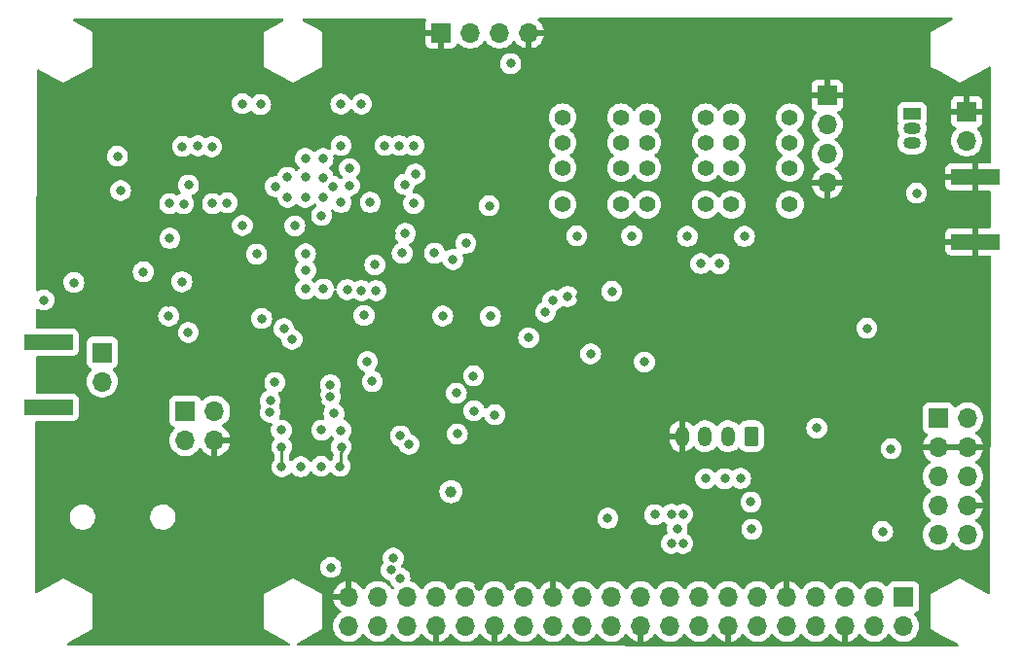
<source format=gbl>
G04 #@! TF.GenerationSoftware,KiCad,Pcbnew,7.0.10*
G04 #@! TF.CreationDate,2024-02-06T16:41:22-06:00*
G04 #@! TF.ProjectId,radiohead,72616469-6f68-4656-9164-2e6b69636164,2.0*
G04 #@! TF.SameCoordinates,Original*
G04 #@! TF.FileFunction,Copper,L4,Bot*
G04 #@! TF.FilePolarity,Positive*
%FSLAX46Y46*%
G04 Gerber Fmt 4.6, Leading zero omitted, Abs format (unit mm)*
G04 Created by KiCad (PCBNEW 7.0.10) date 2024-02-06 16:41:22*
%MOMM*%
%LPD*%
G01*
G04 APERTURE LIST*
G04 Aperture macros list*
%AMRoundRect*
0 Rectangle with rounded corners*
0 $1 Rounding radius*
0 $2 $3 $4 $5 $6 $7 $8 $9 X,Y pos of 4 corners*
0 Add a 4 corners polygon primitive as box body*
4,1,4,$2,$3,$4,$5,$6,$7,$8,$9,$2,$3,0*
0 Add four circle primitives for the rounded corners*
1,1,$1+$1,$2,$3*
1,1,$1+$1,$4,$5*
1,1,$1+$1,$6,$7*
1,1,$1+$1,$8,$9*
0 Add four rect primitives between the rounded corners*
20,1,$1+$1,$2,$3,$4,$5,0*
20,1,$1+$1,$4,$5,$6,$7,0*
20,1,$1+$1,$6,$7,$8,$9,0*
20,1,$1+$1,$8,$9,$2,$3,0*%
G04 Aperture macros list end*
G04 #@! TA.AperFunction,SMDPad,CuDef*
%ADD10R,4.200000X1.350000*%
G04 #@! TD*
G04 #@! TA.AperFunction,ComponentPad*
%ADD11R,1.700000X1.700000*%
G04 #@! TD*
G04 #@! TA.AperFunction,ComponentPad*
%ADD12O,1.700000X1.700000*%
G04 #@! TD*
G04 #@! TA.AperFunction,ComponentPad*
%ADD13C,1.000000*%
G04 #@! TD*
G04 #@! TA.AperFunction,ComponentPad*
%ADD14RoundRect,0.250000X0.350000X0.625000X-0.350000X0.625000X-0.350000X-0.625000X0.350000X-0.625000X0*%
G04 #@! TD*
G04 #@! TA.AperFunction,ComponentPad*
%ADD15O,1.200000X1.750000*%
G04 #@! TD*
G04 #@! TA.AperFunction,ComponentPad*
%ADD16R,1.500000X1.050000*%
G04 #@! TD*
G04 #@! TA.AperFunction,ComponentPad*
%ADD17O,1.500000X1.050000*%
G04 #@! TD*
G04 #@! TA.AperFunction,ComponentPad*
%ADD18C,1.400000*%
G04 #@! TD*
G04 #@! TA.AperFunction,ViaPad*
%ADD19C,0.800000*%
G04 #@! TD*
G04 #@! TA.AperFunction,Conductor*
%ADD20C,0.250000*%
G04 #@! TD*
G04 APERTURE END LIST*
D10*
X82230000Y-129032600D03*
X82230000Y-134682600D03*
D11*
X159620000Y-135636000D03*
D12*
X162160000Y-135636000D03*
X159620000Y-138176000D03*
X162160000Y-138176000D03*
X159620000Y-140716000D03*
X162160000Y-140716000D03*
X159620000Y-143256000D03*
X162160000Y-143256000D03*
X159620000Y-145796000D03*
X162160000Y-145796000D03*
D13*
X117239800Y-142029400D03*
D14*
X143345000Y-137215000D03*
D15*
X141345000Y-137215000D03*
X139345000Y-137215000D03*
X137345000Y-137215000D03*
D11*
X149955000Y-107545000D03*
D12*
X149955000Y-110085000D03*
X149955000Y-112625000D03*
X149955000Y-115165000D03*
D16*
X157345000Y-109135000D03*
D17*
X157345000Y-110405000D03*
X157345000Y-111675000D03*
D11*
X86895000Y-129915000D03*
D12*
X86895000Y-132455000D03*
D18*
X132025000Y-117035000D03*
X132025000Y-113835000D03*
X132025000Y-111635000D03*
X132025000Y-109435000D03*
X126945000Y-109435000D03*
X126945000Y-111635000D03*
X126945000Y-113835000D03*
X126945000Y-117035000D03*
D10*
X162860000Y-120265000D03*
X162860000Y-114615000D03*
D11*
X94124600Y-135032800D03*
D12*
X96664600Y-135032800D03*
X94124600Y-137572800D03*
X96664600Y-137572800D03*
D11*
X162095000Y-108945000D03*
D12*
X162095000Y-111485000D03*
D18*
X146715000Y-117035000D03*
X146715000Y-113835000D03*
X146715000Y-111635000D03*
X146715000Y-109435000D03*
X141635000Y-109435000D03*
X141635000Y-111635000D03*
X141635000Y-113835000D03*
X141635000Y-117035000D03*
X139393333Y-117035000D03*
X139393333Y-113835000D03*
X139393333Y-111635000D03*
X139393333Y-109435000D03*
X134313333Y-109435000D03*
X134313333Y-111635000D03*
X134313333Y-113835000D03*
X134313333Y-117035000D03*
D11*
X116375000Y-102085000D03*
D12*
X118915000Y-102085000D03*
X121455000Y-102085000D03*
X123995000Y-102085000D03*
D11*
X156600000Y-151200000D03*
D12*
X156600000Y-153740000D03*
X154060000Y-151200000D03*
X154060000Y-153740000D03*
X151520000Y-151200000D03*
X151520000Y-153740000D03*
X148980000Y-151200000D03*
X148980000Y-153740000D03*
X146440000Y-151200000D03*
X146440000Y-153740000D03*
X143900000Y-151200000D03*
X143900000Y-153740000D03*
X141360000Y-151200000D03*
X141360000Y-153740000D03*
X138820000Y-151200000D03*
X138820000Y-153740000D03*
X136280000Y-151200000D03*
X136280000Y-153740000D03*
X133740000Y-151200000D03*
X133740000Y-153740000D03*
X131200000Y-151200000D03*
X131200000Y-153740000D03*
X128660000Y-151200000D03*
X128660000Y-153740000D03*
X126120000Y-151200000D03*
X126120000Y-153740000D03*
X123580000Y-151200000D03*
X123580000Y-153740000D03*
X121040000Y-151200000D03*
X121040000Y-153740000D03*
X118500000Y-151200000D03*
X118500000Y-153740000D03*
X115960000Y-151200000D03*
X115960000Y-153740000D03*
X113420000Y-151200000D03*
X113420000Y-153740000D03*
X110880000Y-151200000D03*
X110880000Y-153740000D03*
X108340000Y-151200000D03*
X108340000Y-153740000D03*
D19*
X116563193Y-116851607D03*
X89140000Y-132110000D03*
X122470000Y-109500000D03*
X149719200Y-127428588D03*
X82940000Y-116830000D03*
X162860000Y-114670000D03*
X126630000Y-148470000D03*
X97570000Y-125190000D03*
X92630000Y-125570000D03*
X87420000Y-147890000D03*
X114800000Y-108280000D03*
X112039400Y-119557800D03*
X95118200Y-108264088D03*
X119298000Y-133475200D03*
X112970000Y-108290000D03*
X144620000Y-112090000D03*
X139620000Y-134310000D03*
X83180000Y-108310000D03*
X88620000Y-122090000D03*
X82690000Y-137410000D03*
X83180000Y-110280000D03*
X128720000Y-137970000D03*
X107590000Y-105470000D03*
X140860000Y-101870000D03*
X149550000Y-104540000D03*
X87810000Y-101760000D03*
X116070000Y-138520000D03*
X99380000Y-134050000D03*
X153140000Y-105150000D03*
X101903200Y-131041600D03*
X122340000Y-150240000D03*
X150660000Y-117840000D03*
X119192600Y-129854600D03*
X87110000Y-120100000D03*
X129510000Y-112090000D03*
X137050000Y-111970000D03*
X87100000Y-143960000D03*
X136990000Y-109230000D03*
X133650000Y-134480000D03*
X109551000Y-138182200D03*
X156160000Y-117740000D03*
X123230000Y-115410000D03*
X87020000Y-116800000D03*
X91010000Y-147890000D03*
X123810000Y-138090000D03*
X87380000Y-153940000D03*
X126620000Y-102100000D03*
X119700000Y-150270000D03*
X91460000Y-138660000D03*
X144570000Y-109230000D03*
X159490000Y-111110000D03*
X134950200Y-142481000D03*
X145590000Y-126000000D03*
X97060000Y-153870000D03*
X159490000Y-107100000D03*
X100701000Y-109859200D03*
X120565800Y-118663200D03*
X105591911Y-134047657D03*
X149020000Y-101950000D03*
X86370000Y-105380000D03*
X107620000Y-109820000D03*
X154510000Y-108340000D03*
X120083400Y-137955600D03*
X96668200Y-108264088D03*
X130290000Y-106050000D03*
X133240000Y-141310000D03*
X123900000Y-134220000D03*
X100603200Y-117289600D03*
X156020000Y-113900000D03*
X114650000Y-105420000D03*
X93568200Y-108264110D03*
X99110000Y-128210000D03*
X86880000Y-108390000D03*
X94150000Y-101340000D03*
X98490000Y-105980000D03*
X95900000Y-118990000D03*
X103010000Y-146700000D03*
X82630000Y-142280000D03*
X108929628Y-143283168D03*
X102940000Y-143240000D03*
X98050000Y-132140000D03*
X113020000Y-142760000D03*
X131210000Y-126160000D03*
X104385000Y-138100700D03*
X115290600Y-146410100D03*
X84150000Y-148060000D03*
X100780000Y-101546000D03*
X117200000Y-150230000D03*
X95130000Y-126280000D03*
X83010000Y-122620000D03*
X137728333Y-106050000D03*
X145432400Y-145665800D03*
X141680000Y-130750000D03*
X123920000Y-131980000D03*
X119260000Y-106310000D03*
X115290600Y-147859100D03*
X117490000Y-104310000D03*
X133180000Y-148410000D03*
X114650000Y-102040000D03*
X128450000Y-125050000D03*
X116530000Y-108290000D03*
X162209994Y-127807994D03*
X145040000Y-106050000D03*
X96950000Y-144040000D03*
X89080000Y-135180000D03*
X93220000Y-132140000D03*
X125800000Y-144388000D03*
X123360000Y-118630000D03*
X99160000Y-125150000D03*
X123990000Y-127130000D03*
X96980000Y-147870000D03*
X156240000Y-105180000D03*
X128600000Y-106020000D03*
X87060000Y-123860000D03*
X89260000Y-125450000D03*
X86830000Y-113460000D03*
X88490000Y-117500000D03*
X128690000Y-134340000D03*
X118940000Y-123510000D03*
X135948333Y-106050000D03*
X103403200Y-130951600D03*
X124330000Y-141310000D03*
X89100000Y-137450000D03*
X106110400Y-109998194D03*
X129510000Y-109320000D03*
X150670000Y-136478000D03*
X112810000Y-146720000D03*
X97583190Y-118845100D03*
X122570000Y-135296800D03*
X143320000Y-106050000D03*
X108910000Y-146760000D03*
X152870000Y-108360000D03*
X90148200Y-111926586D03*
X89180000Y-128310000D03*
X143256000Y-147574000D03*
X92043200Y-108239082D03*
X162840000Y-120270000D03*
X123430000Y-123040000D03*
X111190000Y-102040000D03*
X137020000Y-148400000D03*
X133320000Y-102020000D03*
X111240000Y-108300000D03*
X115290600Y-145161000D03*
X111220000Y-105420000D03*
X105984800Y-138226000D03*
X91480000Y-134000000D03*
X122326400Y-143179800D03*
X94120000Y-105930000D03*
X143190000Y-129450000D03*
X149030000Y-134848000D03*
X90680000Y-144040000D03*
X107600000Y-101920000D03*
X90360000Y-105930000D03*
X136380000Y-140930000D03*
X154560000Y-101870000D03*
X115290600Y-143941800D03*
X86740000Y-111000000D03*
X90890000Y-154010000D03*
X100670000Y-112660000D03*
X133650000Y-138300000D03*
X92780000Y-119980000D03*
X94408463Y-115338301D03*
X96430100Y-112002800D03*
X95228200Y-111926612D03*
X92767700Y-116952800D03*
X93882000Y-111977396D03*
X93980000Y-116978200D03*
X113258600Y-119558300D03*
X104587000Y-121310000D03*
X113000000Y-121257300D03*
X110718600Y-124522000D03*
X120668600Y-126779600D03*
X100331100Y-121350000D03*
X88228200Y-112825600D03*
X116517600Y-126734600D03*
X93831897Y-123760803D03*
X88500000Y-115820000D03*
X109677200Y-126695200D03*
X120564600Y-117145000D03*
X109967600Y-130711400D03*
X107061000Y-135234000D03*
X102475000Y-136685700D03*
X105984800Y-136676000D03*
X104160000Y-139880000D03*
X123990000Y-128640000D03*
X136906000Y-145288000D03*
X107660000Y-108290000D03*
X137414000Y-146558000D03*
X143400000Y-145320000D03*
X127380000Y-125030000D03*
X92680000Y-126740000D03*
X110390724Y-132447200D03*
X136398000Y-144018000D03*
X94380000Y-128170000D03*
X107670400Y-136696600D03*
X117697800Y-133449800D03*
X101912850Y-132530287D03*
X131230000Y-124590000D03*
X137414000Y-144018000D03*
X100675600Y-108322200D03*
X109460000Y-108290000D03*
X121046000Y-135347600D03*
X130880000Y-144368000D03*
X105940000Y-139830000D03*
X134950200Y-144031000D03*
X117780000Y-137010000D03*
X136398000Y-146558000D03*
X99090000Y-108260000D03*
X119245000Y-134993400D03*
X119192600Y-131949200D03*
X82770000Y-129172600D03*
X84437800Y-123818344D03*
X82770000Y-134797600D03*
X107673200Y-111901610D03*
X103656337Y-118903246D03*
X153409985Y-127807985D03*
X118528200Y-120407800D03*
X143324200Y-142942400D03*
X90470000Y-122892700D03*
X99091040Y-118870500D03*
X114133200Y-114389598D03*
X104553202Y-113014598D03*
X114023200Y-111901600D03*
X113993106Y-116951600D03*
X111483200Y-111901614D03*
X106113204Y-113034596D03*
X110213200Y-116851600D03*
X112753200Y-111901598D03*
X113193202Y-115284610D03*
X106150000Y-116380000D03*
X106113204Y-114684596D03*
X105973712Y-117983000D03*
X104590000Y-122750000D03*
X108204000Y-124434600D03*
X104573194Y-116404600D03*
X104553194Y-114664600D03*
X103023196Y-116394600D03*
X103023202Y-114654600D03*
X115798600Y-121259600D03*
X110610000Y-122290000D03*
X157725000Y-116037500D03*
X137790000Y-119810000D03*
X142760000Y-119810000D03*
X132960000Y-119770000D03*
X128180000Y-119760000D03*
X155510000Y-138298000D03*
X142421200Y-140891600D03*
X139393400Y-140899200D03*
X106750000Y-132730000D03*
X141043400Y-140899200D03*
X125455966Y-126392619D03*
X112840000Y-137190000D03*
X113580000Y-137920000D03*
X126085320Y-125386746D03*
X106750000Y-133780000D03*
X112800000Y-149570000D03*
X106790000Y-148645000D03*
X112040000Y-148860000D03*
X112210000Y-147830000D03*
X107673212Y-116851600D03*
X140570000Y-122200000D03*
X102700000Y-127830000D03*
X138965000Y-122180000D03*
X103410000Y-128760000D03*
X100770000Y-126960000D03*
X97768200Y-116876600D03*
X109448600Y-124522000D03*
X104592600Y-124388800D03*
X106159800Y-124389000D03*
X117398000Y-121809800D03*
X149049994Y-136513000D03*
X154780000Y-145498000D03*
X108407200Y-115392200D03*
X106948700Y-115454723D03*
X101955600Y-115460000D03*
X101508916Y-134113917D03*
X101498400Y-135128000D03*
X108407200Y-113893600D03*
X96494600Y-116952800D03*
X129380000Y-130030000D03*
X134060000Y-130750000D03*
X102510000Y-138130000D03*
X102510000Y-139871100D03*
X107690000Y-138130000D03*
X107580000Y-139828900D03*
X81815000Y-125350000D03*
X122430000Y-104750000D03*
D20*
X102510000Y-138130000D02*
X102510000Y-139871100D01*
X107690000Y-138130000D02*
X107580000Y-139828900D01*
G04 #@! TA.AperFunction,Conductor*
G36*
X161700507Y-137966156D02*
G01*
X161660000Y-138104111D01*
X161660000Y-138247889D01*
X161700507Y-138385844D01*
X161728884Y-138430000D01*
X160051116Y-138430000D01*
X160079493Y-138385844D01*
X160120000Y-138247889D01*
X160120000Y-138104111D01*
X160079493Y-137966156D01*
X160051116Y-137922000D01*
X161728884Y-137922000D01*
X161700507Y-137966156D01*
G37*
G04 #@! TD.AperFunction*
G04 #@! TA.AperFunction,Conductor*
G36*
X160805211Y-100748595D02*
G01*
X160851791Y-100802175D01*
X160862010Y-100872433D01*
X160832622Y-100937061D01*
X160797985Y-100965107D01*
X158960001Y-101975999D01*
X158960000Y-101976000D01*
X158960000Y-105024000D01*
X159696120Y-105428866D01*
X161499999Y-106421000D01*
X161499999Y-106420999D01*
X161500000Y-106421000D01*
X164040000Y-105024000D01*
X164040000Y-105023999D01*
X164045437Y-105021009D01*
X164114765Y-105005706D01*
X164181361Y-105030314D01*
X164224080Y-105087020D01*
X164232159Y-105131636D01*
X164217623Y-113306224D01*
X164197500Y-113374309D01*
X164143761Y-113420707D01*
X164091623Y-113432000D01*
X163114000Y-113432000D01*
X163114000Y-115798000D01*
X164086968Y-115798000D01*
X164155089Y-115818002D01*
X164201582Y-115871658D01*
X164212967Y-115924220D01*
X164207575Y-118956225D01*
X164187453Y-119024309D01*
X164133714Y-119070707D01*
X164081576Y-119082000D01*
X163114000Y-119082000D01*
X163114000Y-121448000D01*
X164076920Y-121448000D01*
X164145041Y-121468002D01*
X164191534Y-121521658D01*
X164202919Y-121574223D01*
X164195429Y-125786700D01*
X164150903Y-150824120D01*
X164130780Y-150892205D01*
X164077041Y-150938603D01*
X164006750Y-150948581D01*
X163964181Y-150934299D01*
X161500000Y-149579000D01*
X158960001Y-150975999D01*
X158960000Y-150976000D01*
X158960000Y-154024000D01*
X159994260Y-154592843D01*
X161298332Y-155310083D01*
X161348381Y-155360438D01*
X161363261Y-155429857D01*
X161338248Y-155496302D01*
X161281283Y-155538675D01*
X161237436Y-155546486D01*
X103906212Y-155467287D01*
X103838119Y-155447191D01*
X103791700Y-155393471D01*
X103781693Y-155323183D01*
X103811276Y-155258643D01*
X103845660Y-155230886D01*
X106040000Y-154024000D01*
X106040000Y-153740000D01*
X106976844Y-153740000D01*
X106994232Y-153949844D01*
X106995437Y-153964375D01*
X107050702Y-154182612D01*
X107050703Y-154182613D01*
X107050704Y-154182616D01*
X107135281Y-154375433D01*
X107141141Y-154388793D01*
X107264275Y-154577265D01*
X107264279Y-154577270D01*
X107416762Y-154742908D01*
X107423776Y-154748367D01*
X107594424Y-154881189D01*
X107792426Y-154988342D01*
X107792427Y-154988342D01*
X107792428Y-154988343D01*
X107842047Y-155005377D01*
X108005365Y-155061444D01*
X108227431Y-155098500D01*
X108227435Y-155098500D01*
X108452565Y-155098500D01*
X108452569Y-155098500D01*
X108674635Y-155061444D01*
X108887574Y-154988342D01*
X109085576Y-154881189D01*
X109263240Y-154742906D01*
X109415722Y-154577268D01*
X109415927Y-154576955D01*
X109441879Y-154537232D01*
X109504518Y-154441354D01*
X109558520Y-154395268D01*
X109628868Y-154385692D01*
X109693225Y-154415669D01*
X109715480Y-154441353D01*
X109745466Y-154487250D01*
X109804275Y-154577265D01*
X109804279Y-154577270D01*
X109956762Y-154742908D01*
X109963776Y-154748367D01*
X110134424Y-154881189D01*
X110332426Y-154988342D01*
X110332427Y-154988342D01*
X110332428Y-154988343D01*
X110382047Y-155005377D01*
X110545365Y-155061444D01*
X110767431Y-155098500D01*
X110767435Y-155098500D01*
X110992565Y-155098500D01*
X110992569Y-155098500D01*
X111214635Y-155061444D01*
X111427574Y-154988342D01*
X111625576Y-154881189D01*
X111803240Y-154742906D01*
X111955722Y-154577268D01*
X111955927Y-154576955D01*
X111981879Y-154537232D01*
X112044518Y-154441354D01*
X112098520Y-154395268D01*
X112168868Y-154385692D01*
X112233225Y-154415669D01*
X112255480Y-154441353D01*
X112285466Y-154487250D01*
X112344275Y-154577265D01*
X112344279Y-154577270D01*
X112496762Y-154742908D01*
X112503776Y-154748367D01*
X112674424Y-154881189D01*
X112872426Y-154988342D01*
X112872427Y-154988342D01*
X112872428Y-154988343D01*
X112922047Y-155005377D01*
X113085365Y-155061444D01*
X113307431Y-155098500D01*
X113307435Y-155098500D01*
X113532565Y-155098500D01*
X113532569Y-155098500D01*
X113754635Y-155061444D01*
X113967574Y-154988342D01*
X114165576Y-154881189D01*
X114343240Y-154742906D01*
X114495722Y-154577268D01*
X114495927Y-154576955D01*
X114581511Y-154445958D01*
X114584816Y-154440898D01*
X114638819Y-154394810D01*
X114709167Y-154385235D01*
X114773524Y-154415212D01*
X114795782Y-154440898D01*
X114884674Y-154576958D01*
X115037097Y-154742534D01*
X115214698Y-154880767D01*
X115214699Y-154880768D01*
X115412628Y-154987882D01*
X115412630Y-154987883D01*
X115625483Y-155060955D01*
X115625492Y-155060957D01*
X115706000Y-155074391D01*
X115706000Y-154173674D01*
X115817685Y-154224680D01*
X115924237Y-154240000D01*
X115995763Y-154240000D01*
X116102315Y-154224680D01*
X116214000Y-154173674D01*
X116214000Y-155074390D01*
X116294507Y-155060957D01*
X116294516Y-155060955D01*
X116507369Y-154987883D01*
X116507371Y-154987882D01*
X116705300Y-154880768D01*
X116705301Y-154880767D01*
X116882902Y-154742534D01*
X117035327Y-154576955D01*
X117124217Y-154440899D01*
X117178220Y-154394810D01*
X117248568Y-154385235D01*
X117312925Y-154415212D01*
X117335183Y-154440898D01*
X117424279Y-154577270D01*
X117576762Y-154742908D01*
X117583776Y-154748367D01*
X117754424Y-154881189D01*
X117952426Y-154988342D01*
X117952427Y-154988342D01*
X117952428Y-154988343D01*
X118002047Y-155005377D01*
X118165365Y-155061444D01*
X118387431Y-155098500D01*
X118387435Y-155098500D01*
X118612565Y-155098500D01*
X118612569Y-155098500D01*
X118834635Y-155061444D01*
X119047574Y-154988342D01*
X119245576Y-154881189D01*
X119423240Y-154742906D01*
X119575722Y-154577268D01*
X119575927Y-154576955D01*
X119661511Y-154445958D01*
X119664816Y-154440898D01*
X119718819Y-154394810D01*
X119789167Y-154385235D01*
X119853524Y-154415212D01*
X119875782Y-154440898D01*
X119964674Y-154576958D01*
X120117097Y-154742534D01*
X120294698Y-154880767D01*
X120294699Y-154880768D01*
X120492628Y-154987882D01*
X120492630Y-154987883D01*
X120705483Y-155060955D01*
X120705492Y-155060957D01*
X120786000Y-155074391D01*
X120786000Y-154173674D01*
X120897685Y-154224680D01*
X121004237Y-154240000D01*
X121075763Y-154240000D01*
X121182315Y-154224680D01*
X121294000Y-154173674D01*
X121294000Y-155074390D01*
X121374507Y-155060957D01*
X121374516Y-155060955D01*
X121587369Y-154987883D01*
X121587371Y-154987882D01*
X121785300Y-154880768D01*
X121785301Y-154880767D01*
X121962902Y-154742534D01*
X122115327Y-154576955D01*
X122204217Y-154440899D01*
X122258220Y-154394810D01*
X122328568Y-154385235D01*
X122392925Y-154415212D01*
X122415183Y-154440898D01*
X122504279Y-154577270D01*
X122656762Y-154742908D01*
X122663776Y-154748367D01*
X122834424Y-154881189D01*
X123032426Y-154988342D01*
X123032427Y-154988342D01*
X123032428Y-154988343D01*
X123082047Y-155005377D01*
X123245365Y-155061444D01*
X123467431Y-155098500D01*
X123467435Y-155098500D01*
X123692565Y-155098500D01*
X123692569Y-155098500D01*
X123914635Y-155061444D01*
X124127574Y-154988342D01*
X124325576Y-154881189D01*
X124503240Y-154742906D01*
X124655722Y-154577268D01*
X124655927Y-154576955D01*
X124681879Y-154537232D01*
X124744518Y-154441354D01*
X124798520Y-154395268D01*
X124868868Y-154385692D01*
X124933225Y-154415669D01*
X124955480Y-154441353D01*
X124985466Y-154487250D01*
X125044275Y-154577265D01*
X125044279Y-154577270D01*
X125196762Y-154742908D01*
X125203776Y-154748367D01*
X125374424Y-154881189D01*
X125572426Y-154988342D01*
X125572427Y-154988342D01*
X125572428Y-154988343D01*
X125622047Y-155005377D01*
X125785365Y-155061444D01*
X126007431Y-155098500D01*
X126007435Y-155098500D01*
X126232565Y-155098500D01*
X126232569Y-155098500D01*
X126454635Y-155061444D01*
X126667574Y-154988342D01*
X126865576Y-154881189D01*
X127043240Y-154742906D01*
X127195722Y-154577268D01*
X127195927Y-154576955D01*
X127221879Y-154537232D01*
X127284518Y-154441354D01*
X127338520Y-154395268D01*
X127408868Y-154385692D01*
X127473225Y-154415669D01*
X127495480Y-154441353D01*
X127525466Y-154487250D01*
X127584275Y-154577265D01*
X127584279Y-154577270D01*
X127736762Y-154742908D01*
X127743776Y-154748367D01*
X127914424Y-154881189D01*
X128112426Y-154988342D01*
X128112427Y-154988342D01*
X128112428Y-154988343D01*
X128162047Y-155005377D01*
X128325365Y-155061444D01*
X128547431Y-155098500D01*
X128547435Y-155098500D01*
X128772565Y-155098500D01*
X128772569Y-155098500D01*
X128994635Y-155061444D01*
X129207574Y-154988342D01*
X129405576Y-154881189D01*
X129583240Y-154742906D01*
X129735722Y-154577268D01*
X129735927Y-154576955D01*
X129761879Y-154537232D01*
X129824518Y-154441354D01*
X129878520Y-154395268D01*
X129948868Y-154385692D01*
X130013225Y-154415669D01*
X130035480Y-154441353D01*
X130065466Y-154487250D01*
X130124275Y-154577265D01*
X130124279Y-154577270D01*
X130276762Y-154742908D01*
X130283776Y-154748367D01*
X130454424Y-154881189D01*
X130652426Y-154988342D01*
X130652427Y-154988342D01*
X130652428Y-154988343D01*
X130702047Y-155005377D01*
X130865365Y-155061444D01*
X131087431Y-155098500D01*
X131087435Y-155098500D01*
X131312565Y-155098500D01*
X131312569Y-155098500D01*
X131534635Y-155061444D01*
X131747574Y-154988342D01*
X131945576Y-154881189D01*
X132123240Y-154742906D01*
X132275722Y-154577268D01*
X132275927Y-154576955D01*
X132361511Y-154445958D01*
X132364816Y-154440898D01*
X132418819Y-154394810D01*
X132489167Y-154385235D01*
X132553524Y-154415212D01*
X132575782Y-154440898D01*
X132664674Y-154576958D01*
X132817097Y-154742534D01*
X132994698Y-154880767D01*
X132994699Y-154880768D01*
X133192628Y-154987882D01*
X133192630Y-154987883D01*
X133405483Y-155060955D01*
X133405492Y-155060957D01*
X133486000Y-155074391D01*
X133486000Y-154173674D01*
X133597685Y-154224680D01*
X133704237Y-154240000D01*
X133775763Y-154240000D01*
X133882315Y-154224680D01*
X133994000Y-154173674D01*
X133994000Y-155074390D01*
X134074507Y-155060957D01*
X134074516Y-155060955D01*
X134287369Y-154987883D01*
X134287371Y-154987882D01*
X134485300Y-154880768D01*
X134485301Y-154880767D01*
X134662902Y-154742534D01*
X134815327Y-154576955D01*
X134904217Y-154440899D01*
X134958220Y-154394810D01*
X135028568Y-154385235D01*
X135092925Y-154415212D01*
X135115183Y-154440898D01*
X135204279Y-154577270D01*
X135356762Y-154742908D01*
X135363776Y-154748367D01*
X135534424Y-154881189D01*
X135732426Y-154988342D01*
X135732427Y-154988342D01*
X135732428Y-154988343D01*
X135782047Y-155005377D01*
X135945365Y-155061444D01*
X136167431Y-155098500D01*
X136167435Y-155098500D01*
X136392565Y-155098500D01*
X136392569Y-155098500D01*
X136614635Y-155061444D01*
X136827574Y-154988342D01*
X137025576Y-154881189D01*
X137203240Y-154742906D01*
X137355722Y-154577268D01*
X137355927Y-154576955D01*
X137381879Y-154537232D01*
X137444518Y-154441354D01*
X137498520Y-154395268D01*
X137568868Y-154385692D01*
X137633225Y-154415669D01*
X137655480Y-154441353D01*
X137685466Y-154487250D01*
X137744275Y-154577265D01*
X137744279Y-154577270D01*
X137896762Y-154742908D01*
X137903776Y-154748367D01*
X138074424Y-154881189D01*
X138272426Y-154988342D01*
X138272427Y-154988342D01*
X138272428Y-154988343D01*
X138322047Y-155005377D01*
X138485365Y-155061444D01*
X138707431Y-155098500D01*
X138707435Y-155098500D01*
X138932565Y-155098500D01*
X138932569Y-155098500D01*
X139154635Y-155061444D01*
X139367574Y-154988342D01*
X139565576Y-154881189D01*
X139743240Y-154742906D01*
X139895722Y-154577268D01*
X139895927Y-154576955D01*
X139981511Y-154445958D01*
X139984816Y-154440898D01*
X140038819Y-154394810D01*
X140109167Y-154385235D01*
X140173524Y-154415212D01*
X140195782Y-154440898D01*
X140284674Y-154576958D01*
X140437097Y-154742534D01*
X140614698Y-154880767D01*
X140614699Y-154880768D01*
X140812628Y-154987882D01*
X140812630Y-154987883D01*
X141025483Y-155060955D01*
X141025492Y-155060957D01*
X141106000Y-155074391D01*
X141106000Y-154173674D01*
X141217685Y-154224680D01*
X141324237Y-154240000D01*
X141395763Y-154240000D01*
X141502315Y-154224680D01*
X141614000Y-154173674D01*
X141614000Y-155074390D01*
X141694507Y-155060957D01*
X141694516Y-155060955D01*
X141907369Y-154987883D01*
X141907371Y-154987882D01*
X142105300Y-154880768D01*
X142105301Y-154880767D01*
X142282902Y-154742534D01*
X142435327Y-154576955D01*
X142524217Y-154440899D01*
X142578220Y-154394810D01*
X142648568Y-154385235D01*
X142712925Y-154415212D01*
X142735183Y-154440898D01*
X142824279Y-154577270D01*
X142976762Y-154742908D01*
X142983776Y-154748367D01*
X143154424Y-154881189D01*
X143352426Y-154988342D01*
X143352427Y-154988342D01*
X143352428Y-154988343D01*
X143402047Y-155005377D01*
X143565365Y-155061444D01*
X143787431Y-155098500D01*
X143787435Y-155098500D01*
X144012565Y-155098500D01*
X144012569Y-155098500D01*
X144234635Y-155061444D01*
X144447574Y-154988342D01*
X144645576Y-154881189D01*
X144823240Y-154742906D01*
X144975722Y-154577268D01*
X144975927Y-154576955D01*
X145001879Y-154537232D01*
X145064518Y-154441354D01*
X145118520Y-154395268D01*
X145188868Y-154385692D01*
X145253225Y-154415669D01*
X145275480Y-154441353D01*
X145305466Y-154487250D01*
X145364275Y-154577265D01*
X145364279Y-154577270D01*
X145516762Y-154742908D01*
X145523776Y-154748367D01*
X145694424Y-154881189D01*
X145892426Y-154988342D01*
X145892427Y-154988342D01*
X145892428Y-154988343D01*
X145942047Y-155005377D01*
X146105365Y-155061444D01*
X146327431Y-155098500D01*
X146327435Y-155098500D01*
X146552565Y-155098500D01*
X146552569Y-155098500D01*
X146774635Y-155061444D01*
X146987574Y-154988342D01*
X147185576Y-154881189D01*
X147363240Y-154742906D01*
X147515722Y-154577268D01*
X147515927Y-154576955D01*
X147541879Y-154537232D01*
X147604518Y-154441354D01*
X147658520Y-154395268D01*
X147728868Y-154385692D01*
X147793225Y-154415669D01*
X147815480Y-154441353D01*
X147845466Y-154487250D01*
X147904275Y-154577265D01*
X147904279Y-154577270D01*
X148056762Y-154742908D01*
X148063776Y-154748367D01*
X148234424Y-154881189D01*
X148432426Y-154988342D01*
X148432427Y-154988342D01*
X148432428Y-154988343D01*
X148482047Y-155005377D01*
X148645365Y-155061444D01*
X148867431Y-155098500D01*
X148867435Y-155098500D01*
X149092565Y-155098500D01*
X149092569Y-155098500D01*
X149314635Y-155061444D01*
X149527574Y-154988342D01*
X149725576Y-154881189D01*
X149903240Y-154742906D01*
X150055722Y-154577268D01*
X150055927Y-154576955D01*
X150141511Y-154445958D01*
X150144816Y-154440898D01*
X150198819Y-154394810D01*
X150269167Y-154385235D01*
X150333524Y-154415212D01*
X150355782Y-154440898D01*
X150444674Y-154576958D01*
X150597097Y-154742534D01*
X150774698Y-154880767D01*
X150774699Y-154880768D01*
X150972628Y-154987882D01*
X150972630Y-154987883D01*
X151185483Y-155060955D01*
X151185492Y-155060957D01*
X151266000Y-155074391D01*
X151266000Y-154173674D01*
X151377685Y-154224680D01*
X151484237Y-154240000D01*
X151555763Y-154240000D01*
X151662315Y-154224680D01*
X151774000Y-154173674D01*
X151774000Y-155074390D01*
X151854507Y-155060957D01*
X151854516Y-155060955D01*
X152067369Y-154987883D01*
X152067371Y-154987882D01*
X152265300Y-154880768D01*
X152265301Y-154880767D01*
X152442902Y-154742534D01*
X152595327Y-154576955D01*
X152684217Y-154440899D01*
X152738220Y-154394810D01*
X152808568Y-154385235D01*
X152872925Y-154415212D01*
X152895183Y-154440898D01*
X152984279Y-154577270D01*
X153136762Y-154742908D01*
X153143776Y-154748367D01*
X153314424Y-154881189D01*
X153512426Y-154988342D01*
X153512427Y-154988342D01*
X153512428Y-154988343D01*
X153562047Y-155005377D01*
X153725365Y-155061444D01*
X153947431Y-155098500D01*
X153947435Y-155098500D01*
X154172565Y-155098500D01*
X154172569Y-155098500D01*
X154394635Y-155061444D01*
X154607574Y-154988342D01*
X154805576Y-154881189D01*
X154983240Y-154742906D01*
X155135722Y-154577268D01*
X155135927Y-154576955D01*
X155161879Y-154537232D01*
X155224518Y-154441354D01*
X155278520Y-154395268D01*
X155348868Y-154385692D01*
X155413225Y-154415669D01*
X155435480Y-154441353D01*
X155465466Y-154487250D01*
X155524275Y-154577265D01*
X155524279Y-154577270D01*
X155676762Y-154742908D01*
X155683776Y-154748367D01*
X155854424Y-154881189D01*
X156052426Y-154988342D01*
X156052427Y-154988342D01*
X156052428Y-154988343D01*
X156102047Y-155005377D01*
X156265365Y-155061444D01*
X156487431Y-155098500D01*
X156487435Y-155098500D01*
X156712565Y-155098500D01*
X156712569Y-155098500D01*
X156934635Y-155061444D01*
X157147574Y-154988342D01*
X157345576Y-154881189D01*
X157523240Y-154742906D01*
X157675722Y-154577268D01*
X157675927Y-154576955D01*
X157701879Y-154537232D01*
X157798860Y-154388791D01*
X157889296Y-154182616D01*
X157944564Y-153964368D01*
X157963156Y-153740000D01*
X157944564Y-153515632D01*
X157941043Y-153501728D01*
X157889297Y-153297387D01*
X157889296Y-153297386D01*
X157889296Y-153297384D01*
X157798860Y-153091209D01*
X157781597Y-153064786D01*
X157675724Y-152902734D01*
X157675719Y-152902729D01*
X157532524Y-152747179D01*
X157501103Y-152683514D01*
X157509090Y-152612968D01*
X157553948Y-152557939D01*
X157581183Y-152543789D01*
X157696204Y-152500889D01*
X157748842Y-152461485D01*
X157813261Y-152413261D01*
X157900887Y-152296207D01*
X157900887Y-152296206D01*
X157900889Y-152296204D01*
X157951989Y-152159201D01*
X157953800Y-152142362D01*
X157958499Y-152098649D01*
X157958500Y-152098632D01*
X157958500Y-150301367D01*
X157958499Y-150301350D01*
X157951990Y-150240803D01*
X157951988Y-150240795D01*
X157900889Y-150103797D01*
X157900887Y-150103792D01*
X157813261Y-149986738D01*
X157696207Y-149899112D01*
X157696202Y-149899110D01*
X157559204Y-149848011D01*
X157559196Y-149848009D01*
X157498649Y-149841500D01*
X157498638Y-149841500D01*
X155701362Y-149841500D01*
X155701350Y-149841500D01*
X155640803Y-149848009D01*
X155640795Y-149848011D01*
X155503797Y-149899110D01*
X155503792Y-149899112D01*
X155386738Y-149986738D01*
X155299112Y-150103792D01*
X155299111Y-150103795D01*
X155255000Y-150222058D01*
X155212453Y-150278893D01*
X155145932Y-150303703D01*
X155076558Y-150288611D01*
X155044246Y-150263363D01*
X154983240Y-150197094D01*
X154983239Y-150197093D01*
X154983237Y-150197091D01*
X154901382Y-150133381D01*
X154805576Y-150058811D01*
X154607574Y-149951658D01*
X154607572Y-149951657D01*
X154607571Y-149951656D01*
X154394639Y-149878557D01*
X154394630Y-149878555D01*
X154317029Y-149865606D01*
X154172569Y-149841500D01*
X153947431Y-149841500D01*
X153802971Y-149865606D01*
X153725369Y-149878555D01*
X153725360Y-149878557D01*
X153512428Y-149951656D01*
X153512426Y-149951658D01*
X153314426Y-150058810D01*
X153314424Y-150058811D01*
X153136762Y-150197091D01*
X152984279Y-150362729D01*
X152895483Y-150498643D01*
X152841479Y-150544731D01*
X152771131Y-150554306D01*
X152706774Y-150524329D01*
X152684517Y-150498643D01*
X152595720Y-150362729D01*
X152449768Y-150204185D01*
X152443240Y-150197094D01*
X152443239Y-150197093D01*
X152443237Y-150197091D01*
X152361382Y-150133381D01*
X152265576Y-150058811D01*
X152067574Y-149951658D01*
X152067572Y-149951657D01*
X152067571Y-149951656D01*
X151854639Y-149878557D01*
X151854630Y-149878555D01*
X151777029Y-149865606D01*
X151632569Y-149841500D01*
X151407431Y-149841500D01*
X151262971Y-149865606D01*
X151185369Y-149878555D01*
X151185360Y-149878557D01*
X150972428Y-149951656D01*
X150972426Y-149951658D01*
X150774426Y-150058810D01*
X150774424Y-150058811D01*
X150596762Y-150197091D01*
X150444279Y-150362729D01*
X150355483Y-150498643D01*
X150301479Y-150544731D01*
X150231131Y-150554306D01*
X150166774Y-150524329D01*
X150144517Y-150498643D01*
X150055720Y-150362729D01*
X149909768Y-150204185D01*
X149903240Y-150197094D01*
X149903239Y-150197093D01*
X149903237Y-150197091D01*
X149821382Y-150133381D01*
X149725576Y-150058811D01*
X149527574Y-149951658D01*
X149527572Y-149951657D01*
X149527571Y-149951656D01*
X149314639Y-149878557D01*
X149314630Y-149878555D01*
X149237029Y-149865606D01*
X149092569Y-149841500D01*
X148867431Y-149841500D01*
X148722971Y-149865606D01*
X148645369Y-149878555D01*
X148645360Y-149878557D01*
X148432428Y-149951656D01*
X148432426Y-149951658D01*
X148234426Y-150058810D01*
X148234424Y-150058811D01*
X148056762Y-150197091D01*
X147904279Y-150362729D01*
X147815183Y-150499101D01*
X147761179Y-150545189D01*
X147690831Y-150554764D01*
X147626474Y-150524786D01*
X147604217Y-150499100D01*
X147515327Y-150363044D01*
X147362902Y-150197465D01*
X147185301Y-150059232D01*
X147185300Y-150059231D01*
X146987371Y-149952117D01*
X146987369Y-149952116D01*
X146774512Y-149879043D01*
X146774501Y-149879040D01*
X146694000Y-149865606D01*
X146694000Y-150766325D01*
X146582315Y-150715320D01*
X146475763Y-150700000D01*
X146404237Y-150700000D01*
X146297685Y-150715320D01*
X146186000Y-150766325D01*
X146186000Y-149865607D01*
X146185999Y-149865606D01*
X146105498Y-149879040D01*
X146105487Y-149879043D01*
X145892630Y-149952116D01*
X145892628Y-149952117D01*
X145694699Y-150059231D01*
X145694698Y-150059232D01*
X145517097Y-150197465D01*
X145364670Y-150363045D01*
X145275780Y-150499101D01*
X145221776Y-150545189D01*
X145151428Y-150554764D01*
X145087071Y-150524786D01*
X145064816Y-150499101D01*
X145012240Y-150418627D01*
X144975724Y-150362734D01*
X144975720Y-150362729D01*
X144829768Y-150204185D01*
X144823240Y-150197094D01*
X144823239Y-150197093D01*
X144823237Y-150197091D01*
X144741382Y-150133381D01*
X144645576Y-150058811D01*
X144447574Y-149951658D01*
X144447572Y-149951657D01*
X144447571Y-149951656D01*
X144234639Y-149878557D01*
X144234630Y-149878555D01*
X144157029Y-149865606D01*
X144012569Y-149841500D01*
X143787431Y-149841500D01*
X143642971Y-149865606D01*
X143565369Y-149878555D01*
X143565360Y-149878557D01*
X143352428Y-149951656D01*
X143352426Y-149951658D01*
X143154426Y-150058810D01*
X143154424Y-150058811D01*
X142976762Y-150197091D01*
X142824279Y-150362729D01*
X142735483Y-150498643D01*
X142681479Y-150544731D01*
X142611131Y-150554306D01*
X142546774Y-150524329D01*
X142524517Y-150498643D01*
X142435720Y-150362729D01*
X142289768Y-150204185D01*
X142283240Y-150197094D01*
X142283239Y-150197093D01*
X142283237Y-150197091D01*
X142201382Y-150133381D01*
X142105576Y-150058811D01*
X141907574Y-149951658D01*
X141907572Y-149951657D01*
X141907571Y-149951656D01*
X141694639Y-149878557D01*
X141694630Y-149878555D01*
X141617029Y-149865606D01*
X141472569Y-149841500D01*
X141247431Y-149841500D01*
X141102971Y-149865606D01*
X141025369Y-149878555D01*
X141025360Y-149878557D01*
X140812428Y-149951656D01*
X140812426Y-149951658D01*
X140614426Y-150058810D01*
X140614424Y-150058811D01*
X140436762Y-150197091D01*
X140284279Y-150362729D01*
X140195483Y-150498643D01*
X140141479Y-150544731D01*
X140071131Y-150554306D01*
X140006774Y-150524329D01*
X139984517Y-150498643D01*
X139895720Y-150362729D01*
X139749768Y-150204185D01*
X139743240Y-150197094D01*
X139743239Y-150197093D01*
X139743237Y-150197091D01*
X139661382Y-150133381D01*
X139565576Y-150058811D01*
X139367574Y-149951658D01*
X139367572Y-149951657D01*
X139367571Y-149951656D01*
X139154639Y-149878557D01*
X139154630Y-149878555D01*
X139077029Y-149865606D01*
X138932569Y-149841500D01*
X138707431Y-149841500D01*
X138562971Y-149865606D01*
X138485369Y-149878555D01*
X138485360Y-149878557D01*
X138272428Y-149951656D01*
X138272426Y-149951658D01*
X138074426Y-150058810D01*
X138074424Y-150058811D01*
X137896762Y-150197091D01*
X137744279Y-150362729D01*
X137655483Y-150498643D01*
X137601479Y-150544731D01*
X137531131Y-150554306D01*
X137466774Y-150524329D01*
X137444517Y-150498643D01*
X137355720Y-150362729D01*
X137209768Y-150204185D01*
X137203240Y-150197094D01*
X137203239Y-150197093D01*
X137203237Y-150197091D01*
X137121382Y-150133381D01*
X137025576Y-150058811D01*
X136827574Y-149951658D01*
X136827572Y-149951657D01*
X136827571Y-149951656D01*
X136614639Y-149878557D01*
X136614630Y-149878555D01*
X136537029Y-149865606D01*
X136392569Y-149841500D01*
X136167431Y-149841500D01*
X136022971Y-149865606D01*
X135945369Y-149878555D01*
X135945360Y-149878557D01*
X135732428Y-149951656D01*
X135732426Y-149951658D01*
X135534426Y-150058810D01*
X135534424Y-150058811D01*
X135356762Y-150197091D01*
X135204279Y-150362729D01*
X135115483Y-150498643D01*
X135061479Y-150544731D01*
X134991131Y-150554306D01*
X134926774Y-150524329D01*
X134904517Y-150498643D01*
X134815720Y-150362729D01*
X134669768Y-150204185D01*
X134663240Y-150197094D01*
X134663239Y-150197093D01*
X134663237Y-150197091D01*
X134581382Y-150133381D01*
X134485576Y-150058811D01*
X134287574Y-149951658D01*
X134287572Y-149951657D01*
X134287571Y-149951656D01*
X134074639Y-149878557D01*
X134074630Y-149878555D01*
X133997029Y-149865606D01*
X133852569Y-149841500D01*
X133627431Y-149841500D01*
X133482971Y-149865606D01*
X133405369Y-149878555D01*
X133405360Y-149878557D01*
X133192428Y-149951656D01*
X133192426Y-149951658D01*
X132994426Y-150058810D01*
X132994424Y-150058811D01*
X132816762Y-150197091D01*
X132664279Y-150362729D01*
X132575483Y-150498643D01*
X132521479Y-150544731D01*
X132451131Y-150554306D01*
X132386774Y-150524329D01*
X132364517Y-150498643D01*
X132275720Y-150362729D01*
X132129768Y-150204185D01*
X132123240Y-150197094D01*
X132123239Y-150197093D01*
X132123237Y-150197091D01*
X132041382Y-150133381D01*
X131945576Y-150058811D01*
X131747574Y-149951658D01*
X131747572Y-149951657D01*
X131747571Y-149951656D01*
X131534639Y-149878557D01*
X131534630Y-149878555D01*
X131457029Y-149865606D01*
X131312569Y-149841500D01*
X131087431Y-149841500D01*
X130942971Y-149865606D01*
X130865369Y-149878555D01*
X130865360Y-149878557D01*
X130652428Y-149951656D01*
X130652426Y-149951658D01*
X130454426Y-150058810D01*
X130454424Y-150058811D01*
X130276762Y-150197091D01*
X130124279Y-150362729D01*
X130035483Y-150498643D01*
X129981479Y-150544731D01*
X129911131Y-150554306D01*
X129846774Y-150524329D01*
X129824517Y-150498643D01*
X129735720Y-150362729D01*
X129589768Y-150204185D01*
X129583240Y-150197094D01*
X129583239Y-150197093D01*
X129583237Y-150197091D01*
X129501382Y-150133381D01*
X129405576Y-150058811D01*
X129207574Y-149951658D01*
X129207572Y-149951657D01*
X129207571Y-149951656D01*
X128994639Y-149878557D01*
X128994630Y-149878555D01*
X128917029Y-149865606D01*
X128772569Y-149841500D01*
X128547431Y-149841500D01*
X128402971Y-149865606D01*
X128325369Y-149878555D01*
X128325360Y-149878557D01*
X128112428Y-149951656D01*
X128112426Y-149951658D01*
X127914426Y-150058810D01*
X127914424Y-150058811D01*
X127736762Y-150197091D01*
X127584279Y-150362729D01*
X127495183Y-150499101D01*
X127441179Y-150545189D01*
X127370831Y-150554764D01*
X127306474Y-150524786D01*
X127284217Y-150499100D01*
X127195327Y-150363044D01*
X127042902Y-150197465D01*
X126865301Y-150059232D01*
X126865300Y-150059231D01*
X126667371Y-149952117D01*
X126667369Y-149952116D01*
X126454512Y-149879043D01*
X126454501Y-149879040D01*
X126374000Y-149865606D01*
X126374000Y-150766325D01*
X126262315Y-150715320D01*
X126155763Y-150700000D01*
X126084237Y-150700000D01*
X125977685Y-150715320D01*
X125866000Y-150766325D01*
X125866000Y-149865607D01*
X125865999Y-149865606D01*
X125785498Y-149879040D01*
X125785487Y-149879043D01*
X125572630Y-149952116D01*
X125572628Y-149952117D01*
X125374699Y-150059231D01*
X125374698Y-150059232D01*
X125197097Y-150197465D01*
X125044670Y-150363045D01*
X124955780Y-150499101D01*
X124901776Y-150545189D01*
X124831428Y-150554764D01*
X124767071Y-150524786D01*
X124744816Y-150499101D01*
X124692240Y-150418627D01*
X124655724Y-150362734D01*
X124655720Y-150362729D01*
X124509768Y-150204185D01*
X124503240Y-150197094D01*
X124503239Y-150197093D01*
X124503237Y-150197091D01*
X124421382Y-150133381D01*
X124325576Y-150058811D01*
X124127574Y-149951658D01*
X124127572Y-149951657D01*
X124127571Y-149951656D01*
X123914639Y-149878557D01*
X123914630Y-149878555D01*
X123837029Y-149865606D01*
X123692569Y-149841500D01*
X123467431Y-149841500D01*
X123322971Y-149865606D01*
X123245369Y-149878555D01*
X123245360Y-149878557D01*
X123032428Y-149951656D01*
X123032426Y-149951658D01*
X122834426Y-150058810D01*
X122834424Y-150058811D01*
X122656762Y-150197091D01*
X122504279Y-150362729D01*
X122415483Y-150498643D01*
X122361479Y-150544731D01*
X122291131Y-150554306D01*
X122226774Y-150524329D01*
X122204517Y-150498643D01*
X122115720Y-150362729D01*
X121969768Y-150204185D01*
X121963240Y-150197094D01*
X121963239Y-150197093D01*
X121963237Y-150197091D01*
X121881382Y-150133381D01*
X121785576Y-150058811D01*
X121587574Y-149951658D01*
X121587572Y-149951657D01*
X121587571Y-149951656D01*
X121374639Y-149878557D01*
X121374630Y-149878555D01*
X121297029Y-149865606D01*
X121152569Y-149841500D01*
X120927431Y-149841500D01*
X120782971Y-149865606D01*
X120705369Y-149878555D01*
X120705360Y-149878557D01*
X120492428Y-149951656D01*
X120492426Y-149951658D01*
X120294426Y-150058810D01*
X120294424Y-150058811D01*
X120116762Y-150197091D01*
X119964279Y-150362729D01*
X119875483Y-150498643D01*
X119821479Y-150544731D01*
X119751131Y-150554306D01*
X119686774Y-150524329D01*
X119664517Y-150498643D01*
X119575720Y-150362729D01*
X119429768Y-150204185D01*
X119423240Y-150197094D01*
X119423239Y-150197093D01*
X119423237Y-150197091D01*
X119341382Y-150133381D01*
X119245576Y-150058811D01*
X119047574Y-149951658D01*
X119047572Y-149951657D01*
X119047571Y-149951656D01*
X118834639Y-149878557D01*
X118834630Y-149878555D01*
X118757029Y-149865606D01*
X118612569Y-149841500D01*
X118387431Y-149841500D01*
X118242971Y-149865606D01*
X118165369Y-149878555D01*
X118165360Y-149878557D01*
X117952428Y-149951656D01*
X117952426Y-149951658D01*
X117754426Y-150058810D01*
X117754424Y-150058811D01*
X117576762Y-150197091D01*
X117424279Y-150362729D01*
X117335483Y-150498643D01*
X117281479Y-150544731D01*
X117211131Y-150554306D01*
X117146774Y-150524329D01*
X117124517Y-150498643D01*
X117035720Y-150362729D01*
X116889768Y-150204185D01*
X116883240Y-150197094D01*
X116883239Y-150197093D01*
X116883237Y-150197091D01*
X116801382Y-150133381D01*
X116705576Y-150058811D01*
X116507574Y-149951658D01*
X116507572Y-149951657D01*
X116507571Y-149951656D01*
X116294639Y-149878557D01*
X116294630Y-149878555D01*
X116217029Y-149865606D01*
X116072569Y-149841500D01*
X115847431Y-149841500D01*
X115702971Y-149865606D01*
X115625369Y-149878555D01*
X115625360Y-149878557D01*
X115412428Y-149951656D01*
X115412426Y-149951658D01*
X115214426Y-150058810D01*
X115214424Y-150058811D01*
X115036762Y-150197091D01*
X114884279Y-150362729D01*
X114795483Y-150498643D01*
X114741479Y-150544731D01*
X114671131Y-150554306D01*
X114606774Y-150524329D01*
X114584517Y-150498643D01*
X114495720Y-150362729D01*
X114349768Y-150204185D01*
X114343240Y-150197094D01*
X114343239Y-150197093D01*
X114343237Y-150197091D01*
X114261382Y-150133381D01*
X114165576Y-150058811D01*
X113967574Y-149951658D01*
X113967571Y-149951657D01*
X113967570Y-149951656D01*
X113778519Y-149886755D01*
X113720584Y-149845718D01*
X113694032Y-149779873D01*
X113694120Y-149754419D01*
X113713504Y-149570000D01*
X113693542Y-149380072D01*
X113634527Y-149198444D01*
X113539040Y-149033056D01*
X113539038Y-149033054D01*
X113539034Y-149033048D01*
X113411255Y-148891135D01*
X113256752Y-148778882D01*
X113082284Y-148701204D01*
X113004528Y-148684676D01*
X112942055Y-148650948D01*
X112910893Y-148600366D01*
X112887756Y-148529158D01*
X112885728Y-148458191D01*
X112913954Y-148405911D01*
X112949034Y-148366951D01*
X112949035Y-148366949D01*
X112949040Y-148366944D01*
X113044527Y-148201556D01*
X113103542Y-148019928D01*
X113123504Y-147830000D01*
X113103542Y-147640072D01*
X113044527Y-147458444D01*
X112949040Y-147293056D01*
X112949038Y-147293054D01*
X112949034Y-147293048D01*
X112821255Y-147151135D01*
X112666752Y-147038882D01*
X112492288Y-146961206D01*
X112305487Y-146921500D01*
X112114513Y-146921500D01*
X111927711Y-146961206D01*
X111753247Y-147038882D01*
X111598744Y-147151135D01*
X111470965Y-147293048D01*
X111470958Y-147293058D01*
X111393746Y-147426794D01*
X111375473Y-147458444D01*
X111360999Y-147502986D01*
X111316457Y-147640072D01*
X111296496Y-147830000D01*
X111316457Y-148019928D01*
X111362243Y-148160841D01*
X111364271Y-148231808D01*
X111336047Y-148284086D01*
X111300960Y-148323055D01*
X111300958Y-148323057D01*
X111205476Y-148488438D01*
X111205473Y-148488445D01*
X111146457Y-148670072D01*
X111126496Y-148860000D01*
X111146457Y-149049927D01*
X111176526Y-149142470D01*
X111205473Y-149231556D01*
X111205476Y-149231561D01*
X111300958Y-149396941D01*
X111300965Y-149396951D01*
X111428744Y-149538864D01*
X111428747Y-149538866D01*
X111583248Y-149651118D01*
X111757712Y-149728794D01*
X111835470Y-149745321D01*
X111897942Y-149779049D01*
X111929105Y-149829630D01*
X111965473Y-149941556D01*
X112059142Y-150103796D01*
X112064262Y-150112663D01*
X112062167Y-150113872D01*
X112082327Y-150170399D01*
X112081176Y-150175341D01*
X112082257Y-150175178D01*
X112147058Y-150204185D01*
X112158896Y-150215713D01*
X112181487Y-150240803D01*
X112188747Y-150248866D01*
X112247660Y-150291669D01*
X112291014Y-150347891D01*
X112297089Y-150418627D01*
X112279083Y-150462519D01*
X112255484Y-150498641D01*
X112201481Y-150544730D01*
X112131133Y-150554306D01*
X112066775Y-150524330D01*
X112044517Y-150498642D01*
X111959780Y-150368942D01*
X111939267Y-150300974D01*
X111939364Y-150300630D01*
X111879575Y-150277343D01*
X111863830Y-150262912D01*
X111843473Y-150240799D01*
X111803240Y-150197094D01*
X111803239Y-150197093D01*
X111803237Y-150197091D01*
X111721382Y-150133381D01*
X111625576Y-150058811D01*
X111427574Y-149951658D01*
X111427572Y-149951657D01*
X111427571Y-149951656D01*
X111214639Y-149878557D01*
X111214630Y-149878555D01*
X111137029Y-149865606D01*
X110992569Y-149841500D01*
X110767431Y-149841500D01*
X110622971Y-149865606D01*
X110545369Y-149878555D01*
X110545360Y-149878557D01*
X110332428Y-149951656D01*
X110332426Y-149951658D01*
X110134426Y-150058810D01*
X110134424Y-150058811D01*
X109956762Y-150197091D01*
X109804279Y-150362729D01*
X109715183Y-150499101D01*
X109661179Y-150545189D01*
X109590831Y-150554764D01*
X109526474Y-150524786D01*
X109504217Y-150499100D01*
X109415327Y-150363044D01*
X109262902Y-150197465D01*
X109085301Y-150059232D01*
X109085300Y-150059231D01*
X108887371Y-149952117D01*
X108887369Y-149952116D01*
X108674512Y-149879043D01*
X108674501Y-149879040D01*
X108594000Y-149865606D01*
X108594000Y-150766325D01*
X108482315Y-150715320D01*
X108375763Y-150700000D01*
X108304237Y-150700000D01*
X108197685Y-150715320D01*
X108086000Y-150766325D01*
X108086000Y-149865607D01*
X108085999Y-149865606D01*
X108005498Y-149879040D01*
X108005487Y-149879043D01*
X107792630Y-149952116D01*
X107792628Y-149952117D01*
X107594699Y-150059231D01*
X107594698Y-150059232D01*
X107417097Y-150197465D01*
X107264674Y-150363041D01*
X107141580Y-150551451D01*
X107051179Y-150757543D01*
X107051176Y-150757550D01*
X107003455Y-150945999D01*
X107003456Y-150946000D01*
X107908884Y-150946000D01*
X107880507Y-150990156D01*
X107840000Y-151128111D01*
X107840000Y-151271889D01*
X107880507Y-151409844D01*
X107908884Y-151454000D01*
X107003455Y-151454000D01*
X107051176Y-151642449D01*
X107051179Y-151642456D01*
X107141580Y-151848548D01*
X107264674Y-152036958D01*
X107417097Y-152202534D01*
X107594698Y-152340767D01*
X107594704Y-152340771D01*
X107628207Y-152358902D01*
X107678597Y-152408915D01*
X107693949Y-152478232D01*
X107669388Y-152544845D01*
X107628207Y-152580528D01*
X107594430Y-152598807D01*
X107594424Y-152598811D01*
X107416762Y-152737091D01*
X107264279Y-152902729D01*
X107264275Y-152902734D01*
X107141141Y-153091206D01*
X107050703Y-153297386D01*
X107050702Y-153297387D01*
X106995437Y-153515624D01*
X106995436Y-153515630D01*
X106995436Y-153515632D01*
X106976844Y-153740000D01*
X106040000Y-153740000D01*
X106040000Y-150976000D01*
X103500000Y-149579000D01*
X100960001Y-150975999D01*
X100960000Y-150976000D01*
X100960000Y-154024000D01*
X102608562Y-154930709D01*
X103152289Y-155229759D01*
X103202338Y-155280114D01*
X103217218Y-155349533D01*
X103192205Y-155415978D01*
X103135240Y-155458351D01*
X103091393Y-155466162D01*
X83956319Y-155439728D01*
X83888226Y-155419632D01*
X83841807Y-155365912D01*
X83831800Y-155295624D01*
X83861383Y-155231084D01*
X83895767Y-155203327D01*
X86040000Y-154024000D01*
X86040000Y-150976000D01*
X83500000Y-149579000D01*
X81212680Y-150837025D01*
X81143352Y-150852328D01*
X81076756Y-150827720D01*
X81034037Y-150771014D01*
X81025959Y-150726055D01*
X81035396Y-148645000D01*
X105876496Y-148645000D01*
X105896457Y-148834927D01*
X105914721Y-148891135D01*
X105955473Y-149016556D01*
X105974740Y-149049927D01*
X106050958Y-149181941D01*
X106050965Y-149181951D01*
X106178744Y-149323864D01*
X106178747Y-149323866D01*
X106333248Y-149436118D01*
X106507712Y-149513794D01*
X106694513Y-149553500D01*
X106885487Y-149553500D01*
X107072288Y-149513794D01*
X107246752Y-149436118D01*
X107401253Y-149323866D01*
X107484371Y-149231554D01*
X107529034Y-149181951D01*
X107529035Y-149181949D01*
X107529040Y-149181944D01*
X107624527Y-149016556D01*
X107683542Y-148834928D01*
X107703504Y-148645000D01*
X107683542Y-148455072D01*
X107624527Y-148273444D01*
X107529040Y-148108056D01*
X107529038Y-148108054D01*
X107529034Y-148108048D01*
X107401255Y-147966135D01*
X107246752Y-147853882D01*
X107072288Y-147776206D01*
X106885487Y-147736500D01*
X106694513Y-147736500D01*
X106507711Y-147776206D01*
X106333247Y-147853882D01*
X106178744Y-147966135D01*
X106050965Y-148108048D01*
X106050958Y-148108058D01*
X105955476Y-148273438D01*
X105955473Y-148273445D01*
X105896457Y-148455072D01*
X105876496Y-148645000D01*
X81035396Y-148645000D01*
X81055543Y-144202353D01*
X84069543Y-144202353D01*
X84079551Y-144412448D01*
X84079553Y-144412461D01*
X84129141Y-144616865D01*
X84129143Y-144616871D01*
X84216522Y-144808205D01*
X84338532Y-144979544D01*
X84490764Y-145124697D01*
X84490766Y-145124698D01*
X84490768Y-145124700D01*
X84544324Y-145159118D01*
X84667715Y-145238416D01*
X84862989Y-145316593D01*
X85069530Y-145356400D01*
X85069534Y-145356400D01*
X85227167Y-145356400D01*
X85227169Y-145356400D01*
X85384090Y-145341416D01*
X85585912Y-145282156D01*
X85772871Y-145185771D01*
X85938211Y-145055747D01*
X86075956Y-144896781D01*
X86181127Y-144714619D01*
X86182772Y-144709868D01*
X86208154Y-144636529D01*
X86249923Y-144515846D01*
X86279858Y-144307645D01*
X86277536Y-144258906D01*
X86274842Y-144202353D01*
X91069542Y-144202353D01*
X91079550Y-144412448D01*
X91079552Y-144412461D01*
X91129140Y-144616865D01*
X91129142Y-144616871D01*
X91216521Y-144808205D01*
X91338531Y-144979544D01*
X91490763Y-145124697D01*
X91490765Y-145124698D01*
X91490767Y-145124700D01*
X91544323Y-145159118D01*
X91667714Y-145238416D01*
X91862988Y-145316593D01*
X92069529Y-145356400D01*
X92069533Y-145356400D01*
X92227166Y-145356400D01*
X92227168Y-145356400D01*
X92384089Y-145341416D01*
X92585911Y-145282156D01*
X92772870Y-145185771D01*
X92938210Y-145055747D01*
X93075955Y-144896781D01*
X93181126Y-144714619D01*
X93182771Y-144709868D01*
X93208153Y-144636529D01*
X93249922Y-144515846D01*
X93271179Y-144368000D01*
X129966496Y-144368000D01*
X129986457Y-144557927D01*
X130016526Y-144650470D01*
X130045473Y-144739556D01*
X130045476Y-144739561D01*
X130140958Y-144904941D01*
X130140965Y-144904951D01*
X130268744Y-145046864D01*
X130329999Y-145091368D01*
X130423248Y-145159118D01*
X130597712Y-145236794D01*
X130784513Y-145276500D01*
X130975487Y-145276500D01*
X131162288Y-145236794D01*
X131336752Y-145159118D01*
X131491253Y-145046866D01*
X131568524Y-144961048D01*
X131619034Y-144904951D01*
X131619035Y-144904949D01*
X131619040Y-144904944D01*
X131714527Y-144739556D01*
X131773542Y-144557928D01*
X131793504Y-144368000D01*
X131773542Y-144178072D01*
X131725755Y-144031000D01*
X134036696Y-144031000D01*
X134056657Y-144220927D01*
X134084834Y-144307645D01*
X134115673Y-144402556D01*
X134115676Y-144402561D01*
X134211158Y-144567941D01*
X134211165Y-144567951D01*
X134338944Y-144709864D01*
X134338947Y-144709866D01*
X134493448Y-144822118D01*
X134667912Y-144899794D01*
X134854713Y-144939500D01*
X135045687Y-144939500D01*
X135232488Y-144899794D01*
X135406952Y-144822118D01*
X135561453Y-144709866D01*
X135586317Y-144682250D01*
X135646760Y-144645013D01*
X135717743Y-144646363D01*
X135773588Y-144682252D01*
X135786747Y-144696866D01*
X135941248Y-144809118D01*
X135981837Y-144827189D01*
X136035933Y-144873169D01*
X136056582Y-144941096D01*
X136050421Y-144981232D01*
X136012457Y-145098071D01*
X135992496Y-145288000D01*
X136012457Y-145477928D01*
X136050421Y-145594767D01*
X136052449Y-145665734D01*
X136015786Y-145726532D01*
X135981838Y-145748809D01*
X135941254Y-145766878D01*
X135941248Y-145766882D01*
X135786744Y-145879135D01*
X135658965Y-146021048D01*
X135658958Y-146021058D01*
X135563476Y-146186438D01*
X135563473Y-146186444D01*
X135549808Y-146228500D01*
X135504457Y-146368072D01*
X135484496Y-146558000D01*
X135504457Y-146747927D01*
X135534526Y-146840470D01*
X135563473Y-146929556D01*
X135563476Y-146929561D01*
X135658958Y-147094941D01*
X135658965Y-147094951D01*
X135786744Y-147236864D01*
X135786747Y-147236866D01*
X135941248Y-147349118D01*
X136115712Y-147426794D01*
X136302513Y-147466500D01*
X136493487Y-147466500D01*
X136680288Y-147426794D01*
X136854752Y-147349118D01*
X136854752Y-147349117D01*
X136925118Y-147339684D01*
X136957247Y-147349117D01*
X136957248Y-147349118D01*
X137131712Y-147426794D01*
X137318513Y-147466500D01*
X137509487Y-147466500D01*
X137696288Y-147426794D01*
X137870752Y-147349118D01*
X138025253Y-147236866D01*
X138099416Y-147154500D01*
X138153034Y-147094951D01*
X138153035Y-147094949D01*
X138153040Y-147094944D01*
X138248527Y-146929556D01*
X138307542Y-146747928D01*
X138327504Y-146558000D01*
X138307542Y-146368072D01*
X138248527Y-146186444D01*
X138153040Y-146021056D01*
X138153038Y-146021054D01*
X138153034Y-146021048D01*
X138025255Y-145879135D01*
X137910829Y-145796000D01*
X137870752Y-145766882D01*
X137870748Y-145766880D01*
X137830161Y-145748809D01*
X137776066Y-145702829D01*
X137755417Y-145634901D01*
X137761578Y-145594767D01*
X137799542Y-145477928D01*
X137816141Y-145320000D01*
X142486496Y-145320000D01*
X142506457Y-145509927D01*
X142526504Y-145571624D01*
X142565473Y-145691556D01*
X142585666Y-145726532D01*
X142660958Y-145856941D01*
X142660965Y-145856951D01*
X142788744Y-145998864D01*
X142849999Y-146043368D01*
X142943248Y-146111118D01*
X143117712Y-146188794D01*
X143304513Y-146228500D01*
X143495487Y-146228500D01*
X143682288Y-146188794D01*
X143856752Y-146111118D01*
X144011253Y-145998866D01*
X144139040Y-145856944D01*
X144234527Y-145691556D01*
X144293542Y-145509928D01*
X144294796Y-145498000D01*
X153866496Y-145498000D01*
X153886457Y-145687927D01*
X153912111Y-145766878D01*
X153945473Y-145869556D01*
X153973841Y-145918691D01*
X154040958Y-146034941D01*
X154040965Y-146034951D01*
X154168744Y-146176864D01*
X154181930Y-146186444D01*
X154323248Y-146289118D01*
X154497712Y-146366794D01*
X154684513Y-146406500D01*
X154875487Y-146406500D01*
X155062288Y-146366794D01*
X155236752Y-146289118D01*
X155391253Y-146176866D01*
X155519040Y-146034944D01*
X155614527Y-145869556D01*
X155638427Y-145796000D01*
X158256844Y-145796000D01*
X158273654Y-145998866D01*
X158275437Y-146020375D01*
X158330702Y-146238612D01*
X158330703Y-146238613D01*
X158421141Y-146444793D01*
X158544275Y-146633265D01*
X158544279Y-146633270D01*
X158696762Y-146798908D01*
X158751331Y-146841381D01*
X158874424Y-146937189D01*
X159072426Y-147044342D01*
X159072427Y-147044342D01*
X159072428Y-147044343D01*
X159184227Y-147082723D01*
X159285365Y-147117444D01*
X159507431Y-147154500D01*
X159507435Y-147154500D01*
X159732565Y-147154500D01*
X159732569Y-147154500D01*
X159954635Y-147117444D01*
X160167574Y-147044342D01*
X160365576Y-146937189D01*
X160543240Y-146798906D01*
X160695722Y-146633268D01*
X160784518Y-146497354D01*
X160838520Y-146451268D01*
X160908868Y-146441692D01*
X160973225Y-146471669D01*
X160995480Y-146497353D01*
X161028607Y-146548058D01*
X161084275Y-146633265D01*
X161084279Y-146633270D01*
X161236762Y-146798908D01*
X161291331Y-146841381D01*
X161414424Y-146937189D01*
X161612426Y-147044342D01*
X161612427Y-147044342D01*
X161612428Y-147044343D01*
X161724227Y-147082723D01*
X161825365Y-147117444D01*
X162047431Y-147154500D01*
X162047435Y-147154500D01*
X162272565Y-147154500D01*
X162272569Y-147154500D01*
X162494635Y-147117444D01*
X162707574Y-147044342D01*
X162905576Y-146937189D01*
X163083240Y-146798906D01*
X163235722Y-146633268D01*
X163358860Y-146444791D01*
X163449296Y-146238616D01*
X163504564Y-146020368D01*
X163523156Y-145796000D01*
X163504564Y-145571632D01*
X163449296Y-145353384D01*
X163358860Y-145147209D01*
X163344152Y-145124697D01*
X163235724Y-144958734D01*
X163235720Y-144958729D01*
X163083237Y-144793091D01*
X162972476Y-144706882D01*
X162905576Y-144654811D01*
X162871792Y-144636528D01*
X162821402Y-144586516D01*
X162806050Y-144517199D01*
X162830610Y-144450586D01*
X162871793Y-144414901D01*
X162905300Y-144396767D01*
X162905301Y-144396767D01*
X163082902Y-144258534D01*
X163235325Y-144092958D01*
X163358419Y-143904548D01*
X163448820Y-143698456D01*
X163448823Y-143698449D01*
X163496544Y-143510000D01*
X162591116Y-143510000D01*
X162619493Y-143465844D01*
X162660000Y-143327889D01*
X162660000Y-143184111D01*
X162619493Y-143046156D01*
X162591116Y-143002000D01*
X163496544Y-143002000D01*
X163496544Y-143001999D01*
X163448823Y-142813550D01*
X163448820Y-142813543D01*
X163358419Y-142607451D01*
X163235325Y-142419041D01*
X163082902Y-142253465D01*
X162905301Y-142115232D01*
X162905300Y-142115231D01*
X162871791Y-142097097D01*
X162821401Y-142047083D01*
X162806050Y-141977766D01*
X162830612Y-141911153D01*
X162871790Y-141875472D01*
X162905576Y-141857189D01*
X163083240Y-141718906D01*
X163235722Y-141553268D01*
X163238524Y-141548980D01*
X163312238Y-141436151D01*
X163358860Y-141364791D01*
X163449296Y-141158616D01*
X163504564Y-140940368D01*
X163523156Y-140716000D01*
X163504564Y-140491632D01*
X163479073Y-140390970D01*
X163449297Y-140273387D01*
X163449296Y-140273386D01*
X163449296Y-140273384D01*
X163358860Y-140067209D01*
X163346717Y-140048622D01*
X163235724Y-139878734D01*
X163235720Y-139878729D01*
X163083237Y-139713091D01*
X162988009Y-139638972D01*
X162905576Y-139574811D01*
X162871792Y-139556528D01*
X162821402Y-139506516D01*
X162806050Y-139437199D01*
X162830610Y-139370586D01*
X162871793Y-139334901D01*
X162905300Y-139316767D01*
X162905301Y-139316767D01*
X163082902Y-139178534D01*
X163235325Y-139012958D01*
X163358419Y-138824548D01*
X163448820Y-138618456D01*
X163448823Y-138618449D01*
X163496544Y-138430000D01*
X162591116Y-138430000D01*
X162619493Y-138385844D01*
X162660000Y-138247889D01*
X162660000Y-138104111D01*
X162619493Y-137966156D01*
X162591116Y-137922000D01*
X163496544Y-137922000D01*
X163496544Y-137921999D01*
X163448823Y-137733550D01*
X163448820Y-137733543D01*
X163358419Y-137527451D01*
X163235325Y-137339041D01*
X163082902Y-137173465D01*
X162905301Y-137035232D01*
X162905300Y-137035231D01*
X162871791Y-137017097D01*
X162821401Y-136967083D01*
X162806050Y-136897766D01*
X162830612Y-136831153D01*
X162871790Y-136795472D01*
X162905576Y-136777189D01*
X163083240Y-136638906D01*
X163235722Y-136473268D01*
X163358860Y-136284791D01*
X163449296Y-136078616D01*
X163504564Y-135860368D01*
X163523156Y-135636000D01*
X163504564Y-135411632D01*
X163465450Y-135257175D01*
X163449297Y-135193387D01*
X163449296Y-135193386D01*
X163449296Y-135193384D01*
X163358860Y-134987209D01*
X163277348Y-134862445D01*
X163235724Y-134798734D01*
X163235720Y-134798729D01*
X163083237Y-134633091D01*
X162963367Y-134539792D01*
X162905576Y-134494811D01*
X162707574Y-134387658D01*
X162707572Y-134387657D01*
X162707571Y-134387656D01*
X162494639Y-134314557D01*
X162494630Y-134314555D01*
X162430441Y-134303844D01*
X162272569Y-134277500D01*
X162047431Y-134277500D01*
X161899211Y-134302233D01*
X161825369Y-134314555D01*
X161825360Y-134314557D01*
X161612428Y-134387656D01*
X161612426Y-134387658D01*
X161480849Y-134458864D01*
X161414426Y-134494810D01*
X161414424Y-134494811D01*
X161236762Y-134633091D01*
X161175754Y-134699363D01*
X161114901Y-134735933D01*
X161043936Y-134733798D01*
X160985391Y-134693636D01*
X160964999Y-134658057D01*
X160939683Y-134590184D01*
X160920889Y-134539796D01*
X160920888Y-134539794D01*
X160920887Y-134539792D01*
X160833261Y-134422738D01*
X160716207Y-134335112D01*
X160716202Y-134335110D01*
X160579204Y-134284011D01*
X160579196Y-134284009D01*
X160518649Y-134277500D01*
X160518638Y-134277500D01*
X158721362Y-134277500D01*
X158721350Y-134277500D01*
X158660803Y-134284009D01*
X158660795Y-134284011D01*
X158523797Y-134335110D01*
X158523792Y-134335112D01*
X158406738Y-134422738D01*
X158319112Y-134539792D01*
X158319110Y-134539797D01*
X158268011Y-134676795D01*
X158268009Y-134676803D01*
X158261500Y-134737350D01*
X158261500Y-136534649D01*
X158268009Y-136595196D01*
X158268011Y-136595204D01*
X158319110Y-136732202D01*
X158319112Y-136732207D01*
X158406738Y-136849261D01*
X158523792Y-136936887D01*
X158523796Y-136936889D01*
X158639312Y-136979975D01*
X158696148Y-137022522D01*
X158720958Y-137089042D01*
X158705866Y-137158416D01*
X158687981Y-137183367D01*
X158544674Y-137339041D01*
X158421580Y-137527451D01*
X158331179Y-137733543D01*
X158331176Y-137733550D01*
X158283455Y-137921999D01*
X158283456Y-137922000D01*
X159188884Y-137922000D01*
X159160507Y-137966156D01*
X159120000Y-138104111D01*
X159120000Y-138247889D01*
X159160507Y-138385844D01*
X159188884Y-138430000D01*
X158283455Y-138430000D01*
X158331176Y-138618449D01*
X158331179Y-138618456D01*
X158421580Y-138824548D01*
X158544674Y-139012958D01*
X158697097Y-139178534D01*
X158874698Y-139316767D01*
X158874704Y-139316771D01*
X158908207Y-139334902D01*
X158958597Y-139384915D01*
X158973949Y-139454232D01*
X158949388Y-139520845D01*
X158908207Y-139556528D01*
X158874430Y-139574807D01*
X158874424Y-139574811D01*
X158696762Y-139713091D01*
X158544279Y-139878729D01*
X158544275Y-139878734D01*
X158421141Y-140067206D01*
X158330703Y-140273386D01*
X158330702Y-140273387D01*
X158275437Y-140491624D01*
X158275436Y-140491630D01*
X158275436Y-140491632D01*
X158264706Y-140621118D01*
X158256844Y-140716000D01*
X158275437Y-140940375D01*
X158330702Y-141158612D01*
X158330703Y-141158613D01*
X158330704Y-141158616D01*
X158379892Y-141270754D01*
X158421141Y-141364793D01*
X158544275Y-141553265D01*
X158544279Y-141553270D01*
X158696762Y-141718908D01*
X158750062Y-141760393D01*
X158874424Y-141857189D01*
X158907680Y-141875186D01*
X158958071Y-141925200D01*
X158973423Y-141994516D01*
X158948862Y-142061129D01*
X158907680Y-142096813D01*
X158874426Y-142114810D01*
X158874424Y-142114811D01*
X158696762Y-142253091D01*
X158544279Y-142418729D01*
X158544275Y-142418734D01*
X158421141Y-142607206D01*
X158330703Y-142813386D01*
X158330702Y-142813387D01*
X158275437Y-143031624D01*
X158275436Y-143031630D01*
X158275436Y-143031632D01*
X158256844Y-143256000D01*
X158275351Y-143479344D01*
X158275437Y-143480375D01*
X158330702Y-143698612D01*
X158330703Y-143698613D01*
X158330704Y-143698616D01*
X158421140Y-143904791D01*
X158421141Y-143904793D01*
X158544275Y-144093265D01*
X158544279Y-144093270D01*
X158696762Y-144258908D01*
X158751331Y-144301381D01*
X158874424Y-144397189D01*
X158907153Y-144414901D01*
X158907680Y-144415186D01*
X158958071Y-144465200D01*
X158973423Y-144534516D01*
X158948862Y-144601129D01*
X158907680Y-144636813D01*
X158874426Y-144654810D01*
X158874424Y-144654811D01*
X158696762Y-144793091D01*
X158544279Y-144958729D01*
X158544275Y-144958734D01*
X158421141Y-145147206D01*
X158330703Y-145353386D01*
X158330702Y-145353387D01*
X158275437Y-145571624D01*
X158275436Y-145571630D01*
X158275436Y-145571632D01*
X158256844Y-145796000D01*
X155638427Y-145796000D01*
X155673542Y-145687928D01*
X155693504Y-145498000D01*
X155673542Y-145308072D01*
X155614527Y-145126444D01*
X155519040Y-144961056D01*
X155519038Y-144961054D01*
X155519034Y-144961048D01*
X155391255Y-144819135D01*
X155236752Y-144706882D01*
X155062288Y-144629206D01*
X154875487Y-144589500D01*
X154684513Y-144589500D01*
X154497711Y-144629206D01*
X154323247Y-144706882D01*
X154168744Y-144819135D01*
X154040965Y-144961048D01*
X154040958Y-144961058D01*
X153945476Y-145126438D01*
X153945473Y-145126444D01*
X153930999Y-145170986D01*
X153886457Y-145308072D01*
X153866496Y-145498000D01*
X144294796Y-145498000D01*
X144313504Y-145320000D01*
X144293542Y-145130072D01*
X144234527Y-144948444D01*
X144139040Y-144783056D01*
X144139038Y-144783054D01*
X144139034Y-144783048D01*
X144011255Y-144641135D01*
X143856752Y-144528882D01*
X143682288Y-144451206D01*
X143495487Y-144411500D01*
X143304513Y-144411500D01*
X143117711Y-144451206D01*
X142943247Y-144528882D01*
X142788744Y-144641135D01*
X142660965Y-144783048D01*
X142660958Y-144783058D01*
X142569715Y-144941096D01*
X142565473Y-144948444D01*
X142554819Y-144981233D01*
X142506457Y-145130072D01*
X142486496Y-145320000D01*
X137816141Y-145320000D01*
X137819504Y-145288000D01*
X137799542Y-145098072D01*
X137761577Y-144981231D01*
X137759550Y-144910265D01*
X137796212Y-144849467D01*
X137830163Y-144827189D01*
X137870752Y-144809118D01*
X138025253Y-144696866D01*
X138025253Y-144696865D01*
X138025257Y-144696863D01*
X138153034Y-144554951D01*
X138153035Y-144554949D01*
X138153040Y-144554944D01*
X138248527Y-144389556D01*
X138307542Y-144207928D01*
X138327504Y-144018000D01*
X138307542Y-143828072D01*
X138248527Y-143646444D01*
X138153040Y-143481056D01*
X138153038Y-143481054D01*
X138153034Y-143481048D01*
X138025255Y-143339135D01*
X137870752Y-143226882D01*
X137696288Y-143149206D01*
X137509487Y-143109500D01*
X137318513Y-143109500D01*
X137131709Y-143149206D01*
X136957248Y-143226881D01*
X136886881Y-143236315D01*
X136854752Y-143226881D01*
X136680290Y-143149206D01*
X136493487Y-143109500D01*
X136302513Y-143109500D01*
X136115711Y-143149206D01*
X135941247Y-143226882D01*
X135786746Y-143339134D01*
X135761882Y-143366748D01*
X135701435Y-143403987D01*
X135630452Y-143402634D01*
X135574611Y-143366747D01*
X135561453Y-143352134D01*
X135406952Y-143239882D01*
X135232488Y-143162206D01*
X135045687Y-143122500D01*
X134854713Y-143122500D01*
X134667911Y-143162206D01*
X134493447Y-143239882D01*
X134338944Y-143352135D01*
X134211165Y-143494048D01*
X134211158Y-143494058D01*
X134115676Y-143659438D01*
X134115673Y-143659445D01*
X134056657Y-143841072D01*
X134036696Y-144031000D01*
X131725755Y-144031000D01*
X131714527Y-143996444D01*
X131619040Y-143831056D01*
X131619038Y-143831054D01*
X131619034Y-143831048D01*
X131491255Y-143689135D01*
X131336752Y-143576882D01*
X131162288Y-143499206D01*
X130975487Y-143459500D01*
X130784513Y-143459500D01*
X130597711Y-143499206D01*
X130423247Y-143576882D01*
X130268744Y-143689135D01*
X130140965Y-143831048D01*
X130140958Y-143831058D01*
X130045476Y-143996438D01*
X130045473Y-143996445D01*
X129986457Y-144178072D01*
X129966496Y-144368000D01*
X93271179Y-144368000D01*
X93279857Y-144307645D01*
X93277535Y-144258906D01*
X93269849Y-144097551D01*
X93269848Y-144097546D01*
X93269848Y-144097541D01*
X93220258Y-143893129D01*
X93132879Y-143701795D01*
X93010869Y-143530456D01*
X92858637Y-143385303D01*
X92858634Y-143385301D01*
X92858632Y-143385299D01*
X92681688Y-143271585D01*
X92642759Y-143256000D01*
X92633080Y-143252125D01*
X92486416Y-143193408D01*
X92486412Y-143193407D01*
X92438179Y-143184111D01*
X92279875Y-143153600D01*
X92279871Y-143153600D01*
X92122232Y-143153600D01*
X92122230Y-143153600D01*
X92122212Y-143153601D01*
X91965321Y-143168582D01*
X91965306Y-143168585D01*
X91763494Y-143227842D01*
X91763487Y-143227845D01*
X91576532Y-143324227D01*
X91411189Y-143454253D01*
X91304931Y-143576882D01*
X91273445Y-143613219D01*
X91273444Y-143613220D01*
X91273443Y-143613220D01*
X91168274Y-143795380D01*
X91168271Y-143795385D01*
X91099480Y-143994146D01*
X91099476Y-143994161D01*
X91069542Y-144202353D01*
X86274842Y-144202353D01*
X86269850Y-144097551D01*
X86269849Y-144097546D01*
X86269849Y-144097541D01*
X86220259Y-143893129D01*
X86132880Y-143701795D01*
X86010870Y-143530456D01*
X85858638Y-143385303D01*
X85858635Y-143385301D01*
X85858633Y-143385299D01*
X85681689Y-143271585D01*
X85642760Y-143256000D01*
X85633081Y-143252125D01*
X85486417Y-143193408D01*
X85486413Y-143193407D01*
X85438180Y-143184111D01*
X85279876Y-143153600D01*
X85279872Y-143153600D01*
X85122233Y-143153600D01*
X85122231Y-143153600D01*
X85122213Y-143153601D01*
X84965322Y-143168582D01*
X84965307Y-143168585D01*
X84763495Y-143227842D01*
X84763488Y-143227845D01*
X84576533Y-143324227D01*
X84411190Y-143454253D01*
X84304932Y-143576882D01*
X84273446Y-143613219D01*
X84273445Y-143613220D01*
X84273444Y-143613220D01*
X84168275Y-143795380D01*
X84168272Y-143795385D01*
X84099481Y-143994146D01*
X84099477Y-143994161D01*
X84069543Y-144202353D01*
X81055543Y-144202353D01*
X81065397Y-142029403D01*
X116226420Y-142029403D01*
X116245890Y-142227094D01*
X116245891Y-142227100D01*
X116245892Y-142227101D01*
X116303559Y-142417204D01*
X116397205Y-142592404D01*
X116523232Y-142745968D01*
X116676796Y-142871995D01*
X116851996Y-142965641D01*
X117042099Y-143023308D01*
X117042103Y-143023308D01*
X117042105Y-143023309D01*
X117239797Y-143042780D01*
X117239800Y-143042780D01*
X117239803Y-143042780D01*
X117437494Y-143023309D01*
X117437495Y-143023308D01*
X117437501Y-143023308D01*
X117627604Y-142965641D01*
X117671085Y-142942400D01*
X142410696Y-142942400D01*
X142430657Y-143132327D01*
X142447483Y-143184111D01*
X142489673Y-143313956D01*
X142489676Y-143313961D01*
X142585158Y-143479341D01*
X142585165Y-143479351D01*
X142712944Y-143621264D01*
X142712947Y-143621266D01*
X142867448Y-143733518D01*
X143041912Y-143811194D01*
X143228713Y-143850900D01*
X143419687Y-143850900D01*
X143606488Y-143811194D01*
X143780952Y-143733518D01*
X143935453Y-143621266D01*
X143966488Y-143586798D01*
X144063234Y-143479351D01*
X144063235Y-143479349D01*
X144063240Y-143479344D01*
X144158727Y-143313956D01*
X144217742Y-143132328D01*
X144237704Y-142942400D01*
X144217742Y-142752472D01*
X144158727Y-142570844D01*
X144063240Y-142405456D01*
X144063238Y-142405454D01*
X144063234Y-142405448D01*
X143935455Y-142263535D01*
X143780952Y-142151282D01*
X143606488Y-142073606D01*
X143419687Y-142033900D01*
X143228713Y-142033900D01*
X143041911Y-142073606D01*
X142867447Y-142151282D01*
X142712944Y-142263535D01*
X142585165Y-142405448D01*
X142585158Y-142405458D01*
X142489676Y-142570838D01*
X142489673Y-142570845D01*
X142430657Y-142752472D01*
X142410696Y-142942400D01*
X117671085Y-142942400D01*
X117802804Y-142871995D01*
X117956368Y-142745968D01*
X118082395Y-142592404D01*
X118176041Y-142417204D01*
X118233708Y-142227101D01*
X118244727Y-142115232D01*
X118253180Y-142029403D01*
X118253180Y-142029396D01*
X118233709Y-141831705D01*
X118233708Y-141831703D01*
X118233708Y-141831699D01*
X118176041Y-141641596D01*
X118082395Y-141466396D01*
X117956368Y-141312832D01*
X117802804Y-141186805D01*
X117627604Y-141093159D01*
X117437501Y-141035492D01*
X117437500Y-141035491D01*
X117437494Y-141035490D01*
X117239803Y-141016020D01*
X117239797Y-141016020D01*
X117042105Y-141035490D01*
X116851995Y-141093159D01*
X116676795Y-141186805D01*
X116523232Y-141312832D01*
X116397205Y-141466395D01*
X116303559Y-141641595D01*
X116245890Y-141831705D01*
X116226420Y-142029396D01*
X116226420Y-142029403D01*
X81065397Y-142029403D01*
X81070522Y-140899200D01*
X138479896Y-140899200D01*
X138499857Y-141089127D01*
X138522435Y-141158612D01*
X138558873Y-141270756D01*
X138558876Y-141270761D01*
X138654358Y-141436141D01*
X138654365Y-141436151D01*
X138782144Y-141578064D01*
X138782147Y-141578066D01*
X138936648Y-141690318D01*
X139111112Y-141767994D01*
X139297913Y-141807700D01*
X139488887Y-141807700D01*
X139675688Y-141767994D01*
X139850152Y-141690318D01*
X140004653Y-141578066D01*
X140124765Y-141444667D01*
X140185209Y-141407429D01*
X140256193Y-141408780D01*
X140312034Y-141444667D01*
X140432147Y-141578066D01*
X140586648Y-141690318D01*
X140761112Y-141767994D01*
X140947913Y-141807700D01*
X141138887Y-141807700D01*
X141325688Y-141767994D01*
X141500152Y-141690318D01*
X141654653Y-141578066D01*
X141654652Y-141578066D01*
X141659995Y-141574185D01*
X141661118Y-141575730D01*
X141716812Y-141548980D01*
X141787269Y-141557719D01*
X141811217Y-141571389D01*
X141964448Y-141682718D01*
X142138912Y-141760394D01*
X142325713Y-141800100D01*
X142516687Y-141800100D01*
X142703488Y-141760394D01*
X142877952Y-141682718D01*
X143032453Y-141570466D01*
X143032455Y-141570464D01*
X143160234Y-141428551D01*
X143160235Y-141428549D01*
X143160240Y-141428544D01*
X143255727Y-141263156D01*
X143314742Y-141081528D01*
X143334704Y-140891600D01*
X143314742Y-140701672D01*
X143255727Y-140520044D01*
X143160240Y-140354656D01*
X143160238Y-140354654D01*
X143160234Y-140354648D01*
X143032455Y-140212735D01*
X142877952Y-140100482D01*
X142703488Y-140022806D01*
X142516687Y-139983100D01*
X142325713Y-139983100D01*
X142138911Y-140022806D01*
X141964447Y-140100482D01*
X141804605Y-140216615D01*
X141803488Y-140215078D01*
X141747723Y-140241829D01*
X141677271Y-140233053D01*
X141653380Y-140219408D01*
X141500152Y-140108082D01*
X141325688Y-140030406D01*
X141138887Y-139990700D01*
X140947913Y-139990700D01*
X140761111Y-140030406D01*
X140586647Y-140108082D01*
X140432144Y-140220335D01*
X140312036Y-140353730D01*
X140251590Y-140390970D01*
X140180607Y-140389618D01*
X140124764Y-140353730D01*
X140004655Y-140220335D01*
X139850152Y-140108082D01*
X139675688Y-140030406D01*
X139488887Y-139990700D01*
X139297913Y-139990700D01*
X139111111Y-140030406D01*
X138936647Y-140108082D01*
X138782144Y-140220335D01*
X138654365Y-140362248D01*
X138654358Y-140362258D01*
X138558876Y-140527638D01*
X138558873Y-140527645D01*
X138499857Y-140709272D01*
X138479896Y-140899200D01*
X81070522Y-140899200D01*
X81085607Y-137572800D01*
X92761444Y-137572800D01*
X92778832Y-137782644D01*
X92780037Y-137797175D01*
X92835302Y-138015412D01*
X92835303Y-138015413D01*
X92835304Y-138015416D01*
X92925740Y-138221591D01*
X92925741Y-138221593D01*
X93048875Y-138410065D01*
X93048879Y-138410070D01*
X93201362Y-138575708D01*
X93235502Y-138602280D01*
X93379024Y-138713989D01*
X93577026Y-138821142D01*
X93577027Y-138821142D01*
X93577028Y-138821143D01*
X93617250Y-138834951D01*
X93789965Y-138894244D01*
X94012031Y-138931300D01*
X94012035Y-138931300D01*
X94237165Y-138931300D01*
X94237169Y-138931300D01*
X94459235Y-138894244D01*
X94672174Y-138821142D01*
X94870176Y-138713989D01*
X95047840Y-138575706D01*
X95200322Y-138410068D01*
X95209085Y-138396656D01*
X95263315Y-138313650D01*
X95289416Y-138273698D01*
X95343419Y-138227610D01*
X95413767Y-138218035D01*
X95478124Y-138248012D01*
X95500382Y-138273698D01*
X95589274Y-138409758D01*
X95741697Y-138575334D01*
X95919298Y-138713567D01*
X95919299Y-138713568D01*
X96117228Y-138820682D01*
X96117230Y-138820683D01*
X96330083Y-138893755D01*
X96330092Y-138893757D01*
X96410600Y-138907191D01*
X96410600Y-138006474D01*
X96522285Y-138057480D01*
X96628837Y-138072800D01*
X96700363Y-138072800D01*
X96806915Y-138057480D01*
X96918600Y-138006474D01*
X96918600Y-138907190D01*
X96999107Y-138893757D01*
X96999116Y-138893755D01*
X97211969Y-138820683D01*
X97211971Y-138820682D01*
X97409900Y-138713568D01*
X97409901Y-138713567D01*
X97587502Y-138575334D01*
X97739925Y-138409758D01*
X97863019Y-138221348D01*
X97953420Y-138015256D01*
X97953423Y-138015249D01*
X98001144Y-137826800D01*
X97095716Y-137826800D01*
X97124093Y-137782644D01*
X97164600Y-137644689D01*
X97164600Y-137500911D01*
X97124093Y-137362956D01*
X97095716Y-137318800D01*
X98001144Y-137318800D01*
X98001144Y-137318799D01*
X97953423Y-137130350D01*
X97953420Y-137130343D01*
X97863019Y-136924251D01*
X97739925Y-136735841D01*
X97587502Y-136570265D01*
X97409901Y-136432032D01*
X97409900Y-136432031D01*
X97376391Y-136413897D01*
X97326001Y-136363883D01*
X97310650Y-136294566D01*
X97335212Y-136227953D01*
X97376390Y-136192272D01*
X97410176Y-136173989D01*
X97587840Y-136035706D01*
X97740322Y-135870068D01*
X97863460Y-135681591D01*
X97953896Y-135475416D01*
X98009164Y-135257168D01*
X98019867Y-135128000D01*
X100584896Y-135128000D01*
X100604857Y-135317927D01*
X100620138Y-135364956D01*
X100663873Y-135499556D01*
X100681653Y-135530351D01*
X100759358Y-135664941D01*
X100759365Y-135664951D01*
X100887144Y-135806864D01*
X100915964Y-135827803D01*
X101041648Y-135919118D01*
X101216112Y-135996794D01*
X101402913Y-136036500D01*
X101582533Y-136036500D01*
X101650654Y-136056502D01*
X101697147Y-136110158D01*
X101707251Y-136180432D01*
X101691652Y-136225498D01*
X101681963Y-136242282D01*
X101646073Y-136304445D01*
X101640473Y-136314144D01*
X101633404Y-136335900D01*
X101581457Y-136495772D01*
X101561496Y-136685700D01*
X101581457Y-136875627D01*
X101598333Y-136927564D01*
X101640473Y-137057256D01*
X101640476Y-137057261D01*
X101735958Y-137222641D01*
X101735961Y-137222645D01*
X101844307Y-137342976D01*
X101875024Y-137406983D01*
X101866259Y-137477437D01*
X101844306Y-137511596D01*
X101770965Y-137593048D01*
X101770958Y-137593058D01*
X101679743Y-137751048D01*
X101675473Y-137758444D01*
X101674624Y-137761058D01*
X101616457Y-137940072D01*
X101596496Y-138130000D01*
X101616457Y-138319927D01*
X101645747Y-138410070D01*
X101675473Y-138501556D01*
X101770960Y-138666944D01*
X101844137Y-138748215D01*
X101874853Y-138812220D01*
X101876500Y-138832524D01*
X101876500Y-139168574D01*
X101856498Y-139236695D01*
X101844137Y-139252884D01*
X101770957Y-139334159D01*
X101675476Y-139499538D01*
X101675473Y-139499545D01*
X101616457Y-139681172D01*
X101596496Y-139871100D01*
X101616457Y-140061027D01*
X101629277Y-140100482D01*
X101675473Y-140242656D01*
X101683779Y-140257043D01*
X101770958Y-140408041D01*
X101770965Y-140408051D01*
X101898744Y-140549964D01*
X101898747Y-140549966D01*
X102053248Y-140662218D01*
X102227712Y-140739894D01*
X102414513Y-140779600D01*
X102605487Y-140779600D01*
X102792288Y-140739894D01*
X102966752Y-140662218D01*
X103121253Y-140549966D01*
X103237358Y-140421017D01*
X103297802Y-140383779D01*
X103368786Y-140385130D01*
X103424627Y-140421017D01*
X103548747Y-140558866D01*
X103703248Y-140671118D01*
X103877712Y-140748794D01*
X104064513Y-140788500D01*
X104255487Y-140788500D01*
X104442288Y-140748794D01*
X104616752Y-140671118D01*
X104771253Y-140558866D01*
X104779267Y-140549966D01*
X104899034Y-140416951D01*
X104899035Y-140416949D01*
X104899040Y-140416944D01*
X104955316Y-140319470D01*
X105006696Y-140270480D01*
X105076409Y-140257043D01*
X105142320Y-140283430D01*
X105173552Y-140319472D01*
X105200960Y-140366944D01*
X105200965Y-140366951D01*
X105328744Y-140508864D01*
X105354594Y-140527645D01*
X105483248Y-140621118D01*
X105657712Y-140698794D01*
X105844513Y-140738500D01*
X106035487Y-140738500D01*
X106222288Y-140698794D01*
X106396752Y-140621118D01*
X106551253Y-140508866D01*
X106666859Y-140380472D01*
X106727304Y-140343233D01*
X106798288Y-140344585D01*
X106854131Y-140380473D01*
X106968744Y-140507764D01*
X106996108Y-140527645D01*
X107123248Y-140620018D01*
X107297712Y-140697694D01*
X107484513Y-140737400D01*
X107675487Y-140737400D01*
X107862288Y-140697694D01*
X108036752Y-140620018D01*
X108191253Y-140507766D01*
X108205780Y-140491632D01*
X108319034Y-140365851D01*
X108319035Y-140365849D01*
X108319040Y-140365844D01*
X108414527Y-140200456D01*
X108473542Y-140018828D01*
X108493504Y-139828900D01*
X108473542Y-139638972D01*
X108414527Y-139457344D01*
X108319675Y-139293055D01*
X108319042Y-139291959D01*
X108319041Y-139291958D01*
X108319040Y-139291956D01*
X108289781Y-139259460D01*
X108259065Y-139195454D01*
X108257681Y-139167017D01*
X108276464Y-138876913D01*
X108300826Y-138810228D01*
X108308554Y-138800756D01*
X108429040Y-138666944D01*
X108524527Y-138501556D01*
X108583542Y-138319928D01*
X108603504Y-138130000D01*
X108583542Y-137940072D01*
X108524527Y-137758444D01*
X108429040Y-137593056D01*
X108429038Y-137593054D01*
X108429034Y-137593048D01*
X108333300Y-137486725D01*
X108302582Y-137422718D01*
X108311347Y-137352264D01*
X108333298Y-137318107D01*
X108397869Y-137246395D01*
X108409434Y-137233551D01*
X108409435Y-137233549D01*
X108409440Y-137233544D01*
X108434580Y-137190000D01*
X111926496Y-137190000D01*
X111946457Y-137379927D01*
X111967536Y-137444800D01*
X112005473Y-137561556D01*
X112005476Y-137561561D01*
X112100958Y-137726941D01*
X112100965Y-137726951D01*
X112228744Y-137868864D01*
X112258585Y-137890545D01*
X112383248Y-137981118D01*
X112557712Y-138058794D01*
X112607004Y-138069271D01*
X112669478Y-138102998D01*
X112700641Y-138153580D01*
X112745473Y-138291556D01*
X112768569Y-138331559D01*
X112840958Y-138456941D01*
X112840965Y-138456951D01*
X112968744Y-138598864D01*
X112995710Y-138618456D01*
X113123248Y-138711118D01*
X113297712Y-138788794D01*
X113484513Y-138828500D01*
X113675487Y-138828500D01*
X113862288Y-138788794D01*
X114036752Y-138711118D01*
X114191253Y-138598866D01*
X114191583Y-138598500D01*
X114319034Y-138456951D01*
X114319035Y-138456949D01*
X114319040Y-138456944D01*
X114414527Y-138291556D01*
X114473542Y-138109928D01*
X114493504Y-137920000D01*
X114473542Y-137730072D01*
X114414527Y-137548444D01*
X114319040Y-137383056D01*
X114319038Y-137383054D01*
X114319034Y-137383048D01*
X114191255Y-137241135D01*
X114036752Y-137128882D01*
X113862288Y-137051206D01*
X113812993Y-137040728D01*
X113756078Y-137010000D01*
X116866496Y-137010000D01*
X116886457Y-137199927D01*
X116901556Y-137246395D01*
X116945473Y-137381556D01*
X116953313Y-137395135D01*
X117040958Y-137546941D01*
X117040965Y-137546951D01*
X117168744Y-137688864D01*
X117221157Y-137726944D01*
X117323248Y-137801118D01*
X117497712Y-137878794D01*
X117684513Y-137918500D01*
X117875487Y-137918500D01*
X118062288Y-137878794D01*
X118236752Y-137801118D01*
X118391253Y-137688866D01*
X118477528Y-137593048D01*
X118519034Y-137546951D01*
X118519035Y-137546949D01*
X118519040Y-137546944D01*
X118521445Y-137542779D01*
X136237000Y-137542779D01*
X136237001Y-137542800D01*
X136252072Y-137700633D01*
X136252075Y-137700648D01*
X136311689Y-137903677D01*
X136408650Y-138091754D01*
X136539455Y-138258085D01*
X136539460Y-138258091D01*
X136699374Y-138396656D01*
X136699375Y-138396657D01*
X136882622Y-138502454D01*
X136882631Y-138502458D01*
X137082584Y-138571662D01*
X137082590Y-138571664D01*
X137091000Y-138572873D01*
X137091000Y-137492503D01*
X137164052Y-137549363D01*
X137282424Y-137590000D01*
X137376073Y-137590000D01*
X137468446Y-137574586D01*
X137578514Y-137515019D01*
X137599000Y-137492765D01*
X137599000Y-138568519D01*
X137709038Y-138541824D01*
X137709045Y-138541822D01*
X137901515Y-138453922D01*
X137901519Y-138453920D01*
X138073887Y-138331178D01*
X138073888Y-138331177D01*
X138219907Y-138178037D01*
X138239350Y-138147783D01*
X138293005Y-138101289D01*
X138363279Y-138091183D01*
X138427860Y-138120675D01*
X138444393Y-138138013D01*
X138539094Y-138258435D01*
X138699077Y-138397061D01*
X138699088Y-138397069D01*
X138882412Y-138502910D01*
X138882415Y-138502911D01*
X138882418Y-138502913D01*
X139082473Y-138572153D01*
X139292016Y-138602281D01*
X139441290Y-138595170D01*
X139503463Y-138592209D01*
X139503467Y-138592208D01*
X139503474Y-138592208D01*
X139709204Y-138542298D01*
X139901771Y-138454356D01*
X139987993Y-138392957D01*
X140074208Y-138331564D01*
X140074208Y-138331563D01*
X140074215Y-138331559D01*
X140220303Y-138178346D01*
X140239679Y-138148195D01*
X140293333Y-138101703D01*
X140363607Y-138091598D01*
X140428188Y-138121090D01*
X140444720Y-138138428D01*
X140539094Y-138258435D01*
X140699077Y-138397061D01*
X140699088Y-138397069D01*
X140882412Y-138502910D01*
X140882415Y-138502911D01*
X140882418Y-138502913D01*
X141082473Y-138572153D01*
X141292016Y-138602281D01*
X141441290Y-138595170D01*
X141503463Y-138592209D01*
X141503467Y-138592208D01*
X141503474Y-138592208D01*
X141709204Y-138542298D01*
X141901771Y-138454356D01*
X141987993Y-138392957D01*
X142074208Y-138331564D01*
X142074208Y-138331563D01*
X142074215Y-138331559D01*
X142163596Y-138237818D01*
X142225080Y-138202321D01*
X142295996Y-138205699D01*
X142353828Y-138246880D01*
X142362026Y-138258621D01*
X142395968Y-138313650D01*
X142395975Y-138313658D01*
X142521341Y-138439024D01*
X142521347Y-138439029D01*
X142521348Y-138439030D01*
X142672262Y-138532115D01*
X142840574Y-138587887D01*
X142944455Y-138598500D01*
X143745544Y-138598499D01*
X143849426Y-138587887D01*
X144017738Y-138532115D01*
X144168652Y-138439030D01*
X144294030Y-138313652D01*
X144303684Y-138298000D01*
X154596496Y-138298000D01*
X154616457Y-138487927D01*
X154644858Y-138575334D01*
X154675473Y-138669556D01*
X154692724Y-138699435D01*
X154770958Y-138834941D01*
X154770965Y-138834951D01*
X154898744Y-138976864D01*
X154898747Y-138976866D01*
X155053248Y-139089118D01*
X155227712Y-139166794D01*
X155414513Y-139206500D01*
X155605487Y-139206500D01*
X155792288Y-139166794D01*
X155966752Y-139089118D01*
X156121253Y-138976866D01*
X156126085Y-138971500D01*
X156249034Y-138834951D01*
X156249035Y-138834949D01*
X156249040Y-138834944D01*
X156344527Y-138669556D01*
X156403542Y-138487928D01*
X156423504Y-138298000D01*
X156403542Y-138108072D01*
X156344527Y-137926444D01*
X156249040Y-137761056D01*
X156249038Y-137761054D01*
X156249034Y-137761048D01*
X156121255Y-137619135D01*
X155966752Y-137506882D01*
X155792288Y-137429206D01*
X155605487Y-137389500D01*
X155414513Y-137389500D01*
X155227711Y-137429206D01*
X155053247Y-137506882D01*
X154898744Y-137619135D01*
X154770965Y-137761048D01*
X154770958Y-137761058D01*
X154675476Y-137926438D01*
X154675473Y-137926445D01*
X154616457Y-138108072D01*
X154596496Y-138298000D01*
X144303684Y-138298000D01*
X144387115Y-138162738D01*
X144442887Y-137994426D01*
X144453500Y-137890545D01*
X144453499Y-136539456D01*
X144450796Y-136513000D01*
X148136490Y-136513000D01*
X148156451Y-136702927D01*
X148167046Y-136735534D01*
X148215467Y-136884556D01*
X148215470Y-136884561D01*
X148310952Y-137049941D01*
X148310959Y-137049951D01*
X148438738Y-137191864D01*
X148481099Y-137222641D01*
X148593242Y-137304118D01*
X148767706Y-137381794D01*
X148954507Y-137421500D01*
X149145481Y-137421500D01*
X149332282Y-137381794D01*
X149506746Y-137304118D01*
X149661247Y-137191866D01*
X149677736Y-137173553D01*
X149789028Y-137049951D01*
X149789029Y-137049949D01*
X149789034Y-137049944D01*
X149884521Y-136884556D01*
X149943536Y-136702928D01*
X149963498Y-136513000D01*
X149943536Y-136323072D01*
X149884521Y-136141444D01*
X149789034Y-135976056D01*
X149789032Y-135976054D01*
X149789028Y-135976048D01*
X149661249Y-135834135D01*
X149506746Y-135721882D01*
X149332282Y-135644206D01*
X149145481Y-135604500D01*
X148954507Y-135604500D01*
X148767705Y-135644206D01*
X148593241Y-135721882D01*
X148438738Y-135834135D01*
X148310959Y-135976048D01*
X148310952Y-135976058D01*
X148215604Y-136141206D01*
X148215467Y-136141444D01*
X148202909Y-136180092D01*
X148156451Y-136323072D01*
X148136490Y-136513000D01*
X144450796Y-136513000D01*
X144449036Y-136495772D01*
X144442887Y-136435574D01*
X144411285Y-136340205D01*
X144387115Y-136267262D01*
X144294030Y-136116348D01*
X144294029Y-136116347D01*
X144294024Y-136116341D01*
X144168658Y-135990975D01*
X144168652Y-135990970D01*
X144143805Y-135975644D01*
X144017738Y-135897885D01*
X143933582Y-135869999D01*
X143849427Y-135842113D01*
X143849420Y-135842112D01*
X143745553Y-135831500D01*
X142944455Y-135831500D01*
X142840574Y-135842112D01*
X142672261Y-135897885D01*
X142521347Y-135990970D01*
X142521341Y-135990975D01*
X142395975Y-136116341D01*
X142395970Y-136116347D01*
X142363895Y-136168350D01*
X142311109Y-136215828D01*
X142241034Y-136227231D01*
X142175918Y-136198938D01*
X142157612Y-136180092D01*
X142150906Y-136171565D01*
X141990922Y-136032938D01*
X141990911Y-136032930D01*
X141807587Y-135927089D01*
X141807580Y-135927086D01*
X141607530Y-135857848D01*
X141607529Y-135857847D01*
X141607527Y-135857847D01*
X141607525Y-135857846D01*
X141607519Y-135857845D01*
X141397985Y-135827718D01*
X141186536Y-135837790D01*
X141186523Y-135837792D01*
X140980801Y-135887700D01*
X140980795Y-135887702D01*
X140788228Y-135975644D01*
X140788221Y-135975648D01*
X140615791Y-136098435D01*
X140615781Y-136098444D01*
X140469696Y-136251655D01*
X140450319Y-136281806D01*
X140396662Y-136328298D01*
X140326388Y-136338400D01*
X140261808Y-136308906D01*
X140245279Y-136291571D01*
X140226162Y-136267262D01*
X140151179Y-136171913D01*
X140150905Y-136171564D01*
X139990922Y-136032938D01*
X139990911Y-136032930D01*
X139807587Y-135927089D01*
X139807580Y-135927086D01*
X139607530Y-135857848D01*
X139607529Y-135857847D01*
X139607527Y-135857847D01*
X139607525Y-135857846D01*
X139607519Y-135857845D01*
X139397985Y-135827718D01*
X139186536Y-135837790D01*
X139186523Y-135837792D01*
X138980801Y-135887700D01*
X138980795Y-135887702D01*
X138788228Y-135975644D01*
X138788221Y-135975648D01*
X138615791Y-136098435D01*
X138615781Y-136098444D01*
X138469696Y-136251655D01*
X138450033Y-136282251D01*
X138396376Y-136328743D01*
X138326102Y-136338845D01*
X138261522Y-136309351D01*
X138244993Y-136292016D01*
X138150544Y-136171913D01*
X138150539Y-136171908D01*
X137990625Y-136033343D01*
X137990624Y-136033342D01*
X137807377Y-135927545D01*
X137807368Y-135927541D01*
X137607413Y-135858336D01*
X137607405Y-135858334D01*
X137599000Y-135857124D01*
X137599000Y-136937496D01*
X137525948Y-136880637D01*
X137407576Y-136840000D01*
X137313927Y-136840000D01*
X137221554Y-136855414D01*
X137111486Y-136914981D01*
X137091000Y-136937234D01*
X137091000Y-135861479D01*
X136980961Y-135888175D01*
X136980952Y-135888178D01*
X136788484Y-135976077D01*
X136788480Y-135976079D01*
X136616112Y-136098821D01*
X136616111Y-136098822D01*
X136470090Y-136251964D01*
X136470089Y-136251965D01*
X136355691Y-136429975D01*
X136355688Y-136429980D01*
X136277047Y-136626414D01*
X136277046Y-136626420D01*
X136237000Y-136834194D01*
X136237000Y-136961000D01*
X137069122Y-136961000D01*
X137026722Y-137007059D01*
X136976449Y-137121670D01*
X136966114Y-137246395D01*
X136996837Y-137367719D01*
X137063008Y-137469000D01*
X136237000Y-137469000D01*
X136237000Y-137542779D01*
X118521445Y-137542779D01*
X118614527Y-137381556D01*
X118673542Y-137199928D01*
X118693504Y-137010000D01*
X118673542Y-136820072D01*
X118614527Y-136638444D01*
X118519040Y-136473056D01*
X118519038Y-136473054D01*
X118519034Y-136473048D01*
X118391255Y-136331135D01*
X118236752Y-136218882D01*
X118062288Y-136141206D01*
X117875487Y-136101500D01*
X117684513Y-136101500D01*
X117497711Y-136141206D01*
X117323247Y-136218882D01*
X117168744Y-136331135D01*
X117040965Y-136473048D01*
X117040958Y-136473058D01*
X116952415Y-136626420D01*
X116945473Y-136638444D01*
X116940728Y-136653048D01*
X116886457Y-136820072D01*
X116866496Y-137010000D01*
X113756078Y-137010000D01*
X113750519Y-137006999D01*
X113719358Y-136956418D01*
X113674527Y-136818444D01*
X113579040Y-136653056D01*
X113579038Y-136653054D01*
X113579034Y-136653048D01*
X113451255Y-136511135D01*
X113296752Y-136398882D01*
X113122288Y-136321206D01*
X112935487Y-136281500D01*
X112744513Y-136281500D01*
X112557711Y-136321206D01*
X112383247Y-136398882D01*
X112228744Y-136511135D01*
X112100965Y-136653048D01*
X112100958Y-136653058D01*
X112018737Y-136795470D01*
X112005473Y-136818444D01*
X111998469Y-136840000D01*
X111946457Y-137000072D01*
X111926496Y-137190000D01*
X108434580Y-137190000D01*
X108504927Y-137068156D01*
X108563942Y-136886528D01*
X108583904Y-136696600D01*
X108563942Y-136506672D01*
X108504927Y-136325044D01*
X108409440Y-136159656D01*
X108409438Y-136159654D01*
X108409434Y-136159648D01*
X108281655Y-136017735D01*
X108127152Y-135905482D01*
X107952683Y-135827803D01*
X107946408Y-135825765D01*
X107947179Y-135823390D01*
X107894614Y-135794988D01*
X107860314Y-135732827D01*
X107865066Y-135661990D01*
X107874188Y-135642515D01*
X107895527Y-135605556D01*
X107954542Y-135423928D01*
X107974504Y-135234000D01*
X107954542Y-135044072D01*
X107938078Y-134993400D01*
X118331496Y-134993400D01*
X118351457Y-135183327D01*
X118381526Y-135275870D01*
X118410473Y-135364956D01*
X118410476Y-135364961D01*
X118505958Y-135530341D01*
X118505965Y-135530351D01*
X118633744Y-135672264D01*
X118683153Y-135708162D01*
X118788248Y-135784518D01*
X118962712Y-135862194D01*
X119149513Y-135901900D01*
X119340487Y-135901900D01*
X119527288Y-135862194D01*
X119701752Y-135784518D01*
X119856253Y-135672266D01*
X119960054Y-135556982D01*
X120020498Y-135519744D01*
X120091482Y-135521095D01*
X120150467Y-135560609D01*
X120173522Y-135602357D01*
X120211472Y-135719154D01*
X120211476Y-135719161D01*
X120306958Y-135884541D01*
X120306965Y-135884551D01*
X120434744Y-136026464D01*
X120450281Y-136037752D01*
X120589248Y-136138718D01*
X120763712Y-136216394D01*
X120950513Y-136256100D01*
X121141487Y-136256100D01*
X121328288Y-136216394D01*
X121502752Y-136138718D01*
X121657253Y-136026466D01*
X121657255Y-136026464D01*
X121785034Y-135884551D01*
X121785035Y-135884549D01*
X121785040Y-135884544D01*
X121880527Y-135719156D01*
X121939542Y-135537528D01*
X121959504Y-135347600D01*
X121939542Y-135157672D01*
X121880527Y-134976044D01*
X121785040Y-134810656D01*
X121785038Y-134810654D01*
X121785034Y-134810648D01*
X121657255Y-134668735D01*
X121502752Y-134556482D01*
X121328288Y-134478806D01*
X121141487Y-134439100D01*
X120950513Y-134439100D01*
X120763711Y-134478806D01*
X120589247Y-134556482D01*
X120434746Y-134668734D01*
X120330946Y-134784016D01*
X120270500Y-134821255D01*
X120199516Y-134819903D01*
X120140532Y-134780389D01*
X120117477Y-134738642D01*
X120115903Y-134733798D01*
X120079527Y-134621844D01*
X119984040Y-134456456D01*
X119984038Y-134456454D01*
X119984034Y-134456448D01*
X119856255Y-134314535D01*
X119701752Y-134202282D01*
X119527288Y-134124606D01*
X119340487Y-134084900D01*
X119149513Y-134084900D01*
X118962711Y-134124606D01*
X118788247Y-134202282D01*
X118633744Y-134314535D01*
X118505965Y-134456448D01*
X118505958Y-134456458D01*
X118410476Y-134621838D01*
X118410473Y-134621845D01*
X118351457Y-134803472D01*
X118331496Y-134993400D01*
X107938078Y-134993400D01*
X107895527Y-134862444D01*
X107800040Y-134697056D01*
X107800038Y-134697054D01*
X107800034Y-134697048D01*
X107672255Y-134555135D01*
X107538084Y-134457654D01*
X107494730Y-134401432D01*
X107488655Y-134330695D01*
X107503023Y-134292724D01*
X107584527Y-134151556D01*
X107643542Y-133969928D01*
X107663504Y-133780000D01*
X107643542Y-133590072D01*
X107597964Y-133449800D01*
X116784296Y-133449800D01*
X116804257Y-133639727D01*
X116827532Y-133711357D01*
X116863273Y-133821356D01*
X116863276Y-133821361D01*
X116958758Y-133986741D01*
X116958765Y-133986751D01*
X117086544Y-134128664D01*
X117118052Y-134151556D01*
X117241048Y-134240918D01*
X117415512Y-134318594D01*
X117602313Y-134358300D01*
X117793287Y-134358300D01*
X117980088Y-134318594D01*
X118154552Y-134240918D01*
X118309053Y-134128666D01*
X118338319Y-134096163D01*
X118436834Y-133986751D01*
X118436835Y-133986749D01*
X118436840Y-133986744D01*
X118532327Y-133821356D01*
X118591342Y-133639728D01*
X118611304Y-133449800D01*
X118591342Y-133259872D01*
X118532327Y-133078244D01*
X118436840Y-132912856D01*
X118436838Y-132912854D01*
X118436834Y-132912848D01*
X118309055Y-132770935D01*
X118154552Y-132658682D01*
X117980088Y-132581006D01*
X117793287Y-132541300D01*
X117602313Y-132541300D01*
X117415511Y-132581006D01*
X117241047Y-132658682D01*
X117086544Y-132770935D01*
X116958765Y-132912848D01*
X116958758Y-132912858D01*
X116869627Y-133067238D01*
X116863273Y-133078244D01*
X116855698Y-133101558D01*
X116804257Y-133259872D01*
X116784296Y-133449800D01*
X107597964Y-133449800D01*
X107584527Y-133408444D01*
X107532308Y-133318000D01*
X107515571Y-133249006D01*
X107532309Y-133191999D01*
X107584527Y-133101556D01*
X107643542Y-132919928D01*
X107663504Y-132730000D01*
X107643542Y-132540072D01*
X107584527Y-132358444D01*
X107489040Y-132193056D01*
X107489038Y-132193054D01*
X107489034Y-132193048D01*
X107361255Y-132051135D01*
X107206752Y-131938882D01*
X107032288Y-131861206D01*
X106845487Y-131821500D01*
X106654513Y-131821500D01*
X106467711Y-131861206D01*
X106293247Y-131938882D01*
X106138744Y-132051135D01*
X106010965Y-132193048D01*
X106010958Y-132193058D01*
X105915476Y-132358438D01*
X105915473Y-132358445D01*
X105856457Y-132540072D01*
X105836496Y-132730000D01*
X105856457Y-132919927D01*
X105877322Y-132984141D01*
X105915473Y-133101556D01*
X105915473Y-133101557D01*
X105915474Y-133101558D01*
X105967691Y-133192001D01*
X105984428Y-133260996D01*
X105967691Y-133317999D01*
X105915474Y-133408441D01*
X105915473Y-133408443D01*
X105915473Y-133408444D01*
X105902036Y-133449800D01*
X105856457Y-133590072D01*
X105836496Y-133780000D01*
X105856457Y-133969927D01*
X105861924Y-133986751D01*
X105915473Y-134151556D01*
X105915476Y-134151561D01*
X106010958Y-134316941D01*
X106010965Y-134316951D01*
X106138744Y-134458864D01*
X106138747Y-134458866D01*
X106272914Y-134556344D01*
X106316268Y-134612566D01*
X106322343Y-134683302D01*
X106307973Y-134721279D01*
X106226474Y-134862441D01*
X106226473Y-134862445D01*
X106167457Y-135044072D01*
X106147496Y-135234000D01*
X106167457Y-135423927D01*
X106192031Y-135499556D01*
X106225903Y-135603802D01*
X106226401Y-135605333D01*
X106228429Y-135676301D01*
X106191767Y-135737099D01*
X106128054Y-135768424D01*
X106086917Y-135767643D01*
X106086860Y-135768190D01*
X106080492Y-135767521D01*
X106080385Y-135767519D01*
X106080298Y-135767500D01*
X106080287Y-135767500D01*
X105889313Y-135767500D01*
X105702511Y-135807206D01*
X105528047Y-135884882D01*
X105373544Y-135997135D01*
X105245765Y-136139048D01*
X105245758Y-136139058D01*
X105157705Y-136291571D01*
X105150273Y-136304444D01*
X105135799Y-136348986D01*
X105091257Y-136486072D01*
X105071296Y-136676000D01*
X105091257Y-136865927D01*
X105110129Y-136924006D01*
X105150273Y-137047556D01*
X105162169Y-137068161D01*
X105245758Y-137212941D01*
X105245765Y-137212951D01*
X105373544Y-137354864D01*
X105401900Y-137375466D01*
X105528048Y-137467118D01*
X105702512Y-137544794D01*
X105889313Y-137584500D01*
X106080287Y-137584500D01*
X106267088Y-137544794D01*
X106441552Y-137467118D01*
X106596053Y-137354866D01*
X106723840Y-137212944D01*
X106723842Y-137212940D01*
X106726992Y-137209442D01*
X106787438Y-137172202D01*
X106858422Y-137173553D01*
X106917407Y-137213067D01*
X106929747Y-137230750D01*
X106931358Y-137233541D01*
X106931365Y-137233551D01*
X107027099Y-137339874D01*
X107057817Y-137403881D01*
X107049052Y-137474335D01*
X107027099Y-137508494D01*
X106950965Y-137593048D01*
X106950958Y-137593058D01*
X106859743Y-137751048D01*
X106855473Y-137758444D01*
X106854624Y-137761058D01*
X106796457Y-137940072D01*
X106776496Y-138130000D01*
X106796457Y-138319927D01*
X106825747Y-138410070D01*
X106855473Y-138501556D01*
X106950960Y-138666944D01*
X106980216Y-138699436D01*
X107010934Y-138763442D01*
X107012318Y-138791889D01*
X106993534Y-139081987D01*
X106969172Y-139148672D01*
X106961433Y-139158155D01*
X106853140Y-139278427D01*
X106792694Y-139315667D01*
X106721711Y-139314315D01*
X106665869Y-139278428D01*
X106551253Y-139151134D01*
X106547864Y-139148672D01*
X106396752Y-139038882D01*
X106222288Y-138961206D01*
X106035487Y-138921500D01*
X105844513Y-138921500D01*
X105657711Y-138961206D01*
X105483247Y-139038882D01*
X105328744Y-139151135D01*
X105200965Y-139293048D01*
X105200961Y-139293054D01*
X105200960Y-139293056D01*
X105172091Y-139343058D01*
X105144685Y-139390527D01*
X105093302Y-139439520D01*
X105023588Y-139452955D01*
X104957677Y-139426568D01*
X104926447Y-139390526D01*
X104899041Y-139343058D01*
X104899034Y-139343048D01*
X104771255Y-139201135D01*
X104616752Y-139088882D01*
X104442288Y-139011206D01*
X104255487Y-138971500D01*
X104064513Y-138971500D01*
X103877711Y-139011206D01*
X103703247Y-139088882D01*
X103548746Y-139201134D01*
X103432642Y-139330081D01*
X103372196Y-139367320D01*
X103301212Y-139365968D01*
X103245369Y-139330079D01*
X103175863Y-139252883D01*
X103145146Y-139188875D01*
X103143500Y-139168574D01*
X103143500Y-138832524D01*
X103163502Y-138764403D01*
X103175858Y-138748220D01*
X103249040Y-138666944D01*
X103344527Y-138501556D01*
X103403542Y-138319928D01*
X103423504Y-138130000D01*
X103403542Y-137940072D01*
X103344527Y-137758444D01*
X103249040Y-137593056D01*
X103249038Y-137593054D01*
X103249034Y-137593048D01*
X103140693Y-137472723D01*
X103109975Y-137408716D01*
X103118740Y-137338262D01*
X103140691Y-137304105D01*
X103204228Y-137233541D01*
X103214034Y-137222651D01*
X103214035Y-137222649D01*
X103214040Y-137222644D01*
X103309527Y-137057256D01*
X103368542Y-136875628D01*
X103388504Y-136685700D01*
X103368542Y-136495772D01*
X103309527Y-136314144D01*
X103214040Y-136148756D01*
X103214038Y-136148754D01*
X103214034Y-136148748D01*
X103086255Y-136006835D01*
X102931752Y-135894582D01*
X102757288Y-135816906D01*
X102570487Y-135777200D01*
X102390867Y-135777200D01*
X102322746Y-135757198D01*
X102276253Y-135703542D01*
X102266149Y-135633268D01*
X102281748Y-135588200D01*
X102332927Y-135499556D01*
X102391942Y-135317928D01*
X102411904Y-135128000D01*
X102391942Y-134938072D01*
X102332927Y-134756444D01*
X102296334Y-134693064D01*
X102279597Y-134624070D01*
X102296336Y-134567064D01*
X102343440Y-134485478D01*
X102343439Y-134485478D01*
X102343443Y-134485473D01*
X102402458Y-134303845D01*
X102422420Y-134113917D01*
X102402458Y-133923989D01*
X102343443Y-133742361D01*
X102247956Y-133576973D01*
X102234546Y-133562080D01*
X102203829Y-133498076D01*
X102212591Y-133427623D01*
X102258053Y-133373090D01*
X102276931Y-133362664D01*
X102369602Y-133321405D01*
X102524103Y-133209153D01*
X102598917Y-133126064D01*
X102651884Y-133067238D01*
X102651885Y-133067236D01*
X102651890Y-133067231D01*
X102747377Y-132901843D01*
X102806392Y-132720215D01*
X102826354Y-132530287D01*
X102806392Y-132340359D01*
X102747377Y-132158731D01*
X102651890Y-131993343D01*
X102651888Y-131993341D01*
X102651884Y-131993335D01*
X102524105Y-131851422D01*
X102369602Y-131739169D01*
X102195138Y-131661493D01*
X102008337Y-131621787D01*
X101817363Y-131621787D01*
X101630561Y-131661493D01*
X101456097Y-131739169D01*
X101301594Y-131851422D01*
X101173815Y-131993335D01*
X101173808Y-131993345D01*
X101078326Y-132158725D01*
X101078323Y-132158732D01*
X101019307Y-132340359D01*
X100999346Y-132530287D01*
X101019307Y-132720214D01*
X101035788Y-132770935D01*
X101078323Y-132901843D01*
X101173810Y-133067231D01*
X101187218Y-133082122D01*
X101217936Y-133146127D01*
X101209174Y-133216581D01*
X101163712Y-133271113D01*
X101144833Y-133281539D01*
X101052166Y-133322797D01*
X101052164Y-133322799D01*
X100897660Y-133435052D01*
X100769881Y-133576965D01*
X100769874Y-133576975D01*
X100674392Y-133742355D01*
X100674389Y-133742361D01*
X100668204Y-133761396D01*
X100615373Y-133923989D01*
X100595412Y-134113917D01*
X100615373Y-134303845D01*
X100674386Y-134485467D01*
X100674389Y-134485474D01*
X100710980Y-134548851D01*
X100727718Y-134617847D01*
X100710981Y-134674850D01*
X100663872Y-134756445D01*
X100663870Y-134756449D01*
X100604857Y-134938071D01*
X100584896Y-135128000D01*
X98019867Y-135128000D01*
X98027756Y-135032800D01*
X98009164Y-134808432D01*
X97975829Y-134676795D01*
X97953897Y-134590187D01*
X97953896Y-134590186D01*
X97953896Y-134590184D01*
X97863460Y-134384009D01*
X97856740Y-134373724D01*
X97740324Y-134195534D01*
X97740320Y-134195529D01*
X97587837Y-134029891D01*
X97496714Y-133958967D01*
X97410176Y-133891611D01*
X97212174Y-133784458D01*
X97212172Y-133784457D01*
X97212171Y-133784456D01*
X96999239Y-133711357D01*
X96999230Y-133711355D01*
X96951203Y-133703341D01*
X96777169Y-133674300D01*
X96552031Y-133674300D01*
X96403811Y-133699033D01*
X96329969Y-133711355D01*
X96329960Y-133711357D01*
X96117028Y-133784456D01*
X96117026Y-133784458D01*
X95919026Y-133891610D01*
X95919024Y-133891611D01*
X95741362Y-134029891D01*
X95680354Y-134096163D01*
X95619501Y-134132733D01*
X95548536Y-134130598D01*
X95489991Y-134090436D01*
X95469599Y-134054857D01*
X95433831Y-133958962D01*
X95425489Y-133936596D01*
X95425488Y-133936594D01*
X95425487Y-133936592D01*
X95337861Y-133819538D01*
X95220807Y-133731912D01*
X95220802Y-133731910D01*
X95083804Y-133680811D01*
X95083796Y-133680809D01*
X95023249Y-133674300D01*
X95023238Y-133674300D01*
X93225962Y-133674300D01*
X93225950Y-133674300D01*
X93165403Y-133680809D01*
X93165395Y-133680811D01*
X93028397Y-133731910D01*
X93028392Y-133731912D01*
X92911338Y-133819538D01*
X92823712Y-133936592D01*
X92823710Y-133936597D01*
X92772611Y-134073595D01*
X92772609Y-134073603D01*
X92766100Y-134134150D01*
X92766100Y-135931449D01*
X92772609Y-135991996D01*
X92772611Y-135992004D01*
X92823710Y-136129002D01*
X92823712Y-136129007D01*
X92911338Y-136246061D01*
X93028391Y-136333686D01*
X93028392Y-136333686D01*
X93028396Y-136333689D01*
X93143410Y-136376587D01*
X93200242Y-136419132D01*
X93225053Y-136485652D01*
X93209962Y-136555026D01*
X93192075Y-136579979D01*
X93048880Y-136735529D01*
X93048875Y-136735534D01*
X92925741Y-136924006D01*
X92835303Y-137130186D01*
X92835302Y-137130187D01*
X92780037Y-137348424D01*
X92780036Y-137348430D01*
X92780036Y-137348432D01*
X92761444Y-137572800D01*
X81085607Y-137572800D01*
X81092778Y-135991526D01*
X81113089Y-135923499D01*
X81166955Y-135877250D01*
X81218777Y-135866100D01*
X84378632Y-135866100D01*
X84378638Y-135866100D01*
X84378645Y-135866099D01*
X84378649Y-135866099D01*
X84439196Y-135859590D01*
X84439199Y-135859589D01*
X84439201Y-135859589D01*
X84442561Y-135858336D01*
X84497640Y-135837792D01*
X84576204Y-135808489D01*
X84608226Y-135784518D01*
X84693261Y-135720861D01*
X84780887Y-135603807D01*
X84780887Y-135603806D01*
X84780889Y-135603804D01*
X84831989Y-135466801D01*
X84836599Y-135423927D01*
X84838499Y-135406249D01*
X84838500Y-135406232D01*
X84838500Y-133958967D01*
X84838499Y-133958950D01*
X84831990Y-133898403D01*
X84831988Y-133898395D01*
X84787828Y-133780000D01*
X84780889Y-133761396D01*
X84780888Y-133761394D01*
X84780887Y-133761392D01*
X84693261Y-133644338D01*
X84576207Y-133556712D01*
X84576202Y-133556710D01*
X84439204Y-133505611D01*
X84439196Y-133505609D01*
X84378649Y-133499100D01*
X84378638Y-133499100D01*
X81230654Y-133499100D01*
X81162533Y-133479098D01*
X81116040Y-133425442D01*
X81104655Y-133372529D01*
X81104700Y-133362663D01*
X81108816Y-132455000D01*
X85531844Y-132455000D01*
X85542285Y-132581006D01*
X85550437Y-132679375D01*
X85605702Y-132897612D01*
X85605703Y-132897613D01*
X85605704Y-132897616D01*
X85684932Y-133078238D01*
X85696141Y-133103793D01*
X85819275Y-133292265D01*
X85819279Y-133292270D01*
X85971762Y-133457908D01*
X85998987Y-133479098D01*
X86149424Y-133596189D01*
X86347426Y-133703342D01*
X86347427Y-133703342D01*
X86347428Y-133703343D01*
X86459227Y-133741723D01*
X86560365Y-133776444D01*
X86782431Y-133813500D01*
X86782435Y-133813500D01*
X87007565Y-133813500D01*
X87007569Y-133813500D01*
X87229635Y-133776444D01*
X87442574Y-133703342D01*
X87640576Y-133596189D01*
X87818240Y-133457906D01*
X87970722Y-133292268D01*
X88093860Y-133103791D01*
X88184296Y-132897616D01*
X88239564Y-132679368D01*
X88258156Y-132455000D01*
X88239564Y-132230632D01*
X88230049Y-132193058D01*
X88184297Y-132012387D01*
X88184296Y-132012386D01*
X88184296Y-132012384D01*
X88093860Y-131806209D01*
X88050061Y-131739169D01*
X87970724Y-131617734D01*
X87970719Y-131617729D01*
X87936165Y-131580194D01*
X87827524Y-131462179D01*
X87796103Y-131398514D01*
X87804090Y-131327968D01*
X87848948Y-131272939D01*
X87876183Y-131258789D01*
X87991204Y-131215889D01*
X88108261Y-131128261D01*
X88142176Y-131082956D01*
X88195887Y-131011207D01*
X88195887Y-131011206D01*
X88195889Y-131011204D01*
X88246989Y-130874201D01*
X88253500Y-130813638D01*
X88253500Y-130711400D01*
X109054096Y-130711400D01*
X109074057Y-130901327D01*
X109086600Y-130939928D01*
X109133073Y-131082956D01*
X109133076Y-131082961D01*
X109228558Y-131248341D01*
X109228565Y-131248351D01*
X109356344Y-131390264D01*
X109386616Y-131412258D01*
X109510848Y-131502518D01*
X109685312Y-131580194D01*
X109693061Y-131581841D01*
X109755533Y-131615566D01*
X109789857Y-131677714D01*
X109785133Y-131748553D01*
X109760504Y-131789398D01*
X109651685Y-131910254D01*
X109651682Y-131910258D01*
X109556200Y-132075638D01*
X109556197Y-132075645D01*
X109497181Y-132257272D01*
X109477220Y-132447200D01*
X109497181Y-132637127D01*
X109510909Y-132679375D01*
X109556197Y-132818756D01*
X109556200Y-132818761D01*
X109651682Y-132984141D01*
X109651689Y-132984151D01*
X109779468Y-133126064D01*
X109779471Y-133126066D01*
X109933972Y-133238318D01*
X110108436Y-133315994D01*
X110295237Y-133355700D01*
X110486211Y-133355700D01*
X110673012Y-133315994D01*
X110847476Y-133238318D01*
X111001977Y-133126066D01*
X111022032Y-133103793D01*
X111129758Y-132984151D01*
X111129759Y-132984149D01*
X111129764Y-132984144D01*
X111225251Y-132818756D01*
X111284266Y-132637128D01*
X111304228Y-132447200D01*
X111284266Y-132257272D01*
X111225251Y-132075644D01*
X111152248Y-131949200D01*
X118279096Y-131949200D01*
X118299057Y-132139127D01*
X118316578Y-132193048D01*
X118358073Y-132320756D01*
X118358076Y-132320761D01*
X118453558Y-132486141D01*
X118453565Y-132486151D01*
X118581344Y-132628064D01*
X118581347Y-132628066D01*
X118735848Y-132740318D01*
X118910312Y-132817994D01*
X119097113Y-132857700D01*
X119288087Y-132857700D01*
X119474888Y-132817994D01*
X119649352Y-132740318D01*
X119803853Y-132628066D01*
X119846226Y-132581006D01*
X119931634Y-132486151D01*
X119931635Y-132486149D01*
X119931640Y-132486144D01*
X120027127Y-132320756D01*
X120086142Y-132139128D01*
X120106104Y-131949200D01*
X120086142Y-131759272D01*
X120027127Y-131577644D01*
X119931640Y-131412256D01*
X119931638Y-131412254D01*
X119931634Y-131412248D01*
X119803855Y-131270335D01*
X119649352Y-131158082D01*
X119474888Y-131080406D01*
X119288087Y-131040700D01*
X119097113Y-131040700D01*
X118910311Y-131080406D01*
X118735847Y-131158082D01*
X118581344Y-131270335D01*
X118453565Y-131412248D01*
X118453558Y-131412258D01*
X118358585Y-131576757D01*
X118358073Y-131577644D01*
X118345048Y-131617732D01*
X118299057Y-131759272D01*
X118279096Y-131949200D01*
X111152248Y-131949200D01*
X111129764Y-131910256D01*
X111129762Y-131910254D01*
X111129758Y-131910248D01*
X111001979Y-131768335D01*
X110847476Y-131656082D01*
X110673008Y-131578404D01*
X110665258Y-131576757D01*
X110602785Y-131543029D01*
X110568464Y-131480879D01*
X110573193Y-131410040D01*
X110597818Y-131369202D01*
X110706640Y-131248344D01*
X110802127Y-131082956D01*
X110861142Y-130901328D01*
X110881104Y-130711400D01*
X110861142Y-130521472D01*
X110802127Y-130339844D01*
X110706640Y-130174456D01*
X110706638Y-130174454D01*
X110706634Y-130174448D01*
X110578855Y-130032535D01*
X110575366Y-130030000D01*
X128466496Y-130030000D01*
X128486457Y-130219927D01*
X128503864Y-130273499D01*
X128545473Y-130401556D01*
X128545476Y-130401561D01*
X128640958Y-130566941D01*
X128640965Y-130566951D01*
X128768744Y-130708864D01*
X128768747Y-130708866D01*
X128923248Y-130821118D01*
X129097712Y-130898794D01*
X129284513Y-130938500D01*
X129475487Y-130938500D01*
X129662288Y-130898794D01*
X129836752Y-130821118D01*
X129934637Y-130750000D01*
X133146496Y-130750000D01*
X133166457Y-130939927D01*
X133189617Y-131011204D01*
X133225473Y-131121556D01*
X133225476Y-131121561D01*
X133320958Y-131286941D01*
X133320965Y-131286951D01*
X133448744Y-131428864D01*
X133480717Y-131452094D01*
X133603248Y-131541118D01*
X133777712Y-131618794D01*
X133964513Y-131658500D01*
X134155487Y-131658500D01*
X134342288Y-131618794D01*
X134516752Y-131541118D01*
X134671253Y-131428866D01*
X134706009Y-131390266D01*
X134799034Y-131286951D01*
X134799035Y-131286949D01*
X134799040Y-131286944D01*
X134894527Y-131121556D01*
X134953542Y-130939928D01*
X134973504Y-130750000D01*
X134953542Y-130560072D01*
X134894527Y-130378444D01*
X134799040Y-130213056D01*
X134799038Y-130213054D01*
X134799034Y-130213048D01*
X134671255Y-130071135D01*
X134516752Y-129958882D01*
X134342288Y-129881206D01*
X134155487Y-129841500D01*
X133964513Y-129841500D01*
X133777711Y-129881206D01*
X133603247Y-129958882D01*
X133448744Y-130071135D01*
X133320965Y-130213048D01*
X133320958Y-130213058D01*
X133247758Y-130339845D01*
X133225473Y-130378444D01*
X133217962Y-130401561D01*
X133166457Y-130560072D01*
X133146496Y-130750000D01*
X129934637Y-130750000D01*
X129991253Y-130708866D01*
X130119040Y-130566944D01*
X130214527Y-130401556D01*
X130273542Y-130219928D01*
X130293504Y-130030000D01*
X130273542Y-129840072D01*
X130214527Y-129658444D01*
X130119040Y-129493056D01*
X130119038Y-129493054D01*
X130119034Y-129493048D01*
X129991255Y-129351135D01*
X129836752Y-129238882D01*
X129662288Y-129161206D01*
X129475487Y-129121500D01*
X129284513Y-129121500D01*
X129097711Y-129161206D01*
X128923247Y-129238882D01*
X128768744Y-129351135D01*
X128640965Y-129493048D01*
X128640958Y-129493058D01*
X128545476Y-129658438D01*
X128545473Y-129658445D01*
X128486457Y-129840072D01*
X128466496Y-130030000D01*
X110575366Y-130030000D01*
X110424352Y-129920282D01*
X110249888Y-129842606D01*
X110063087Y-129802900D01*
X109872113Y-129802900D01*
X109685311Y-129842606D01*
X109510847Y-129920282D01*
X109356344Y-130032535D01*
X109228565Y-130174448D01*
X109228558Y-130174458D01*
X109133076Y-130339838D01*
X109133073Y-130339845D01*
X109074057Y-130521472D01*
X109054096Y-130711400D01*
X88253500Y-130711400D01*
X88253500Y-129016362D01*
X88252984Y-129011561D01*
X88246990Y-128955803D01*
X88246988Y-128955795D01*
X88217924Y-128877875D01*
X88195889Y-128818796D01*
X88195888Y-128818794D01*
X88195887Y-128818792D01*
X88108261Y-128701738D01*
X87991207Y-128614112D01*
X87991202Y-128614110D01*
X87854204Y-128563011D01*
X87854196Y-128563009D01*
X87793649Y-128556500D01*
X87793638Y-128556500D01*
X85996362Y-128556500D01*
X85996350Y-128556500D01*
X85935803Y-128563009D01*
X85935795Y-128563011D01*
X85798797Y-128614110D01*
X85798792Y-128614112D01*
X85681738Y-128701738D01*
X85594112Y-128818792D01*
X85594110Y-128818797D01*
X85543011Y-128955795D01*
X85543009Y-128955803D01*
X85536500Y-129016350D01*
X85536500Y-130813649D01*
X85543009Y-130874196D01*
X85543011Y-130874204D01*
X85594110Y-131011202D01*
X85594112Y-131011207D01*
X85681738Y-131128261D01*
X85798791Y-131215886D01*
X85798792Y-131215886D01*
X85798796Y-131215889D01*
X85913810Y-131258787D01*
X85970642Y-131301332D01*
X85995453Y-131367852D01*
X85980362Y-131437226D01*
X85962475Y-131462179D01*
X85819280Y-131617729D01*
X85819275Y-131617734D01*
X85696141Y-131806206D01*
X85605703Y-132012386D01*
X85605702Y-132012387D01*
X85550437Y-132230624D01*
X85550436Y-132230630D01*
X85550436Y-132230632D01*
X85531844Y-132455000D01*
X81108816Y-132455000D01*
X81118400Y-130341527D01*
X81138711Y-130273499D01*
X81192577Y-130227250D01*
X81244399Y-130216100D01*
X84378632Y-130216100D01*
X84378638Y-130216100D01*
X84378645Y-130216099D01*
X84378649Y-130216099D01*
X84439196Y-130209590D01*
X84439199Y-130209589D01*
X84439201Y-130209589D01*
X84576204Y-130158489D01*
X84693261Y-130070861D01*
X84780889Y-129953804D01*
X84831989Y-129816801D01*
X84833484Y-129802900D01*
X84838499Y-129756249D01*
X84838500Y-129756232D01*
X84838500Y-128308967D01*
X84838499Y-128308950D01*
X84831990Y-128248403D01*
X84831988Y-128248395D01*
X84802747Y-128170000D01*
X93466496Y-128170000D01*
X93486457Y-128359927D01*
X93515748Y-128450072D01*
X93545473Y-128541556D01*
X93545476Y-128541561D01*
X93640958Y-128706941D01*
X93640965Y-128706951D01*
X93768744Y-128848864D01*
X93768747Y-128848866D01*
X93923248Y-128961118D01*
X94097712Y-129038794D01*
X94284513Y-129078500D01*
X94475487Y-129078500D01*
X94662288Y-129038794D01*
X94836752Y-128961118D01*
X94991253Y-128848866D01*
X95018332Y-128818792D01*
X95119034Y-128706951D01*
X95119035Y-128706949D01*
X95119040Y-128706944D01*
X95214527Y-128541556D01*
X95273542Y-128359928D01*
X95293504Y-128170000D01*
X95273542Y-127980072D01*
X95214527Y-127798444D01*
X95119040Y-127633056D01*
X95119038Y-127633054D01*
X95119034Y-127633048D01*
X94991255Y-127491135D01*
X94836752Y-127378882D01*
X94662288Y-127301206D01*
X94475487Y-127261500D01*
X94284513Y-127261500D01*
X94097711Y-127301206D01*
X93923247Y-127378882D01*
X93768744Y-127491135D01*
X93640965Y-127633048D01*
X93640958Y-127633058D01*
X93545476Y-127798438D01*
X93545473Y-127798445D01*
X93486457Y-127980072D01*
X93466496Y-128170000D01*
X84802747Y-128170000D01*
X84780889Y-128111397D01*
X84780887Y-128111392D01*
X84693261Y-127994338D01*
X84576207Y-127906712D01*
X84576202Y-127906710D01*
X84439204Y-127855611D01*
X84439196Y-127855609D01*
X84378649Y-127849100D01*
X84378638Y-127849100D01*
X81256276Y-127849100D01*
X81188155Y-127829098D01*
X81141662Y-127775442D01*
X81130277Y-127722529D01*
X81130651Y-127640072D01*
X81134732Y-126740000D01*
X91766496Y-126740000D01*
X91786457Y-126929927D01*
X91799325Y-126969528D01*
X91845473Y-127111556D01*
X91845476Y-127111561D01*
X91940958Y-127276941D01*
X91940965Y-127276951D01*
X92068744Y-127418864D01*
X92129999Y-127463368D01*
X92223248Y-127531118D01*
X92397712Y-127608794D01*
X92584513Y-127648500D01*
X92775487Y-127648500D01*
X92962288Y-127608794D01*
X93136752Y-127531118D01*
X93291253Y-127418866D01*
X93383387Y-127316541D01*
X93419034Y-127276951D01*
X93419035Y-127276949D01*
X93419040Y-127276944D01*
X93514527Y-127111556D01*
X93563771Y-126960000D01*
X99856496Y-126960000D01*
X99876457Y-127149927D01*
X99887443Y-127183736D01*
X99935473Y-127331556D01*
X99935476Y-127331561D01*
X100030958Y-127496941D01*
X100030965Y-127496951D01*
X100158744Y-127638864D01*
X100171860Y-127648393D01*
X100313248Y-127751118D01*
X100487712Y-127828794D01*
X100674513Y-127868500D01*
X100865487Y-127868500D01*
X101046614Y-127830000D01*
X101786496Y-127830000D01*
X101806457Y-128019927D01*
X101833468Y-128103056D01*
X101865473Y-128201556D01*
X101877886Y-128223056D01*
X101960958Y-128366941D01*
X101960965Y-128366951D01*
X102088744Y-128508864D01*
X102088747Y-128508866D01*
X102243248Y-128621118D01*
X102417712Y-128698794D01*
X102423745Y-128701480D01*
X102422896Y-128703386D01*
X102473399Y-128737913D01*
X102501041Y-128803307D01*
X102501174Y-128804511D01*
X102516457Y-128949927D01*
X102545332Y-129038793D01*
X102575473Y-129131556D01*
X102601676Y-129176941D01*
X102670958Y-129296941D01*
X102670965Y-129296951D01*
X102798744Y-129438864D01*
X102798747Y-129438866D01*
X102953248Y-129551118D01*
X103127712Y-129628794D01*
X103314513Y-129668500D01*
X103505487Y-129668500D01*
X103692288Y-129628794D01*
X103866752Y-129551118D01*
X104021253Y-129438866D01*
X104021255Y-129438864D01*
X104149034Y-129296951D01*
X104149035Y-129296949D01*
X104149040Y-129296944D01*
X104244527Y-129131556D01*
X104303542Y-128949928D01*
X104323504Y-128760000D01*
X104310892Y-128640000D01*
X123076496Y-128640000D01*
X123096457Y-128829927D01*
X123102611Y-128848866D01*
X123155473Y-129011556D01*
X123155476Y-129011561D01*
X123250958Y-129176941D01*
X123250965Y-129176951D01*
X123378744Y-129318864D01*
X123378747Y-129318866D01*
X123533248Y-129431118D01*
X123707712Y-129508794D01*
X123894513Y-129548500D01*
X124085487Y-129548500D01*
X124272288Y-129508794D01*
X124446752Y-129431118D01*
X124601253Y-129318866D01*
X124601255Y-129318864D01*
X124729034Y-129176951D01*
X124729035Y-129176949D01*
X124729040Y-129176944D01*
X124824527Y-129011556D01*
X124883542Y-128829928D01*
X124903504Y-128640000D01*
X124883542Y-128450072D01*
X124824527Y-128268444D01*
X124729040Y-128103056D01*
X124729038Y-128103054D01*
X124729034Y-128103048D01*
X124601255Y-127961135D01*
X124446752Y-127848882D01*
X124354895Y-127807985D01*
X152496481Y-127807985D01*
X152516442Y-127997912D01*
X152523596Y-128019928D01*
X152575458Y-128179541D01*
X152575461Y-128179546D01*
X152670943Y-128344926D01*
X152670950Y-128344936D01*
X152798729Y-128486849D01*
X152798732Y-128486851D01*
X152953233Y-128599103D01*
X153127697Y-128676779D01*
X153314498Y-128716485D01*
X153505472Y-128716485D01*
X153692273Y-128676779D01*
X153866737Y-128599103D01*
X154021238Y-128486851D01*
X154109844Y-128388444D01*
X154149019Y-128344936D01*
X154149020Y-128344934D01*
X154149025Y-128344929D01*
X154244512Y-128179541D01*
X154303527Y-127997913D01*
X154323489Y-127807985D01*
X154303527Y-127618057D01*
X154244512Y-127436429D01*
X154149025Y-127271041D01*
X154149023Y-127271039D01*
X154149019Y-127271033D01*
X154021240Y-127129120D01*
X153866737Y-127016867D01*
X153692273Y-126939191D01*
X153505472Y-126899485D01*
X153314498Y-126899485D01*
X153127696Y-126939191D01*
X152953232Y-127016867D01*
X152798729Y-127129120D01*
X152670950Y-127271033D01*
X152670943Y-127271043D01*
X152575461Y-127436423D01*
X152575458Y-127436430D01*
X152516442Y-127618057D01*
X152496481Y-127807985D01*
X124354895Y-127807985D01*
X124272288Y-127771206D01*
X124085487Y-127731500D01*
X123894513Y-127731500D01*
X123707711Y-127771206D01*
X123533247Y-127848882D01*
X123378744Y-127961135D01*
X123250965Y-128103048D01*
X123250958Y-128103058D01*
X123155476Y-128268438D01*
X123155473Y-128268445D01*
X123096457Y-128450072D01*
X123076496Y-128640000D01*
X104310892Y-128640000D01*
X104303542Y-128570072D01*
X104244527Y-128388444D01*
X104149040Y-128223056D01*
X104149038Y-128223054D01*
X104149034Y-128223048D01*
X104021255Y-128081135D01*
X103866752Y-127968882D01*
X103686255Y-127888520D01*
X103687101Y-127886617D01*
X103636586Y-127852069D01*
X103608955Y-127786669D01*
X103608839Y-127785619D01*
X103593542Y-127640072D01*
X103534527Y-127458444D01*
X103439040Y-127293056D01*
X103439038Y-127293054D01*
X103439034Y-127293048D01*
X103311255Y-127151135D01*
X103156752Y-127038882D01*
X102982288Y-126961206D01*
X102795487Y-126921500D01*
X102604513Y-126921500D01*
X102417711Y-126961206D01*
X102243247Y-127038882D01*
X102088744Y-127151135D01*
X101960965Y-127293048D01*
X101960958Y-127293058D01*
X101865476Y-127458438D01*
X101865473Y-127458444D01*
X101852961Y-127496951D01*
X101806457Y-127640072D01*
X101786496Y-127830000D01*
X101046614Y-127830000D01*
X101052288Y-127828794D01*
X101226752Y-127751118D01*
X101381253Y-127638866D01*
X101386483Y-127633058D01*
X101509034Y-127496951D01*
X101509035Y-127496949D01*
X101509040Y-127496944D01*
X101604527Y-127331556D01*
X101663542Y-127149928D01*
X101683504Y-126960000D01*
X101663542Y-126770072D01*
X101639214Y-126695200D01*
X108763696Y-126695200D01*
X108783657Y-126885127D01*
X108808377Y-126961206D01*
X108842673Y-127066756D01*
X108865421Y-127106156D01*
X108938158Y-127232141D01*
X108938165Y-127232151D01*
X109065944Y-127374064D01*
X109120173Y-127413464D01*
X109220448Y-127486318D01*
X109394912Y-127563994D01*
X109581713Y-127603700D01*
X109772687Y-127603700D01*
X109959488Y-127563994D01*
X110133952Y-127486318D01*
X110288453Y-127374066D01*
X110340249Y-127316541D01*
X110416234Y-127232151D01*
X110416235Y-127232149D01*
X110416240Y-127232144D01*
X110511727Y-127066756D01*
X110570742Y-126885128D01*
X110586563Y-126734600D01*
X115604096Y-126734600D01*
X115624057Y-126924527D01*
X115654061Y-127016867D01*
X115683073Y-127106156D01*
X115683076Y-127106161D01*
X115778558Y-127271541D01*
X115778565Y-127271551D01*
X115906344Y-127413464D01*
X115913779Y-127418866D01*
X116060848Y-127525718D01*
X116235312Y-127603394D01*
X116422113Y-127643100D01*
X116613087Y-127643100D01*
X116799888Y-127603394D01*
X116974352Y-127525718D01*
X117128853Y-127413466D01*
X117216125Y-127316541D01*
X117256634Y-127271551D01*
X117256635Y-127271549D01*
X117256640Y-127271544D01*
X117352127Y-127106156D01*
X117411142Y-126924528D01*
X117426374Y-126779600D01*
X119755096Y-126779600D01*
X119775057Y-126969527D01*
X119805126Y-127062070D01*
X119834073Y-127151156D01*
X119834076Y-127151161D01*
X119929558Y-127316541D01*
X119929565Y-127316551D01*
X120057344Y-127458464D01*
X120057347Y-127458466D01*
X120211848Y-127570718D01*
X120386312Y-127648394D01*
X120573113Y-127688100D01*
X120764087Y-127688100D01*
X120950888Y-127648394D01*
X121125352Y-127570718D01*
X121279853Y-127458466D01*
X121407640Y-127316544D01*
X121503127Y-127151156D01*
X121562142Y-126969528D01*
X121582104Y-126779600D01*
X121562142Y-126589672D01*
X121503127Y-126408044D01*
X121494221Y-126392619D01*
X124542462Y-126392619D01*
X124562423Y-126582546D01*
X124592492Y-126675089D01*
X124621439Y-126764175D01*
X124621442Y-126764180D01*
X124716924Y-126929560D01*
X124716931Y-126929570D01*
X124844710Y-127071483D01*
X124844713Y-127071485D01*
X124999214Y-127183737D01*
X125173678Y-127261413D01*
X125360479Y-127301119D01*
X125551453Y-127301119D01*
X125738254Y-127261413D01*
X125912718Y-127183737D01*
X126067219Y-127071485D01*
X126116397Y-127016867D01*
X126195000Y-126929570D01*
X126195001Y-126929568D01*
X126195006Y-126929563D01*
X126290493Y-126764175D01*
X126349508Y-126582547D01*
X126369470Y-126392619D01*
X126369470Y-126392617D01*
X126369470Y-126392614D01*
X126366772Y-126366954D01*
X126365192Y-126351919D01*
X126377962Y-126282083D01*
X126426463Y-126230235D01*
X126439242Y-126223646D01*
X126542072Y-126177864D01*
X126696573Y-126065612D01*
X126700605Y-126061134D01*
X126824356Y-125923695D01*
X126824357Y-125923693D01*
X126824360Y-125923690D01*
X126834965Y-125905320D01*
X126886346Y-125856327D01*
X126956059Y-125842889D01*
X126995330Y-125853211D01*
X127097712Y-125898794D01*
X127284513Y-125938500D01*
X127475487Y-125938500D01*
X127662288Y-125898794D01*
X127836752Y-125821118D01*
X127991253Y-125708866D01*
X128119040Y-125566944D01*
X128214527Y-125401556D01*
X128273542Y-125219928D01*
X128293504Y-125030000D01*
X128273542Y-124840072D01*
X128214527Y-124658444D01*
X128175011Y-124590000D01*
X130316496Y-124590000D01*
X130336457Y-124779927D01*
X130359162Y-124849804D01*
X130395473Y-124961556D01*
X130395476Y-124961561D01*
X130490958Y-125126941D01*
X130490965Y-125126951D01*
X130618744Y-125268864D01*
X130679653Y-125313117D01*
X130773248Y-125381118D01*
X130947712Y-125458794D01*
X131134513Y-125498500D01*
X131325487Y-125498500D01*
X131512288Y-125458794D01*
X131686752Y-125381118D01*
X131841253Y-125268866D01*
X131851223Y-125257793D01*
X131969034Y-125126951D01*
X131969035Y-125126949D01*
X131969040Y-125126944D01*
X132064527Y-124961556D01*
X132123542Y-124779928D01*
X132143504Y-124590000D01*
X132123542Y-124400072D01*
X132064527Y-124218444D01*
X131969040Y-124053056D01*
X131969038Y-124053054D01*
X131969034Y-124053048D01*
X131841255Y-123911135D01*
X131686752Y-123798882D01*
X131512288Y-123721206D01*
X131325487Y-123681500D01*
X131134513Y-123681500D01*
X130947711Y-123721206D01*
X130773247Y-123798882D01*
X130618744Y-123911135D01*
X130490965Y-124053048D01*
X130490958Y-124053058D01*
X130395476Y-124218438D01*
X130395473Y-124218445D01*
X130336457Y-124400072D01*
X130316496Y-124590000D01*
X128175011Y-124590000D01*
X128119040Y-124493056D01*
X128119038Y-124493054D01*
X128119034Y-124493048D01*
X127991255Y-124351135D01*
X127836752Y-124238882D01*
X127662288Y-124161206D01*
X127475487Y-124121500D01*
X127284513Y-124121500D01*
X127097711Y-124161206D01*
X126923247Y-124238882D01*
X126768744Y-124351135D01*
X126640965Y-124493048D01*
X126640958Y-124493058D01*
X126630351Y-124511430D01*
X126578966Y-124560421D01*
X126509252Y-124573855D01*
X126469985Y-124563533D01*
X126465023Y-124561324D01*
X126367608Y-124517952D01*
X126180807Y-124478246D01*
X125989833Y-124478246D01*
X125803031Y-124517952D01*
X125628567Y-124595628D01*
X125474064Y-124707881D01*
X125346285Y-124849794D01*
X125346278Y-124849804D01*
X125250796Y-125015184D01*
X125250793Y-125015191D01*
X125191777Y-125196818D01*
X125171816Y-125386747D01*
X125176093Y-125427448D01*
X125163320Y-125497286D01*
X125114817Y-125549132D01*
X125102033Y-125555722D01*
X124999216Y-125601499D01*
X124999214Y-125601501D01*
X124844710Y-125713754D01*
X124716931Y-125855667D01*
X124716924Y-125855677D01*
X124621442Y-126021057D01*
X124621439Y-126021063D01*
X124618904Y-126028866D01*
X124562423Y-126202691D01*
X124542462Y-126392619D01*
X121494221Y-126392619D01*
X121407640Y-126242656D01*
X121407638Y-126242654D01*
X121407634Y-126242648D01*
X121279855Y-126100735D01*
X121125352Y-125988482D01*
X120950888Y-125910806D01*
X120764087Y-125871100D01*
X120573113Y-125871100D01*
X120386311Y-125910806D01*
X120211847Y-125988482D01*
X120057344Y-126100735D01*
X119929565Y-126242648D01*
X119929558Y-126242658D01*
X119834076Y-126408038D01*
X119834073Y-126408045D01*
X119775057Y-126589672D01*
X119755096Y-126779600D01*
X117426374Y-126779600D01*
X117431104Y-126734600D01*
X117411142Y-126544672D01*
X117352127Y-126363044D01*
X117256640Y-126197656D01*
X117256638Y-126197654D01*
X117256634Y-126197648D01*
X117128855Y-126055735D01*
X116974352Y-125943482D01*
X116799888Y-125865806D01*
X116613087Y-125826100D01*
X116422113Y-125826100D01*
X116235311Y-125865806D01*
X116060847Y-125943482D01*
X115906344Y-126055735D01*
X115778565Y-126197648D01*
X115778558Y-126197658D01*
X115683076Y-126363038D01*
X115683073Y-126363044D01*
X115668599Y-126407586D01*
X115624057Y-126544672D01*
X115604096Y-126734600D01*
X110586563Y-126734600D01*
X110590704Y-126695200D01*
X110570742Y-126505272D01*
X110511727Y-126323644D01*
X110416240Y-126158256D01*
X110416238Y-126158254D01*
X110416234Y-126158248D01*
X110288455Y-126016335D01*
X110133952Y-125904082D01*
X109959488Y-125826406D01*
X109772687Y-125786700D01*
X109581713Y-125786700D01*
X109394911Y-125826406D01*
X109220447Y-125904082D01*
X109065944Y-126016335D01*
X108938165Y-126158248D01*
X108938158Y-126158258D01*
X108842676Y-126323638D01*
X108842673Y-126323645D01*
X108783657Y-126505272D01*
X108763696Y-126695200D01*
X101639214Y-126695200D01*
X101604527Y-126588444D01*
X101509040Y-126423056D01*
X101509038Y-126423054D01*
X101509034Y-126423048D01*
X101381255Y-126281135D01*
X101226752Y-126168882D01*
X101052288Y-126091206D01*
X100865487Y-126051500D01*
X100674513Y-126051500D01*
X100487711Y-126091206D01*
X100313247Y-126168882D01*
X100158744Y-126281135D01*
X100030965Y-126423048D01*
X100030958Y-126423058D01*
X99935476Y-126588438D01*
X99935473Y-126588445D01*
X99876457Y-126770072D01*
X99856496Y-126960000D01*
X93563771Y-126960000D01*
X93573542Y-126929928D01*
X93593504Y-126740000D01*
X93573542Y-126550072D01*
X93514527Y-126368444D01*
X93419040Y-126203056D01*
X93419038Y-126203054D01*
X93419034Y-126203048D01*
X93291255Y-126061135D01*
X93136752Y-125948882D01*
X92962288Y-125871206D01*
X92775487Y-125831500D01*
X92584513Y-125831500D01*
X92397711Y-125871206D01*
X92223247Y-125948882D01*
X92068744Y-126061135D01*
X91940965Y-126203048D01*
X91940958Y-126203058D01*
X91845476Y-126368438D01*
X91845473Y-126368445D01*
X91786457Y-126550072D01*
X91766496Y-126740000D01*
X81134732Y-126740000D01*
X81137058Y-126227128D01*
X81157369Y-126159101D01*
X81211235Y-126112852D01*
X81281554Y-126103067D01*
X81337117Y-126125765D01*
X81358248Y-126141118D01*
X81532712Y-126218794D01*
X81719513Y-126258500D01*
X81910487Y-126258500D01*
X82097288Y-126218794D01*
X82271752Y-126141118D01*
X82426253Y-126028866D01*
X82507619Y-125938500D01*
X82554034Y-125886951D01*
X82554035Y-125886949D01*
X82554040Y-125886944D01*
X82649527Y-125721556D01*
X82708542Y-125539928D01*
X82728504Y-125350000D01*
X82708542Y-125160072D01*
X82649527Y-124978444D01*
X82554040Y-124813056D01*
X82554038Y-124813054D01*
X82554034Y-124813048D01*
X82426255Y-124671135D01*
X82271752Y-124558882D01*
X82097288Y-124481206D01*
X81910487Y-124441500D01*
X81719513Y-124441500D01*
X81532711Y-124481206D01*
X81358246Y-124558883D01*
X81358245Y-124558883D01*
X81345101Y-124568433D01*
X81278232Y-124592290D01*
X81209081Y-124576207D01*
X81159603Y-124525292D01*
X81145045Y-124465929D01*
X81147982Y-123818344D01*
X83524296Y-123818344D01*
X83544257Y-124008271D01*
X83562055Y-124063045D01*
X83603273Y-124189900D01*
X83631553Y-124238882D01*
X83698758Y-124355285D01*
X83698765Y-124355295D01*
X83826544Y-124497208D01*
X83826547Y-124497210D01*
X83981048Y-124609462D01*
X84155512Y-124687138D01*
X84342313Y-124726844D01*
X84533287Y-124726844D01*
X84720088Y-124687138D01*
X84894552Y-124609462D01*
X85049053Y-124497210D01*
X85049055Y-124497208D01*
X85176834Y-124355295D01*
X85176835Y-124355293D01*
X85176840Y-124355288D01*
X85272327Y-124189900D01*
X85331342Y-124008272D01*
X85351304Y-123818344D01*
X85331342Y-123628416D01*
X85272327Y-123446788D01*
X85176840Y-123281400D01*
X85176838Y-123281398D01*
X85176834Y-123281392D01*
X85049055Y-123139479D01*
X84894552Y-123027226D01*
X84720088Y-122949550D01*
X84533287Y-122909844D01*
X84342313Y-122909844D01*
X84155511Y-122949550D01*
X83981047Y-123027226D01*
X83826544Y-123139479D01*
X83698765Y-123281392D01*
X83698758Y-123281402D01*
X83603276Y-123446782D01*
X83603273Y-123446789D01*
X83544257Y-123628416D01*
X83524296Y-123818344D01*
X81147982Y-123818344D01*
X81152180Y-122892700D01*
X89556496Y-122892700D01*
X89576457Y-123082627D01*
X89589108Y-123121561D01*
X89635473Y-123264256D01*
X89645371Y-123281400D01*
X89730958Y-123429641D01*
X89730965Y-123429651D01*
X89858744Y-123571564D01*
X89858747Y-123571566D01*
X90013248Y-123683818D01*
X90187712Y-123761494D01*
X90374513Y-123801200D01*
X90565487Y-123801200D01*
X90752288Y-123761494D01*
X90753840Y-123760803D01*
X92918393Y-123760803D01*
X92938354Y-123950730D01*
X92960032Y-124017445D01*
X92997370Y-124132359D01*
X92997373Y-124132364D01*
X93092855Y-124297744D01*
X93092862Y-124297754D01*
X93220641Y-124439667D01*
X93220644Y-124439669D01*
X93375145Y-124551921D01*
X93549609Y-124629597D01*
X93736410Y-124669303D01*
X93927384Y-124669303D01*
X94114185Y-124629597D01*
X94288649Y-124551921D01*
X94443150Y-124439669D01*
X94519130Y-124355285D01*
X94570931Y-124297754D01*
X94570932Y-124297752D01*
X94570937Y-124297747D01*
X94666424Y-124132359D01*
X94725439Y-123950731D01*
X94745401Y-123760803D01*
X94725439Y-123570875D01*
X94666424Y-123389247D01*
X94570937Y-123223859D01*
X94570935Y-123223857D01*
X94570931Y-123223851D01*
X94443152Y-123081938D01*
X94288649Y-122969685D01*
X94114185Y-122892009D01*
X93927384Y-122852303D01*
X93736410Y-122852303D01*
X93549608Y-122892009D01*
X93375144Y-122969685D01*
X93220641Y-123081938D01*
X93092862Y-123223851D01*
X93092855Y-123223861D01*
X92997373Y-123389241D01*
X92997370Y-123389248D01*
X92938354Y-123570875D01*
X92918393Y-123760803D01*
X90753840Y-123760803D01*
X90926752Y-123683818D01*
X91081253Y-123571566D01*
X91083725Y-123568821D01*
X91209034Y-123429651D01*
X91209035Y-123429649D01*
X91209040Y-123429644D01*
X91304527Y-123264256D01*
X91363542Y-123082628D01*
X91383504Y-122892700D01*
X91363542Y-122702772D01*
X91304527Y-122521144D01*
X91209040Y-122355756D01*
X91209038Y-122355754D01*
X91209034Y-122355748D01*
X91081255Y-122213835D01*
X90926752Y-122101582D01*
X90752288Y-122023906D01*
X90565487Y-121984200D01*
X90374513Y-121984200D01*
X90187711Y-122023906D01*
X90013247Y-122101582D01*
X89858744Y-122213835D01*
X89730965Y-122355748D01*
X89730958Y-122355758D01*
X89659269Y-122479928D01*
X89635473Y-122521144D01*
X89625590Y-122551561D01*
X89576457Y-122702772D01*
X89556496Y-122892700D01*
X81152180Y-122892700D01*
X81159176Y-121350000D01*
X99417596Y-121350000D01*
X99437557Y-121539927D01*
X99448701Y-121574223D01*
X99496573Y-121721556D01*
X99496576Y-121721561D01*
X99592058Y-121886941D01*
X99592065Y-121886951D01*
X99719844Y-122028864D01*
X99762001Y-122059493D01*
X99874348Y-122141118D01*
X100048812Y-122218794D01*
X100235613Y-122258500D01*
X100426587Y-122258500D01*
X100613388Y-122218794D01*
X100787852Y-122141118D01*
X100942353Y-122028866D01*
X100978505Y-121988715D01*
X101070134Y-121886951D01*
X101070135Y-121886949D01*
X101070140Y-121886944D01*
X101165627Y-121721556D01*
X101224642Y-121539928D01*
X101244604Y-121350000D01*
X101240400Y-121310000D01*
X103673496Y-121310000D01*
X103693457Y-121499927D01*
X103706455Y-121539928D01*
X103752473Y-121681556D01*
X103752476Y-121681561D01*
X103847958Y-121846941D01*
X103847961Y-121846945D01*
X103938371Y-121947356D01*
X103969088Y-122011364D01*
X103960323Y-122081817D01*
X103938370Y-122115976D01*
X103850965Y-122213048D01*
X103850958Y-122213058D01*
X103755476Y-122378438D01*
X103755473Y-122378445D01*
X103696457Y-122560072D01*
X103676496Y-122750000D01*
X103696457Y-122939927D01*
X103724823Y-123027226D01*
X103755473Y-123121556D01*
X103755476Y-123121561D01*
X103850958Y-123286941D01*
X103850965Y-123286951D01*
X103978744Y-123428864D01*
X103979818Y-123429644D01*
X104030570Y-123466518D01*
X104033172Y-123468408D01*
X104076526Y-123524630D01*
X104082601Y-123595366D01*
X104049470Y-123658158D01*
X104033173Y-123672280D01*
X103981342Y-123709937D01*
X103853565Y-123851848D01*
X103853558Y-123851858D01*
X103763253Y-124008272D01*
X103758073Y-124017244D01*
X103746437Y-124053056D01*
X103699057Y-124198872D01*
X103679096Y-124388800D01*
X103699057Y-124578727D01*
X103724960Y-124658445D01*
X103758073Y-124760356D01*
X103758191Y-124760561D01*
X103853558Y-124925741D01*
X103853565Y-124925751D01*
X103981344Y-125067664D01*
X103981621Y-125067865D01*
X104135848Y-125179918D01*
X104310312Y-125257594D01*
X104497113Y-125297300D01*
X104688087Y-125297300D01*
X104874888Y-125257594D01*
X105049352Y-125179918D01*
X105203853Y-125067666D01*
X105282473Y-124980349D01*
X105342918Y-124943109D01*
X105413901Y-124944460D01*
X105469745Y-124980348D01*
X105540520Y-125058951D01*
X105548547Y-125067866D01*
X105703048Y-125180118D01*
X105877512Y-125257794D01*
X106064313Y-125297500D01*
X106255287Y-125297500D01*
X106442088Y-125257794D01*
X106616552Y-125180118D01*
X106771053Y-125067866D01*
X106779080Y-125058951D01*
X106898834Y-124925951D01*
X106898835Y-124925949D01*
X106898840Y-124925944D01*
X106994327Y-124760556D01*
X107053342Y-124578928D01*
X107054193Y-124570833D01*
X107081202Y-124505175D01*
X107139422Y-124464542D01*
X107210367Y-124461835D01*
X107271513Y-124497914D01*
X107303446Y-124561324D01*
X107304813Y-124570825D01*
X107310457Y-124624527D01*
X107330801Y-124687137D01*
X107369473Y-124806156D01*
X107369476Y-124806161D01*
X107464958Y-124971541D01*
X107464965Y-124971551D01*
X107592744Y-125113464D01*
X107611298Y-125126944D01*
X107747248Y-125225718D01*
X107921712Y-125303394D01*
X108108513Y-125343100D01*
X108299487Y-125343100D01*
X108486288Y-125303394D01*
X108660752Y-125225718D01*
X108692090Y-125202948D01*
X108758957Y-125179090D01*
X108828109Y-125195169D01*
X108840209Y-125202945D01*
X108991848Y-125313118D01*
X109166312Y-125390794D01*
X109353113Y-125430500D01*
X109544087Y-125430500D01*
X109730888Y-125390794D01*
X109905352Y-125313118D01*
X110009540Y-125237420D01*
X110076406Y-125213563D01*
X110145558Y-125229643D01*
X110157656Y-125237417D01*
X110261848Y-125313118D01*
X110436312Y-125390794D01*
X110623113Y-125430500D01*
X110814087Y-125430500D01*
X111000888Y-125390794D01*
X111175352Y-125313118D01*
X111329853Y-125200866D01*
X111348535Y-125180118D01*
X111457634Y-125058951D01*
X111457635Y-125058949D01*
X111457640Y-125058944D01*
X111553127Y-124893556D01*
X111612142Y-124711928D01*
X111632104Y-124522000D01*
X111612142Y-124332072D01*
X111553127Y-124150444D01*
X111457640Y-123985056D01*
X111457638Y-123985054D01*
X111457634Y-123985048D01*
X111329855Y-123843135D01*
X111175352Y-123730882D01*
X111000888Y-123653206D01*
X110814087Y-123613500D01*
X110623113Y-123613500D01*
X110436311Y-123653206D01*
X110261847Y-123730882D01*
X110157661Y-123806578D01*
X110090793Y-123830437D01*
X110021641Y-123814356D01*
X110009539Y-123806578D01*
X109905352Y-123730882D01*
X109730888Y-123653206D01*
X109544087Y-123613500D01*
X109353113Y-123613500D01*
X109166311Y-123653206D01*
X108991846Y-123730882D01*
X108960507Y-123753652D01*
X108893638Y-123777510D01*
X108824487Y-123761428D01*
X108812386Y-123753651D01*
X108660752Y-123643482D01*
X108486288Y-123565806D01*
X108299487Y-123526100D01*
X108108513Y-123526100D01*
X107921711Y-123565806D01*
X107747247Y-123643482D01*
X107592744Y-123755735D01*
X107464965Y-123897648D01*
X107464958Y-123897658D01*
X107369476Y-124063038D01*
X107369473Y-124063045D01*
X107310456Y-124244675D01*
X107310456Y-124244677D01*
X107309605Y-124252775D01*
X107282591Y-124318432D01*
X107224369Y-124359060D01*
X107153423Y-124361761D01*
X107092280Y-124325678D01*
X107060351Y-124262266D01*
X107058986Y-124252772D01*
X107053342Y-124199072D01*
X107037542Y-124150445D01*
X106994327Y-124017444D01*
X106898840Y-123852056D01*
X106898838Y-123852054D01*
X106898834Y-123852048D01*
X106771055Y-123710135D01*
X106616552Y-123597882D01*
X106442088Y-123520206D01*
X106255287Y-123480500D01*
X106064313Y-123480500D01*
X105877511Y-123520206D01*
X105703047Y-123597882D01*
X105548546Y-123710134D01*
X105469926Y-123797451D01*
X105409480Y-123834690D01*
X105338496Y-123833338D01*
X105282654Y-123797450D01*
X105203855Y-123709935D01*
X105149427Y-123670391D01*
X105106073Y-123614169D01*
X105099998Y-123543433D01*
X105133129Y-123480641D01*
X105149419Y-123466525D01*
X105201253Y-123428866D01*
X105236926Y-123389247D01*
X105329034Y-123286951D01*
X105329035Y-123286949D01*
X105329040Y-123286944D01*
X105424527Y-123121556D01*
X105483542Y-122939928D01*
X105503504Y-122750000D01*
X105483542Y-122560072D01*
X105424527Y-122378444D01*
X105373464Y-122290000D01*
X109696496Y-122290000D01*
X109716457Y-122479927D01*
X109746229Y-122571554D01*
X109775473Y-122661556D01*
X109775476Y-122661561D01*
X109870958Y-122826941D01*
X109870965Y-122826951D01*
X109998744Y-122968864D01*
X110029373Y-122991117D01*
X110153248Y-123081118D01*
X110327712Y-123158794D01*
X110514513Y-123198500D01*
X110705487Y-123198500D01*
X110892288Y-123158794D01*
X111066752Y-123081118D01*
X111221253Y-122968866D01*
X111289833Y-122892700D01*
X111349034Y-122826951D01*
X111349035Y-122826949D01*
X111349040Y-122826944D01*
X111444527Y-122661556D01*
X111503542Y-122479928D01*
X111523504Y-122290000D01*
X111503542Y-122100072D01*
X111444527Y-121918444D01*
X111349040Y-121753056D01*
X111349038Y-121753054D01*
X111349034Y-121753048D01*
X111221255Y-121611135D01*
X111066752Y-121498882D01*
X110892288Y-121421206D01*
X110705487Y-121381500D01*
X110514513Y-121381500D01*
X110327711Y-121421206D01*
X110153247Y-121498882D01*
X109998744Y-121611135D01*
X109870965Y-121753048D01*
X109870958Y-121753058D01*
X109775476Y-121918438D01*
X109775473Y-121918444D01*
X109767162Y-121944023D01*
X109716457Y-122100072D01*
X109696496Y-122290000D01*
X105373464Y-122290000D01*
X105329040Y-122213056D01*
X105238628Y-122112643D01*
X105207912Y-122048637D01*
X105216676Y-121978184D01*
X105238627Y-121944026D01*
X105326040Y-121846944D01*
X105421527Y-121681556D01*
X105480542Y-121499928D01*
X105500504Y-121310000D01*
X105494965Y-121257300D01*
X112086496Y-121257300D01*
X112106457Y-121447227D01*
X112130472Y-121521134D01*
X112165473Y-121628856D01*
X112165476Y-121628861D01*
X112260958Y-121794241D01*
X112260965Y-121794251D01*
X112388744Y-121936164D01*
X112438943Y-121972636D01*
X112543248Y-122048418D01*
X112717712Y-122126094D01*
X112904513Y-122165800D01*
X113095487Y-122165800D01*
X113282288Y-122126094D01*
X113456752Y-122048418D01*
X113611253Y-121936166D01*
X113627210Y-121918444D01*
X113739034Y-121794251D01*
X113739035Y-121794249D01*
X113739040Y-121794244D01*
X113834527Y-121628856D01*
X113893542Y-121447228D01*
X113913262Y-121259600D01*
X114885096Y-121259600D01*
X114905057Y-121449527D01*
X114921434Y-121499928D01*
X114964073Y-121631156D01*
X114970945Y-121643058D01*
X115059558Y-121796541D01*
X115059565Y-121796551D01*
X115187344Y-121938464D01*
X115199583Y-121947356D01*
X115341848Y-122050718D01*
X115516312Y-122128394D01*
X115703113Y-122168100D01*
X115894087Y-122168100D01*
X116080888Y-122128394D01*
X116255352Y-122050718D01*
X116329984Y-121996494D01*
X116396850Y-121972636D01*
X116466001Y-121988715D01*
X116515482Y-122039629D01*
X116523876Y-122059492D01*
X116563473Y-122181356D01*
X116563476Y-122181361D01*
X116658958Y-122346741D01*
X116658965Y-122346751D01*
X116786744Y-122488664D01*
X116786747Y-122488666D01*
X116941248Y-122600918D01*
X117115712Y-122678594D01*
X117302513Y-122718300D01*
X117493487Y-122718300D01*
X117680288Y-122678594D01*
X117854752Y-122600918D01*
X118009253Y-122488666D01*
X118098158Y-122389927D01*
X118137034Y-122346751D01*
X118137035Y-122346749D01*
X118137040Y-122346744D01*
X118232527Y-122181356D01*
X118232968Y-122180000D01*
X138051496Y-122180000D01*
X138071457Y-122369927D01*
X138074225Y-122378445D01*
X138130473Y-122551556D01*
X138130476Y-122551561D01*
X138225958Y-122716941D01*
X138225965Y-122716951D01*
X138353744Y-122858864D01*
X138399364Y-122892009D01*
X138508248Y-122971118D01*
X138682712Y-123048794D01*
X138869513Y-123088500D01*
X139060487Y-123088500D01*
X139247288Y-123048794D01*
X139421752Y-122971118D01*
X139576253Y-122858866D01*
X139664860Y-122760457D01*
X139725303Y-122723218D01*
X139796287Y-122724569D01*
X139852131Y-122760458D01*
X139958744Y-122878864D01*
X139958747Y-122878866D01*
X140113248Y-122991118D01*
X140287712Y-123068794D01*
X140474513Y-123108500D01*
X140665487Y-123108500D01*
X140852288Y-123068794D01*
X141026752Y-122991118D01*
X141181253Y-122878866D01*
X141199263Y-122858864D01*
X141309034Y-122736951D01*
X141309035Y-122736949D01*
X141309040Y-122736944D01*
X141404527Y-122571556D01*
X141463542Y-122389928D01*
X141483504Y-122200000D01*
X141463542Y-122010072D01*
X141404527Y-121828444D01*
X141309040Y-121663056D01*
X141309038Y-121663054D01*
X141309034Y-121663048D01*
X141181255Y-121521135D01*
X141026752Y-121408882D01*
X140852288Y-121331206D01*
X140665487Y-121291500D01*
X140474513Y-121291500D01*
X140287711Y-121331206D01*
X140113247Y-121408882D01*
X139958744Y-121521135D01*
X139870140Y-121619541D01*
X139809694Y-121656781D01*
X139738711Y-121655429D01*
X139682868Y-121619541D01*
X139576255Y-121501135D01*
X139421752Y-121388882D01*
X139247288Y-121311206D01*
X139060487Y-121271500D01*
X138869513Y-121271500D01*
X138682711Y-121311206D01*
X138508247Y-121388882D01*
X138353744Y-121501135D01*
X138225965Y-121643048D01*
X138225958Y-121643058D01*
X138138673Y-121794241D01*
X138130473Y-121808444D01*
X138117963Y-121846945D01*
X138071457Y-121990072D01*
X138051496Y-122180000D01*
X118232968Y-122180000D01*
X118291542Y-121999728D01*
X118311504Y-121809800D01*
X118291542Y-121619872D01*
X118242552Y-121469100D01*
X118240525Y-121398137D01*
X118277187Y-121337338D01*
X118340899Y-121306013D01*
X118388583Y-121306920D01*
X118432713Y-121316300D01*
X118623687Y-121316300D01*
X118810488Y-121276594D01*
X118984952Y-121198918D01*
X119139453Y-121086666D01*
X119144840Y-121080683D01*
X119267234Y-120944751D01*
X119267235Y-120944749D01*
X119267240Y-120944744D01*
X119362727Y-120779356D01*
X119421742Y-120597728D01*
X119441704Y-120407800D01*
X119421742Y-120217872D01*
X119362727Y-120036244D01*
X119267240Y-119870856D01*
X119267238Y-119870854D01*
X119267234Y-119870848D01*
X119167426Y-119760000D01*
X127266496Y-119760000D01*
X127286457Y-119949927D01*
X127314502Y-120036238D01*
X127345473Y-120131556D01*
X127345476Y-120131561D01*
X127440958Y-120296941D01*
X127440965Y-120296951D01*
X127568744Y-120438864D01*
X127572372Y-120441500D01*
X127723248Y-120551118D01*
X127897712Y-120628794D01*
X128084513Y-120668500D01*
X128275487Y-120668500D01*
X128462288Y-120628794D01*
X128636752Y-120551118D01*
X128791253Y-120438866D01*
X128791945Y-120438098D01*
X128919034Y-120296951D01*
X128919035Y-120296949D01*
X128919040Y-120296944D01*
X129014527Y-120131556D01*
X129073542Y-119949928D01*
X129092453Y-119770000D01*
X132046496Y-119770000D01*
X132066457Y-119959927D01*
X132079455Y-119999928D01*
X132125473Y-120141556D01*
X132125476Y-120141561D01*
X132220958Y-120306941D01*
X132220965Y-120306951D01*
X132348744Y-120448864D01*
X132372580Y-120466182D01*
X132503248Y-120561118D01*
X132677712Y-120638794D01*
X132864513Y-120678500D01*
X133055487Y-120678500D01*
X133242288Y-120638794D01*
X133416752Y-120561118D01*
X133571253Y-120448866D01*
X133577025Y-120442456D01*
X133699034Y-120306951D01*
X133699035Y-120306949D01*
X133699040Y-120306944D01*
X133794527Y-120141556D01*
X133853542Y-119959928D01*
X133869300Y-119810000D01*
X136876496Y-119810000D01*
X136896457Y-119999927D01*
X136908258Y-120036245D01*
X136955473Y-120181556D01*
X136955476Y-120181561D01*
X137050958Y-120346941D01*
X137050965Y-120346951D01*
X137178744Y-120488864D01*
X137220060Y-120518882D01*
X137333248Y-120601118D01*
X137507712Y-120678794D01*
X137694513Y-120718500D01*
X137885487Y-120718500D01*
X138072288Y-120678794D01*
X138246752Y-120601118D01*
X138401253Y-120488866D01*
X138443041Y-120442456D01*
X138529034Y-120346951D01*
X138529035Y-120346949D01*
X138529040Y-120346944D01*
X138624527Y-120181556D01*
X138683542Y-119999928D01*
X138703504Y-119810000D01*
X141846496Y-119810000D01*
X141866457Y-119999927D01*
X141878258Y-120036245D01*
X141925473Y-120181556D01*
X141925476Y-120181561D01*
X142020958Y-120346941D01*
X142020965Y-120346951D01*
X142148744Y-120488864D01*
X142190060Y-120518882D01*
X142303248Y-120601118D01*
X142477712Y-120678794D01*
X142664513Y-120718500D01*
X142855487Y-120718500D01*
X143042288Y-120678794D01*
X143216752Y-120601118D01*
X143329777Y-120519000D01*
X160252000Y-120519000D01*
X160252000Y-120988597D01*
X160258505Y-121049093D01*
X160309555Y-121185964D01*
X160309555Y-121185965D01*
X160397095Y-121302904D01*
X160514034Y-121390444D01*
X160650906Y-121441494D01*
X160711402Y-121447999D01*
X160711415Y-121448000D01*
X162606000Y-121448000D01*
X162606000Y-120519000D01*
X160252000Y-120519000D01*
X143329777Y-120519000D01*
X143371253Y-120488866D01*
X143413041Y-120442456D01*
X143499034Y-120346951D01*
X143499035Y-120346949D01*
X143499040Y-120346944D01*
X143594527Y-120181556D01*
X143649944Y-120011000D01*
X160252000Y-120011000D01*
X162606000Y-120011000D01*
X162606000Y-119082000D01*
X160711402Y-119082000D01*
X160650906Y-119088505D01*
X160514035Y-119139555D01*
X160514034Y-119139555D01*
X160397095Y-119227095D01*
X160309555Y-119344034D01*
X160309555Y-119344035D01*
X160258505Y-119480906D01*
X160252000Y-119541402D01*
X160252000Y-120011000D01*
X143649944Y-120011000D01*
X143653542Y-119999928D01*
X143673504Y-119810000D01*
X143653542Y-119620072D01*
X143594527Y-119438444D01*
X143499040Y-119273056D01*
X143499038Y-119273054D01*
X143499034Y-119273048D01*
X143371255Y-119131135D01*
X143216752Y-119018882D01*
X143042288Y-118941206D01*
X142855487Y-118901500D01*
X142664513Y-118901500D01*
X142477711Y-118941206D01*
X142303247Y-119018882D01*
X142148744Y-119131135D01*
X142020965Y-119273048D01*
X142020958Y-119273058D01*
X141925476Y-119438438D01*
X141925473Y-119438444D01*
X141923974Y-119443058D01*
X141866457Y-119620072D01*
X141846496Y-119810000D01*
X138703504Y-119810000D01*
X138683542Y-119620072D01*
X138624527Y-119438444D01*
X138529040Y-119273056D01*
X138529038Y-119273054D01*
X138529034Y-119273048D01*
X138401255Y-119131135D01*
X138246752Y-119018882D01*
X138072288Y-118941206D01*
X137885487Y-118901500D01*
X137694513Y-118901500D01*
X137507711Y-118941206D01*
X137333247Y-119018882D01*
X137178744Y-119131135D01*
X137050965Y-119273048D01*
X137050958Y-119273058D01*
X136955476Y-119438438D01*
X136955473Y-119438444D01*
X136953974Y-119443058D01*
X136896457Y-119620072D01*
X136876496Y-119810000D01*
X133869300Y-119810000D01*
X133873504Y-119770000D01*
X133853542Y-119580072D01*
X133794527Y-119398444D01*
X133699040Y-119233056D01*
X133699038Y-119233054D01*
X133699034Y-119233048D01*
X133571255Y-119091135D01*
X133416752Y-118978882D01*
X133242288Y-118901206D01*
X133055487Y-118861500D01*
X132864513Y-118861500D01*
X132677711Y-118901206D01*
X132503247Y-118978882D01*
X132348744Y-119091135D01*
X132220965Y-119233048D01*
X132220958Y-119233058D01*
X132125476Y-119398438D01*
X132125473Y-119398444D01*
X132112478Y-119438438D01*
X132066457Y-119580072D01*
X132046496Y-119770000D01*
X129092453Y-119770000D01*
X129093504Y-119760000D01*
X129073542Y-119570072D01*
X129014527Y-119388444D01*
X128919040Y-119223056D01*
X128919038Y-119223054D01*
X128919034Y-119223048D01*
X128791255Y-119081135D01*
X128636752Y-118968882D01*
X128462288Y-118891206D01*
X128275487Y-118851500D01*
X128084513Y-118851500D01*
X127897711Y-118891206D01*
X127723247Y-118968882D01*
X127568744Y-119081135D01*
X127440965Y-119223048D01*
X127440958Y-119223058D01*
X127345476Y-119388438D01*
X127345473Y-119388444D01*
X127339297Y-119407451D01*
X127286457Y-119570072D01*
X127266496Y-119760000D01*
X119167426Y-119760000D01*
X119139455Y-119728935D01*
X118984952Y-119616682D01*
X118810488Y-119539006D01*
X118623687Y-119499300D01*
X118432713Y-119499300D01*
X118245911Y-119539006D01*
X118071447Y-119616682D01*
X117916944Y-119728935D01*
X117789165Y-119870848D01*
X117789158Y-119870858D01*
X117693676Y-120036238D01*
X117693673Y-120036245D01*
X117634657Y-120217872D01*
X117614696Y-120407800D01*
X117634657Y-120597727D01*
X117660903Y-120678500D01*
X117675247Y-120722648D01*
X117683646Y-120748495D01*
X117685674Y-120819463D01*
X117649012Y-120880261D01*
X117585300Y-120911586D01*
X117537618Y-120910679D01*
X117493490Y-120901300D01*
X117493487Y-120901300D01*
X117302513Y-120901300D01*
X117115711Y-120941006D01*
X116941247Y-121018682D01*
X116866616Y-121072905D01*
X116799748Y-121096764D01*
X116730596Y-121080683D01*
X116681116Y-121029769D01*
X116672722Y-121009905D01*
X116650335Y-120941006D01*
X116633127Y-120888044D01*
X116537640Y-120722656D01*
X116537638Y-120722654D01*
X116537634Y-120722648D01*
X116409855Y-120580735D01*
X116255352Y-120468482D01*
X116080888Y-120390806D01*
X115894087Y-120351100D01*
X115703113Y-120351100D01*
X115516311Y-120390806D01*
X115341847Y-120468482D01*
X115187344Y-120580735D01*
X115059565Y-120722648D01*
X115059558Y-120722658D01*
X114965400Y-120885745D01*
X114964073Y-120888044D01*
X114956424Y-120911586D01*
X114905057Y-121069672D01*
X114885096Y-121259600D01*
X113913262Y-121259600D01*
X113913504Y-121257300D01*
X113893542Y-121067372D01*
X113834527Y-120885744D01*
X113739040Y-120720356D01*
X113715874Y-120694627D01*
X113609888Y-120576917D01*
X113579171Y-120512909D01*
X113587936Y-120442456D01*
X113633399Y-120387925D01*
X113652270Y-120377503D01*
X113715352Y-120349418D01*
X113869853Y-120237166D01*
X113869855Y-120237164D01*
X113997634Y-120095251D01*
X113997635Y-120095249D01*
X113997640Y-120095244D01*
X114093127Y-119929856D01*
X114152142Y-119748228D01*
X114172104Y-119558300D01*
X114152142Y-119368372D01*
X114093127Y-119186744D01*
X113997640Y-119021356D01*
X113997638Y-119021354D01*
X113997634Y-119021348D01*
X113869855Y-118879435D01*
X113715352Y-118767182D01*
X113540888Y-118689506D01*
X113354087Y-118649800D01*
X113163113Y-118649800D01*
X112976311Y-118689506D01*
X112801847Y-118767182D01*
X112647344Y-118879435D01*
X112519565Y-119021348D01*
X112519558Y-119021358D01*
X112424076Y-119186738D01*
X112424073Y-119186744D01*
X112412277Y-119223048D01*
X112365057Y-119368372D01*
X112345096Y-119558300D01*
X112365057Y-119748227D01*
X112378654Y-119790072D01*
X112424073Y-119929856D01*
X112424076Y-119929861D01*
X112519558Y-120095241D01*
X112519561Y-120095245D01*
X112648711Y-120238682D01*
X112679428Y-120302690D01*
X112670663Y-120373143D01*
X112625200Y-120427674D01*
X112606324Y-120438098D01*
X112543250Y-120466180D01*
X112543248Y-120466182D01*
X112388744Y-120578435D01*
X112260965Y-120720348D01*
X112260958Y-120720358D01*
X112165476Y-120885738D01*
X112165473Y-120885744D01*
X112164725Y-120888047D01*
X112106457Y-121067372D01*
X112086496Y-121257300D01*
X105494965Y-121257300D01*
X105480542Y-121120072D01*
X105421527Y-120938444D01*
X105326040Y-120773056D01*
X105326038Y-120773054D01*
X105326034Y-120773048D01*
X105198255Y-120631135D01*
X105043752Y-120518882D01*
X104869288Y-120441206D01*
X104682487Y-120401500D01*
X104491513Y-120401500D01*
X104304711Y-120441206D01*
X104130247Y-120518882D01*
X103975744Y-120631135D01*
X103847965Y-120773048D01*
X103847958Y-120773058D01*
X103752476Y-120938438D01*
X103752473Y-120938445D01*
X103693457Y-121120072D01*
X103673496Y-121310000D01*
X101240400Y-121310000D01*
X101224642Y-121160072D01*
X101165627Y-120978444D01*
X101070140Y-120813056D01*
X101070138Y-120813054D01*
X101070134Y-120813048D01*
X100942355Y-120671135D01*
X100787852Y-120558882D01*
X100613388Y-120481206D01*
X100426587Y-120441500D01*
X100235613Y-120441500D01*
X100048811Y-120481206D01*
X99874347Y-120558882D01*
X99719844Y-120671135D01*
X99592065Y-120813048D01*
X99592058Y-120813058D01*
X99496576Y-120978438D01*
X99496573Y-120978445D01*
X99437557Y-121160072D01*
X99417596Y-121350000D01*
X81159176Y-121350000D01*
X81165388Y-119980000D01*
X91866496Y-119980000D01*
X91886457Y-120169927D01*
X91902036Y-120217872D01*
X91945473Y-120351556D01*
X91945476Y-120351561D01*
X92040958Y-120516941D01*
X92040965Y-120516951D01*
X92168744Y-120658864D01*
X92168747Y-120658866D01*
X92323248Y-120771118D01*
X92497712Y-120848794D01*
X92684513Y-120888500D01*
X92875487Y-120888500D01*
X93062288Y-120848794D01*
X93236752Y-120771118D01*
X93391253Y-120658866D01*
X93418331Y-120628793D01*
X93519034Y-120516951D01*
X93519035Y-120516949D01*
X93519040Y-120516944D01*
X93614527Y-120351556D01*
X93673542Y-120169928D01*
X93693504Y-119980000D01*
X93673542Y-119790072D01*
X93614527Y-119608444D01*
X93519040Y-119443056D01*
X93519038Y-119443054D01*
X93519034Y-119443048D01*
X93391255Y-119301135D01*
X93236752Y-119188882D01*
X93062288Y-119111206D01*
X92875487Y-119071500D01*
X92684513Y-119071500D01*
X92497711Y-119111206D01*
X92323247Y-119188882D01*
X92168744Y-119301135D01*
X92040965Y-119443048D01*
X92040958Y-119443058D01*
X91945476Y-119608438D01*
X91945473Y-119608444D01*
X91941695Y-119620072D01*
X91886457Y-119790072D01*
X91866496Y-119980000D01*
X81165388Y-119980000D01*
X81170419Y-118870500D01*
X98177536Y-118870500D01*
X98197497Y-119060427D01*
X98213997Y-119111206D01*
X98256513Y-119242056D01*
X98256516Y-119242061D01*
X98351998Y-119407441D01*
X98352005Y-119407451D01*
X98479784Y-119549364D01*
X98508286Y-119570072D01*
X98634288Y-119661618D01*
X98808752Y-119739294D01*
X98995553Y-119779000D01*
X99186527Y-119779000D01*
X99373328Y-119739294D01*
X99547792Y-119661618D01*
X99702293Y-119549366D01*
X99800589Y-119440197D01*
X99830074Y-119407451D01*
X99830075Y-119407449D01*
X99830080Y-119407444D01*
X99925567Y-119242056D01*
X99984582Y-119060428D01*
X100001102Y-118903246D01*
X102742833Y-118903246D01*
X102762794Y-119093173D01*
X102775129Y-119131134D01*
X102821810Y-119274802D01*
X102821813Y-119274807D01*
X102917295Y-119440187D01*
X102917302Y-119440197D01*
X103045081Y-119582110D01*
X103045084Y-119582112D01*
X103199585Y-119694364D01*
X103374049Y-119772040D01*
X103560850Y-119811746D01*
X103751824Y-119811746D01*
X103938625Y-119772040D01*
X104113089Y-119694364D01*
X104267590Y-119582112D01*
X104278431Y-119570072D01*
X104395371Y-119440197D01*
X104395372Y-119440195D01*
X104395377Y-119440190D01*
X104490864Y-119274802D01*
X104549879Y-119093174D01*
X104569841Y-118903246D01*
X104549879Y-118713318D01*
X104490864Y-118531690D01*
X104395377Y-118366302D01*
X104395375Y-118366300D01*
X104395371Y-118366294D01*
X104267592Y-118224381D01*
X104113089Y-118112128D01*
X103938625Y-118034452D01*
X103751824Y-117994746D01*
X103560850Y-117994746D01*
X103374048Y-118034452D01*
X103199584Y-118112128D01*
X103045081Y-118224381D01*
X102917302Y-118366294D01*
X102917295Y-118366304D01*
X102821813Y-118531684D01*
X102821810Y-118531691D01*
X102762794Y-118713318D01*
X102742833Y-118903246D01*
X100001102Y-118903246D01*
X100004544Y-118870500D01*
X99984582Y-118680572D01*
X99925567Y-118498944D01*
X99830080Y-118333556D01*
X99830078Y-118333554D01*
X99830074Y-118333548D01*
X99702295Y-118191635D01*
X99547792Y-118079382D01*
X99373328Y-118001706D01*
X99186527Y-117962000D01*
X98995553Y-117962000D01*
X98808751Y-118001706D01*
X98634287Y-118079382D01*
X98479784Y-118191635D01*
X98352005Y-118333548D01*
X98351998Y-118333558D01*
X98256516Y-118498938D01*
X98256513Y-118498944D01*
X98245875Y-118531684D01*
X98197497Y-118680572D01*
X98177536Y-118870500D01*
X81170419Y-118870500D01*
X81179116Y-116952800D01*
X91854196Y-116952800D01*
X91874157Y-117142727D01*
X91904226Y-117235270D01*
X91933173Y-117324356D01*
X91933176Y-117324361D01*
X92028658Y-117489741D01*
X92028665Y-117489751D01*
X92156444Y-117631664D01*
X92189002Y-117655319D01*
X92310948Y-117743918D01*
X92485412Y-117821594D01*
X92672213Y-117861300D01*
X92863187Y-117861300D01*
X93049988Y-117821594D01*
X93224452Y-117743918D01*
X93282307Y-117701882D01*
X93349175Y-117678024D01*
X93418326Y-117694103D01*
X93430430Y-117701882D01*
X93455910Y-117720394D01*
X93523248Y-117769318D01*
X93697712Y-117846994D01*
X93884513Y-117886700D01*
X94075487Y-117886700D01*
X94262288Y-117846994D01*
X94436752Y-117769318D01*
X94591253Y-117657066D01*
X94605214Y-117641561D01*
X94719034Y-117515151D01*
X94719035Y-117515149D01*
X94719040Y-117515144D01*
X94814527Y-117349756D01*
X94873542Y-117168128D01*
X94893504Y-116978200D01*
X94890834Y-116952800D01*
X95581096Y-116952800D01*
X95601057Y-117142727D01*
X95631126Y-117235270D01*
X95660073Y-117324356D01*
X95660076Y-117324361D01*
X95755558Y-117489741D01*
X95755565Y-117489751D01*
X95883344Y-117631664D01*
X95915902Y-117655319D01*
X96037848Y-117743918D01*
X96212312Y-117821594D01*
X96399113Y-117861300D01*
X96590087Y-117861300D01*
X96776888Y-117821594D01*
X96951352Y-117743918D01*
X97105853Y-117631666D01*
X97105854Y-117631664D01*
X97109779Y-117628813D01*
X97176646Y-117604955D01*
X97245798Y-117621035D01*
X97257887Y-117628803D01*
X97311448Y-117667718D01*
X97485912Y-117745394D01*
X97672713Y-117785100D01*
X97863687Y-117785100D01*
X98050488Y-117745394D01*
X98224952Y-117667718D01*
X98379453Y-117555466D01*
X98414488Y-117516556D01*
X98507234Y-117413551D01*
X98507235Y-117413549D01*
X98507240Y-117413544D01*
X98602727Y-117248156D01*
X98661742Y-117066528D01*
X98681704Y-116876600D01*
X98661742Y-116686672D01*
X98602727Y-116505044D01*
X98507240Y-116339656D01*
X98507238Y-116339654D01*
X98507234Y-116339648D01*
X98379455Y-116197735D01*
X98224952Y-116085482D01*
X98050488Y-116007806D01*
X97863687Y-115968100D01*
X97672713Y-115968100D01*
X97485911Y-116007806D01*
X97311447Y-116085482D01*
X97153020Y-116200586D01*
X97086152Y-116224445D01*
X97017000Y-116208364D01*
X97004898Y-116200586D01*
X96994608Y-116193110D01*
X96951352Y-116161682D01*
X96776888Y-116084006D01*
X96590087Y-116044300D01*
X96399113Y-116044300D01*
X96212311Y-116084006D01*
X96037847Y-116161682D01*
X95883344Y-116273935D01*
X95755565Y-116415848D01*
X95755558Y-116415858D01*
X95660765Y-116580045D01*
X95660073Y-116581244D01*
X95659006Y-116584528D01*
X95601057Y-116762872D01*
X95581096Y-116952800D01*
X94890834Y-116952800D01*
X94873542Y-116788272D01*
X94814527Y-116606644D01*
X94719040Y-116441256D01*
X94719038Y-116441254D01*
X94719034Y-116441248D01*
X94676484Y-116393992D01*
X94645767Y-116329985D01*
X94654531Y-116259531D01*
X94699994Y-116205000D01*
X94718868Y-116194576D01*
X94865215Y-116129419D01*
X95019716Y-116017167D01*
X95068060Y-115963476D01*
X95147497Y-115875252D01*
X95147498Y-115875250D01*
X95147503Y-115875245D01*
X95242990Y-115709857D01*
X95302005Y-115528229D01*
X95309176Y-115460000D01*
X101042096Y-115460000D01*
X101062057Y-115649927D01*
X101081530Y-115709857D01*
X101121073Y-115831556D01*
X101127713Y-115843056D01*
X101216558Y-115996941D01*
X101216565Y-115996951D01*
X101344344Y-116138864D01*
X101344347Y-116138866D01*
X101498848Y-116251118D01*
X101673312Y-116328794D01*
X101860113Y-116368500D01*
X101993498Y-116368500D01*
X102061619Y-116388502D01*
X102108112Y-116442158D01*
X102118807Y-116481327D01*
X102120651Y-116498866D01*
X102129653Y-116584527D01*
X102141209Y-116620091D01*
X102188669Y-116766156D01*
X102188672Y-116766161D01*
X102284154Y-116931541D01*
X102284161Y-116931551D01*
X102411940Y-117073464D01*
X102411943Y-117073466D01*
X102566444Y-117185718D01*
X102740908Y-117263394D01*
X102927709Y-117303100D01*
X103118683Y-117303100D01*
X103305484Y-117263394D01*
X103479948Y-117185718D01*
X103634449Y-117073466D01*
X103700058Y-117000599D01*
X103760500Y-116963361D01*
X103831484Y-116964712D01*
X103887328Y-117000601D01*
X103961938Y-117083464D01*
X103961941Y-117083466D01*
X104116442Y-117195718D01*
X104290906Y-117273394D01*
X104477707Y-117313100D01*
X104668681Y-117313100D01*
X104855482Y-117273394D01*
X105029946Y-117195718D01*
X105184447Y-117083466D01*
X105279036Y-116978413D01*
X105339480Y-116941175D01*
X105410464Y-116942526D01*
X105466306Y-116978414D01*
X105508896Y-117025714D01*
X105539614Y-117089721D01*
X105530851Y-117160174D01*
X105489323Y-117211961D01*
X105362454Y-117304137D01*
X105234677Y-117446048D01*
X105234670Y-117446058D01*
X105139188Y-117611438D01*
X105139185Y-117611444D01*
X105131300Y-117635712D01*
X105080169Y-117793072D01*
X105060208Y-117983000D01*
X105080169Y-118172927D01*
X105098612Y-118229686D01*
X105139185Y-118354556D01*
X105139188Y-118354561D01*
X105234670Y-118519941D01*
X105234677Y-118519951D01*
X105362456Y-118661864D01*
X105362459Y-118661866D01*
X105516960Y-118774118D01*
X105691424Y-118851794D01*
X105878225Y-118891500D01*
X106069199Y-118891500D01*
X106256000Y-118851794D01*
X106430464Y-118774118D01*
X106584965Y-118661866D01*
X106702176Y-118531690D01*
X106712746Y-118519951D01*
X106712747Y-118519949D01*
X106712752Y-118519944D01*
X106808239Y-118354556D01*
X106867254Y-118172928D01*
X106887216Y-117983000D01*
X106867254Y-117793072D01*
X106808239Y-117611444D01*
X106808236Y-117611438D01*
X106807001Y-117607636D01*
X106804973Y-117536668D01*
X106841635Y-117475870D01*
X106905347Y-117444545D01*
X106975881Y-117452637D01*
X107020470Y-117484389D01*
X107061956Y-117530464D01*
X107061959Y-117530466D01*
X107216460Y-117642718D01*
X107390924Y-117720394D01*
X107577725Y-117760100D01*
X107768699Y-117760100D01*
X107955500Y-117720394D01*
X108129964Y-117642718D01*
X108284465Y-117530466D01*
X108296990Y-117516556D01*
X108412246Y-117388551D01*
X108412247Y-117388549D01*
X108412252Y-117388544D01*
X108507739Y-117223156D01*
X108566754Y-117041528D01*
X108586716Y-116851600D01*
X109299696Y-116851600D01*
X109319657Y-117041527D01*
X109335317Y-117089721D01*
X109378673Y-117223156D01*
X109378676Y-117223161D01*
X109474158Y-117388541D01*
X109474165Y-117388551D01*
X109601944Y-117530464D01*
X109601947Y-117530466D01*
X109756448Y-117642718D01*
X109930912Y-117720394D01*
X110117713Y-117760100D01*
X110308687Y-117760100D01*
X110495488Y-117720394D01*
X110669952Y-117642718D01*
X110824453Y-117530466D01*
X110836978Y-117516556D01*
X110952234Y-117388551D01*
X110952235Y-117388549D01*
X110952240Y-117388544D01*
X111047727Y-117223156D01*
X111106742Y-117041528D01*
X111126704Y-116851600D01*
X111106742Y-116661672D01*
X111047727Y-116480044D01*
X110952240Y-116314656D01*
X110952238Y-116314654D01*
X110952234Y-116314648D01*
X110824455Y-116172735D01*
X110669952Y-116060482D01*
X110495488Y-115982806D01*
X110308687Y-115943100D01*
X110117713Y-115943100D01*
X109930911Y-115982806D01*
X109756447Y-116060482D01*
X109601944Y-116172735D01*
X109474165Y-116314648D01*
X109474158Y-116314658D01*
X109378676Y-116480038D01*
X109378673Y-116480044D01*
X109376752Y-116485957D01*
X109319657Y-116661672D01*
X109299696Y-116851600D01*
X108586716Y-116851600D01*
X108566754Y-116661672D01*
X108507739Y-116480044D01*
X108501672Y-116469536D01*
X108484934Y-116400543D01*
X108508153Y-116333450D01*
X108563960Y-116289562D01*
X108584586Y-116283291D01*
X108689488Y-116260994D01*
X108863952Y-116183318D01*
X109018453Y-116071066D01*
X109073503Y-116009927D01*
X109146234Y-115929151D01*
X109146235Y-115929149D01*
X109146240Y-115929144D01*
X109241727Y-115763756D01*
X109300742Y-115582128D01*
X109320704Y-115392200D01*
X109309396Y-115284610D01*
X112279698Y-115284610D01*
X112299659Y-115474537D01*
X112321089Y-115540489D01*
X112358675Y-115656166D01*
X112358678Y-115656171D01*
X112454160Y-115821551D01*
X112454167Y-115821561D01*
X112581946Y-115963474D01*
X112581949Y-115963476D01*
X112736450Y-116075728D01*
X112910914Y-116153404D01*
X113097715Y-116193110D01*
X113170546Y-116193110D01*
X113238667Y-116213112D01*
X113285160Y-116266768D01*
X113295264Y-116337042D01*
X113265770Y-116401622D01*
X113264183Y-116403420D01*
X113254067Y-116414654D01*
X113254064Y-116414658D01*
X113161812Y-116574444D01*
X113158579Y-116580044D01*
X113157122Y-116584528D01*
X113099563Y-116761672D01*
X113079602Y-116951600D01*
X113099563Y-117141527D01*
X113122449Y-117211961D01*
X113158579Y-117323156D01*
X113158582Y-117323161D01*
X113254064Y-117488541D01*
X113254071Y-117488551D01*
X113381850Y-117630464D01*
X113389073Y-117635712D01*
X113536354Y-117742718D01*
X113710818Y-117820394D01*
X113897619Y-117860100D01*
X114088593Y-117860100D01*
X114275394Y-117820394D01*
X114449858Y-117742718D01*
X114604359Y-117630466D01*
X114604361Y-117630464D01*
X114732140Y-117488551D01*
X114732141Y-117488549D01*
X114732146Y-117488544D01*
X114827633Y-117323156D01*
X114885520Y-117145000D01*
X119651096Y-117145000D01*
X119671057Y-117334927D01*
X119688478Y-117388541D01*
X119730073Y-117516556D01*
X119730076Y-117516561D01*
X119825558Y-117681941D01*
X119825565Y-117681951D01*
X119953344Y-117823864D01*
X119953347Y-117823866D01*
X120107848Y-117936118D01*
X120282312Y-118013794D01*
X120469113Y-118053500D01*
X120660087Y-118053500D01*
X120846888Y-118013794D01*
X121021352Y-117936118D01*
X121175853Y-117823866D01*
X121184038Y-117814776D01*
X121303634Y-117681951D01*
X121303635Y-117681949D01*
X121303640Y-117681944D01*
X121399127Y-117516556D01*
X121458142Y-117334928D01*
X121478104Y-117145000D01*
X121466543Y-117035000D01*
X125731884Y-117035000D01*
X125750314Y-117245655D01*
X125771082Y-117323161D01*
X125805043Y-117449908D01*
X125805045Y-117449912D01*
X125894412Y-117641561D01*
X126015692Y-117814767D01*
X126015696Y-117814772D01*
X126015699Y-117814776D01*
X126165224Y-117964301D01*
X126165228Y-117964304D01*
X126165232Y-117964307D01*
X126338438Y-118085587D01*
X126338441Y-118085588D01*
X126338442Y-118085589D01*
X126530090Y-118174956D01*
X126734345Y-118229686D01*
X126945000Y-118248116D01*
X127155655Y-118229686D01*
X127359910Y-118174956D01*
X127551558Y-118085589D01*
X127724776Y-117964301D01*
X127874301Y-117814776D01*
X127970055Y-117678024D01*
X127995587Y-117641561D01*
X127995587Y-117641560D01*
X127995589Y-117641558D01*
X128084956Y-117449910D01*
X128139686Y-117245655D01*
X128158116Y-117035000D01*
X130811884Y-117035000D01*
X130830314Y-117245655D01*
X130851082Y-117323161D01*
X130885043Y-117449908D01*
X130885045Y-117449912D01*
X130974412Y-117641561D01*
X131095692Y-117814767D01*
X131095696Y-117814772D01*
X131095699Y-117814776D01*
X131245224Y-117964301D01*
X131245228Y-117964304D01*
X131245232Y-117964307D01*
X131418438Y-118085587D01*
X131418441Y-118085588D01*
X131418442Y-118085589D01*
X131610090Y-118174956D01*
X131814345Y-118229686D01*
X132025000Y-118248116D01*
X132235655Y-118229686D01*
X132439910Y-118174956D01*
X132631558Y-118085589D01*
X132804776Y-117964301D01*
X132954301Y-117814776D01*
X133050055Y-117678024D01*
X133065953Y-117655320D01*
X133121409Y-117610991D01*
X133192029Y-117603682D01*
X133255389Y-117635712D01*
X133272379Y-117655319D01*
X133384029Y-117814772D01*
X133384032Y-117814776D01*
X133533557Y-117964301D01*
X133533561Y-117964304D01*
X133533565Y-117964307D01*
X133706771Y-118085587D01*
X133706774Y-118085588D01*
X133706775Y-118085589D01*
X133898423Y-118174956D01*
X134102678Y-118229686D01*
X134313333Y-118248116D01*
X134523988Y-118229686D01*
X134728243Y-118174956D01*
X134919891Y-118085589D01*
X135093109Y-117964301D01*
X135242634Y-117814776D01*
X135338388Y-117678024D01*
X135363920Y-117641561D01*
X135363920Y-117641560D01*
X135363922Y-117641558D01*
X135453289Y-117449910D01*
X135508019Y-117245655D01*
X135526449Y-117035000D01*
X138180217Y-117035000D01*
X138198647Y-117245655D01*
X138219415Y-117323161D01*
X138253376Y-117449908D01*
X138253378Y-117449912D01*
X138342745Y-117641561D01*
X138464025Y-117814767D01*
X138464029Y-117814772D01*
X138464032Y-117814776D01*
X138613557Y-117964301D01*
X138613561Y-117964304D01*
X138613565Y-117964307D01*
X138786771Y-118085587D01*
X138786774Y-118085588D01*
X138786775Y-118085589D01*
X138978423Y-118174956D01*
X139182678Y-118229686D01*
X139393333Y-118248116D01*
X139603988Y-118229686D01*
X139808243Y-118174956D01*
X139999891Y-118085589D01*
X140173109Y-117964301D01*
X140322634Y-117814776D01*
X140410953Y-117688641D01*
X140466409Y-117644314D01*
X140537029Y-117637005D01*
X140600389Y-117669035D01*
X140617379Y-117688642D01*
X140705696Y-117814772D01*
X140705699Y-117814776D01*
X140855224Y-117964301D01*
X140855228Y-117964304D01*
X140855232Y-117964307D01*
X141028438Y-118085587D01*
X141028441Y-118085588D01*
X141028442Y-118085589D01*
X141220090Y-118174956D01*
X141424345Y-118229686D01*
X141635000Y-118248116D01*
X141845655Y-118229686D01*
X142049910Y-118174956D01*
X142241558Y-118085589D01*
X142414776Y-117964301D01*
X142564301Y-117814776D01*
X142660055Y-117678024D01*
X142685587Y-117641561D01*
X142685587Y-117641560D01*
X142685589Y-117641558D01*
X142774956Y-117449910D01*
X142829686Y-117245655D01*
X142848116Y-117035000D01*
X145501884Y-117035000D01*
X145520314Y-117245655D01*
X145541082Y-117323161D01*
X145575043Y-117449908D01*
X145575045Y-117449912D01*
X145664412Y-117641561D01*
X145785692Y-117814767D01*
X145785696Y-117814772D01*
X145785699Y-117814776D01*
X145935224Y-117964301D01*
X145935228Y-117964304D01*
X145935232Y-117964307D01*
X146108438Y-118085587D01*
X146108441Y-118085588D01*
X146108442Y-118085589D01*
X146300090Y-118174956D01*
X146504345Y-118229686D01*
X146715000Y-118248116D01*
X146925655Y-118229686D01*
X147129910Y-118174956D01*
X147321558Y-118085589D01*
X147494776Y-117964301D01*
X147644301Y-117814776D01*
X147740055Y-117678024D01*
X147765587Y-117641561D01*
X147765587Y-117641560D01*
X147765589Y-117641558D01*
X147854956Y-117449910D01*
X147909686Y-117245655D01*
X147928116Y-117035000D01*
X147909686Y-116824345D01*
X147854956Y-116620090D01*
X147765589Y-116428442D01*
X147765588Y-116428441D01*
X147765587Y-116428438D01*
X147644307Y-116255232D01*
X147644303Y-116255227D01*
X147644301Y-116255224D01*
X147494776Y-116105699D01*
X147494772Y-116105696D01*
X147494767Y-116105692D01*
X147321561Y-115984412D01*
X147129912Y-115895045D01*
X147129908Y-115895043D01*
X147027697Y-115867656D01*
X146925655Y-115840314D01*
X146715000Y-115821884D01*
X146504345Y-115840314D01*
X146477258Y-115847572D01*
X146300091Y-115895043D01*
X146300087Y-115895045D01*
X146108438Y-115984412D01*
X145935232Y-116105692D01*
X145935221Y-116105701D01*
X145785701Y-116255221D01*
X145785692Y-116255232D01*
X145664412Y-116428438D01*
X145575045Y-116620087D01*
X145575043Y-116620091D01*
X145537107Y-116761672D01*
X145520314Y-116824345D01*
X145501884Y-117035000D01*
X142848116Y-117035000D01*
X142829686Y-116824345D01*
X142774956Y-116620090D01*
X142685589Y-116428442D01*
X142685588Y-116428441D01*
X142685587Y-116428438D01*
X142564307Y-116255232D01*
X142564303Y-116255227D01*
X142564301Y-116255224D01*
X142414776Y-116105699D01*
X142414772Y-116105696D01*
X142414767Y-116105692D01*
X142241561Y-115984412D01*
X142049912Y-115895045D01*
X142049908Y-115895043D01*
X141947697Y-115867656D01*
X141845655Y-115840314D01*
X141635000Y-115821884D01*
X141424345Y-115840314D01*
X141397258Y-115847572D01*
X141220091Y-115895043D01*
X141220087Y-115895045D01*
X141028438Y-115984412D01*
X140855232Y-116105692D01*
X140855221Y-116105701D01*
X140705701Y-116255221D01*
X140705696Y-116255227D01*
X140617379Y-116381357D01*
X140561922Y-116425685D01*
X140491302Y-116432994D01*
X140427942Y-116400963D01*
X140410953Y-116381356D01*
X140322640Y-116255232D01*
X140322636Y-116255227D01*
X140322634Y-116255224D01*
X140173109Y-116105699D01*
X140173105Y-116105696D01*
X140173100Y-116105692D01*
X139999894Y-115984412D01*
X139808245Y-115895045D01*
X139808241Y-115895043D01*
X139706030Y-115867656D01*
X139603988Y-115840314D01*
X139393333Y-115821884D01*
X139182678Y-115840314D01*
X139155591Y-115847572D01*
X138978424Y-115895043D01*
X138978420Y-115895045D01*
X138786771Y-115984412D01*
X138613565Y-116105692D01*
X138613554Y-116105701D01*
X138464034Y-116255221D01*
X138464025Y-116255232D01*
X138342745Y-116428438D01*
X138253378Y-116620087D01*
X138253376Y-116620091D01*
X138215440Y-116761672D01*
X138198647Y-116824345D01*
X138180217Y-117035000D01*
X135526449Y-117035000D01*
X135508019Y-116824345D01*
X135453289Y-116620090D01*
X135363922Y-116428442D01*
X135363921Y-116428441D01*
X135363920Y-116428438D01*
X135242640Y-116255232D01*
X135242636Y-116255227D01*
X135242634Y-116255224D01*
X135093109Y-116105699D01*
X135093105Y-116105696D01*
X135093100Y-116105692D01*
X134919894Y-115984412D01*
X134728245Y-115895045D01*
X134728241Y-115895043D01*
X134626030Y-115867656D01*
X134523988Y-115840314D01*
X134313333Y-115821884D01*
X134102678Y-115840314D01*
X134075591Y-115847572D01*
X133898424Y-115895043D01*
X133898420Y-115895045D01*
X133706771Y-115984412D01*
X133533565Y-116105692D01*
X133533554Y-116105701D01*
X133384034Y-116255221D01*
X133384029Y-116255227D01*
X133272379Y-116414680D01*
X133216922Y-116459008D01*
X133146302Y-116466317D01*
X133082942Y-116434286D01*
X133065953Y-116414679D01*
X132954307Y-116255232D01*
X132954303Y-116255227D01*
X132954301Y-116255224D01*
X132804776Y-116105699D01*
X132804772Y-116105696D01*
X132804767Y-116105692D01*
X132631561Y-115984412D01*
X132439912Y-115895045D01*
X132439908Y-115895043D01*
X132337697Y-115867656D01*
X132235655Y-115840314D01*
X132025000Y-115821884D01*
X131814345Y-115840314D01*
X131787258Y-115847572D01*
X131610091Y-115895043D01*
X131610087Y-115895045D01*
X131418438Y-115984412D01*
X131245232Y-116105692D01*
X131245221Y-116105701D01*
X131095701Y-116255221D01*
X131095692Y-116255232D01*
X130974412Y-116428438D01*
X130885045Y-116620087D01*
X130885043Y-116620091D01*
X130847107Y-116761672D01*
X130830314Y-116824345D01*
X130811884Y-117035000D01*
X128158116Y-117035000D01*
X128139686Y-116824345D01*
X128084956Y-116620090D01*
X127995589Y-116428442D01*
X127995588Y-116428441D01*
X127995587Y-116428438D01*
X127874307Y-116255232D01*
X127874303Y-116255227D01*
X127874301Y-116255224D01*
X127724776Y-116105699D01*
X127724772Y-116105696D01*
X127724767Y-116105692D01*
X127551561Y-115984412D01*
X127359912Y-115895045D01*
X127359908Y-115895043D01*
X127257697Y-115867656D01*
X127155655Y-115840314D01*
X126945000Y-115821884D01*
X126734345Y-115840314D01*
X126707258Y-115847572D01*
X126530091Y-115895043D01*
X126530087Y-115895045D01*
X126338438Y-115984412D01*
X126165232Y-116105692D01*
X126165221Y-116105701D01*
X126015701Y-116255221D01*
X126015692Y-116255232D01*
X125894412Y-116428438D01*
X125805045Y-116620087D01*
X125805043Y-116620091D01*
X125767107Y-116761672D01*
X125750314Y-116824345D01*
X125731884Y-117035000D01*
X121466543Y-117035000D01*
X121458142Y-116955072D01*
X121399127Y-116773444D01*
X121303640Y-116608056D01*
X121303638Y-116608054D01*
X121303634Y-116608048D01*
X121175855Y-116466135D01*
X121021352Y-116353882D01*
X120846888Y-116276206D01*
X120660087Y-116236500D01*
X120469113Y-116236500D01*
X120282311Y-116276206D01*
X120107847Y-116353882D01*
X119953344Y-116466135D01*
X119825565Y-116608048D01*
X119825558Y-116608058D01*
X119730076Y-116773438D01*
X119730073Y-116773445D01*
X119671057Y-116955072D01*
X119651096Y-117145000D01*
X114885520Y-117145000D01*
X114886648Y-117141528D01*
X114906610Y-116951600D01*
X114886648Y-116761672D01*
X114827633Y-116580044D01*
X114732146Y-116414656D01*
X114732144Y-116414654D01*
X114732140Y-116414648D01*
X114604361Y-116272735D01*
X114449858Y-116160482D01*
X114275394Y-116082806D01*
X114088593Y-116043100D01*
X114015762Y-116043100D01*
X113947641Y-116023098D01*
X113901148Y-115969442D01*
X113891044Y-115899168D01*
X113920538Y-115834588D01*
X113922125Y-115832790D01*
X113932242Y-115821554D01*
X114027729Y-115656166D01*
X114086744Y-115474538D01*
X114088722Y-115455718D01*
X114093430Y-115410927D01*
X114120443Y-115345271D01*
X114178665Y-115304641D01*
X114218740Y-115298098D01*
X114228687Y-115298098D01*
X114415488Y-115258392D01*
X114589952Y-115180716D01*
X114744453Y-115068464D01*
X114744455Y-115068462D01*
X114872234Y-114926549D01*
X114872235Y-114926547D01*
X114872240Y-114926542D01*
X114967727Y-114761154D01*
X115026742Y-114579526D01*
X115046704Y-114389598D01*
X115026742Y-114199670D01*
X114967727Y-114018042D01*
X114872240Y-113852654D01*
X114872238Y-113852652D01*
X114872234Y-113852646D01*
X114856345Y-113835000D01*
X125731884Y-113835000D01*
X125750314Y-114045655D01*
X125769607Y-114117656D01*
X125805043Y-114249908D01*
X125805045Y-114249912D01*
X125894412Y-114441561D01*
X126015692Y-114614767D01*
X126015696Y-114614772D01*
X126015699Y-114614776D01*
X126165224Y-114764301D01*
X126165228Y-114764304D01*
X126165232Y-114764307D01*
X126338438Y-114885587D01*
X126338441Y-114885588D01*
X126338442Y-114885589D01*
X126530090Y-114974956D01*
X126734345Y-115029686D01*
X126945000Y-115048116D01*
X127155655Y-115029686D01*
X127359910Y-114974956D01*
X127551558Y-114885589D01*
X127724776Y-114764301D01*
X127874301Y-114614776D01*
X127976019Y-114469507D01*
X127995587Y-114441561D01*
X127995587Y-114441560D01*
X127995589Y-114441558D01*
X128084956Y-114249910D01*
X128139686Y-114045655D01*
X128158116Y-113835000D01*
X130811884Y-113835000D01*
X130830314Y-114045655D01*
X130849607Y-114117656D01*
X130885043Y-114249908D01*
X130885045Y-114249912D01*
X130974412Y-114441561D01*
X131095692Y-114614767D01*
X131095696Y-114614772D01*
X131095699Y-114614776D01*
X131245224Y-114764301D01*
X131245228Y-114764304D01*
X131245232Y-114764307D01*
X131418438Y-114885587D01*
X131418441Y-114885588D01*
X131418442Y-114885589D01*
X131610090Y-114974956D01*
X131814345Y-115029686D01*
X132025000Y-115048116D01*
X132235655Y-115029686D01*
X132439910Y-114974956D01*
X132631558Y-114885589D01*
X132804776Y-114764301D01*
X132954301Y-114614776D01*
X133056019Y-114469507D01*
X133065953Y-114455320D01*
X133121409Y-114410991D01*
X133192029Y-114403682D01*
X133255389Y-114435712D01*
X133272379Y-114455319D01*
X133384029Y-114614772D01*
X133384032Y-114614776D01*
X133533557Y-114764301D01*
X133533561Y-114764304D01*
X133533565Y-114764307D01*
X133706771Y-114885587D01*
X133706774Y-114885588D01*
X133706775Y-114885589D01*
X133898423Y-114974956D01*
X134102678Y-115029686D01*
X134313333Y-115048116D01*
X134523988Y-115029686D01*
X134728243Y-114974956D01*
X134919891Y-114885589D01*
X135093109Y-114764301D01*
X135242634Y-114614776D01*
X135344352Y-114469507D01*
X135363920Y-114441561D01*
X135363920Y-114441560D01*
X135363922Y-114441558D01*
X135453289Y-114249910D01*
X135508019Y-114045655D01*
X135526449Y-113835000D01*
X138180217Y-113835000D01*
X138198647Y-114045655D01*
X138217940Y-114117656D01*
X138253376Y-114249908D01*
X138253378Y-114249912D01*
X138342745Y-114441561D01*
X138464025Y-114614767D01*
X138464029Y-114614772D01*
X138464032Y-114614776D01*
X138613557Y-114764301D01*
X138613561Y-114764304D01*
X138613565Y-114764307D01*
X138786771Y-114885587D01*
X138786774Y-114885588D01*
X138786775Y-114885589D01*
X138978423Y-114974956D01*
X139182678Y-115029686D01*
X139393333Y-115048116D01*
X139603988Y-115029686D01*
X139808243Y-114974956D01*
X139999891Y-114885589D01*
X140173109Y-114764301D01*
X140322634Y-114614776D01*
X140410953Y-114488641D01*
X140466409Y-114444314D01*
X140537029Y-114437005D01*
X140600389Y-114469035D01*
X140617379Y-114488642D01*
X140705696Y-114614772D01*
X140705699Y-114614776D01*
X140855224Y-114764301D01*
X140855228Y-114764304D01*
X140855232Y-114764307D01*
X141028438Y-114885587D01*
X141028441Y-114885588D01*
X141028442Y-114885589D01*
X141220090Y-114974956D01*
X141424345Y-115029686D01*
X141635000Y-115048116D01*
X141845655Y-115029686D01*
X142049910Y-114974956D01*
X142241558Y-114885589D01*
X142414776Y-114764301D01*
X142564301Y-114614776D01*
X142666019Y-114469507D01*
X142685587Y-114441561D01*
X142685587Y-114441560D01*
X142685589Y-114441558D01*
X142774956Y-114249910D01*
X142829686Y-114045655D01*
X142848116Y-113835000D01*
X145501884Y-113835000D01*
X145520314Y-114045655D01*
X145539607Y-114117656D01*
X145575043Y-114249908D01*
X145575045Y-114249912D01*
X145664412Y-114441561D01*
X145785692Y-114614767D01*
X145785696Y-114614772D01*
X145785699Y-114614776D01*
X145935224Y-114764301D01*
X145935228Y-114764304D01*
X145935232Y-114764307D01*
X146108438Y-114885587D01*
X146108441Y-114885588D01*
X146108442Y-114885589D01*
X146300090Y-114974956D01*
X146504345Y-115029686D01*
X146715000Y-115048116D01*
X146925655Y-115029686D01*
X147129910Y-114974956D01*
X147321558Y-114885589D01*
X147494776Y-114764301D01*
X147644301Y-114614776D01*
X147746019Y-114469507D01*
X147765587Y-114441561D01*
X147765587Y-114441560D01*
X147765589Y-114441558D01*
X147854956Y-114249910D01*
X147909686Y-114045655D01*
X147928116Y-113835000D01*
X147909686Y-113624345D01*
X147854956Y-113420090D01*
X147765589Y-113228442D01*
X147765588Y-113228441D01*
X147765587Y-113228438D01*
X147644307Y-113055232D01*
X147644303Y-113055227D01*
X147644301Y-113055224D01*
X147494776Y-112905699D01*
X147398394Y-112838212D01*
X147354067Y-112782757D01*
X147346758Y-112712137D01*
X147378788Y-112648777D01*
X147398391Y-112631789D01*
X147408087Y-112625000D01*
X148591844Y-112625000D01*
X148610046Y-112844667D01*
X148610437Y-112849375D01*
X148665702Y-113067612D01*
X148665703Y-113067613D01*
X148665704Y-113067616D01*
X148736248Y-113228442D01*
X148756141Y-113273793D01*
X148879275Y-113462265D01*
X148879279Y-113462270D01*
X148979868Y-113571537D01*
X149024522Y-113620044D01*
X149031762Y-113627908D01*
X149086331Y-113670381D01*
X149209424Y-113766189D01*
X149243205Y-113784470D01*
X149293596Y-113834482D01*
X149308949Y-113903799D01*
X149284389Y-113970412D01*
X149243209Y-114006096D01*
X149209704Y-114024228D01*
X149209698Y-114024232D01*
X149032097Y-114162465D01*
X148879674Y-114328041D01*
X148756580Y-114516451D01*
X148666179Y-114722543D01*
X148666176Y-114722550D01*
X148618455Y-114910999D01*
X148618456Y-114911000D01*
X149523884Y-114911000D01*
X149495507Y-114955156D01*
X149455000Y-115093111D01*
X149455000Y-115236889D01*
X149495507Y-115374844D01*
X149523884Y-115419000D01*
X148618455Y-115419000D01*
X148666176Y-115607449D01*
X148666179Y-115607456D01*
X148756580Y-115813548D01*
X148879674Y-116001958D01*
X149032097Y-116167534D01*
X149209698Y-116305767D01*
X149209699Y-116305768D01*
X149407628Y-116412882D01*
X149407630Y-116412883D01*
X149620483Y-116485955D01*
X149620492Y-116485957D01*
X149701000Y-116499391D01*
X149701000Y-115598674D01*
X149812685Y-115649680D01*
X149919237Y-115665000D01*
X149990763Y-115665000D01*
X150097315Y-115649680D01*
X150209000Y-115598674D01*
X150209000Y-116499390D01*
X150289507Y-116485957D01*
X150289516Y-116485955D01*
X150502369Y-116412883D01*
X150502371Y-116412882D01*
X150700300Y-116305768D01*
X150700301Y-116305767D01*
X150877902Y-116167534D01*
X150997606Y-116037500D01*
X156811496Y-116037500D01*
X156831457Y-116227427D01*
X156844240Y-116266768D01*
X156890473Y-116409056D01*
X156918841Y-116458191D01*
X156985958Y-116574441D01*
X156985965Y-116574451D01*
X157113744Y-116716364D01*
X157113747Y-116716366D01*
X157268248Y-116828618D01*
X157442712Y-116906294D01*
X157629513Y-116946000D01*
X157820487Y-116946000D01*
X158007288Y-116906294D01*
X158181752Y-116828618D01*
X158336253Y-116716366D01*
X158408792Y-116635803D01*
X158464034Y-116574451D01*
X158464035Y-116574449D01*
X158464040Y-116574444D01*
X158559527Y-116409056D01*
X158618542Y-116227428D01*
X158638504Y-116037500D01*
X158618542Y-115847572D01*
X158559527Y-115665944D01*
X158464040Y-115500556D01*
X158464038Y-115500554D01*
X158464034Y-115500548D01*
X158336255Y-115358635D01*
X158181752Y-115246382D01*
X158007288Y-115168706D01*
X157820487Y-115129000D01*
X157629513Y-115129000D01*
X157442711Y-115168706D01*
X157268247Y-115246382D01*
X157113744Y-115358635D01*
X156985965Y-115500548D01*
X156985958Y-115500558D01*
X156890476Y-115665938D01*
X156890473Y-115665945D01*
X156831457Y-115847572D01*
X156811496Y-116037500D01*
X150997606Y-116037500D01*
X151030325Y-116001958D01*
X151153419Y-115813548D01*
X151243820Y-115607456D01*
X151243823Y-115607449D01*
X151291544Y-115419000D01*
X150386116Y-115419000D01*
X150414493Y-115374844D01*
X150455000Y-115236889D01*
X150455000Y-115093111D01*
X150414493Y-114955156D01*
X150386116Y-114911000D01*
X151291544Y-114911000D01*
X151291544Y-114910999D01*
X151280909Y-114869000D01*
X160252000Y-114869000D01*
X160252000Y-115338597D01*
X160258505Y-115399093D01*
X160309555Y-115535964D01*
X160309555Y-115535965D01*
X160397095Y-115652904D01*
X160514034Y-115740444D01*
X160650906Y-115791494D01*
X160711402Y-115797999D01*
X160711415Y-115798000D01*
X162606000Y-115798000D01*
X162606000Y-114869000D01*
X160252000Y-114869000D01*
X151280909Y-114869000D01*
X151243823Y-114722550D01*
X151243820Y-114722543D01*
X151153419Y-114516451D01*
X151051858Y-114361000D01*
X160252000Y-114361000D01*
X162606000Y-114361000D01*
X162606000Y-113432000D01*
X160711402Y-113432000D01*
X160650906Y-113438505D01*
X160514035Y-113489555D01*
X160514034Y-113489555D01*
X160397095Y-113577095D01*
X160309555Y-113694034D01*
X160309555Y-113694035D01*
X160258505Y-113830906D01*
X160252000Y-113891402D01*
X160252000Y-114361000D01*
X151051858Y-114361000D01*
X151030325Y-114328041D01*
X150877902Y-114162465D01*
X150700301Y-114024232D01*
X150700300Y-114024231D01*
X150666791Y-114006097D01*
X150616401Y-113956083D01*
X150601050Y-113886766D01*
X150625612Y-113820153D01*
X150666790Y-113784472D01*
X150700576Y-113766189D01*
X150878240Y-113627906D01*
X151030722Y-113462268D01*
X151153860Y-113273791D01*
X151244296Y-113067616D01*
X151299564Y-112849368D01*
X151318156Y-112625000D01*
X151299564Y-112400632D01*
X151292910Y-112374356D01*
X151244297Y-112182387D01*
X151244296Y-112182386D01*
X151244296Y-112182384D01*
X151153860Y-111976209D01*
X151105116Y-111901600D01*
X151030724Y-111787734D01*
X151030720Y-111787729D01*
X150926946Y-111675002D01*
X156081499Y-111675002D01*
X156101452Y-111877594D01*
X156101453Y-111877600D01*
X156101454Y-111877601D01*
X156160550Y-112072417D01*
X156256518Y-112251960D01*
X156385669Y-112409331D01*
X156543040Y-112538482D01*
X156722583Y-112634450D01*
X156917399Y-112693546D01*
X156917403Y-112693546D01*
X156917405Y-112693547D01*
X157003701Y-112702046D01*
X157069225Y-112708500D01*
X157069234Y-112708500D01*
X157620766Y-112708500D01*
X157620775Y-112708500D01*
X157707077Y-112699999D01*
X157772594Y-112693547D01*
X157772595Y-112693546D01*
X157772601Y-112693546D01*
X157967417Y-112634450D01*
X158146960Y-112538482D01*
X158304331Y-112409331D01*
X158433482Y-112251960D01*
X158529450Y-112072417D01*
X158588546Y-111877601D01*
X158591693Y-111845655D01*
X158608501Y-111675002D01*
X158608501Y-111674997D01*
X158589788Y-111485000D01*
X160731844Y-111485000D01*
X160747588Y-111675002D01*
X160750437Y-111709375D01*
X160805702Y-111927612D01*
X160805703Y-111927613D01*
X160805704Y-111927616D01*
X160877602Y-112091528D01*
X160896141Y-112133793D01*
X161019275Y-112322265D01*
X161019279Y-112322270D01*
X161171762Y-112487908D01*
X161205718Y-112514337D01*
X161349424Y-112626189D01*
X161547426Y-112733342D01*
X161547427Y-112733342D01*
X161547428Y-112733343D01*
X161618853Y-112757863D01*
X161760365Y-112806444D01*
X161982431Y-112843500D01*
X161982435Y-112843500D01*
X162207565Y-112843500D01*
X162207569Y-112843500D01*
X162429635Y-112806444D01*
X162642574Y-112733342D01*
X162840576Y-112626189D01*
X163018240Y-112487906D01*
X163170722Y-112322268D01*
X163293860Y-112133791D01*
X163384296Y-111927616D01*
X163439564Y-111709368D01*
X163458156Y-111485000D01*
X163439564Y-111260632D01*
X163429971Y-111222749D01*
X163384297Y-111042387D01*
X163384296Y-111042386D01*
X163384296Y-111042384D01*
X163293860Y-110836209D01*
X163271781Y-110802415D01*
X163170724Y-110647734D01*
X163170714Y-110647722D01*
X163027159Y-110491782D01*
X162995737Y-110428117D01*
X163003723Y-110357571D01*
X163048582Y-110302542D01*
X163075827Y-110288388D01*
X163190965Y-110245444D01*
X163307904Y-110157904D01*
X163395444Y-110040965D01*
X163395444Y-110040964D01*
X163446494Y-109904093D01*
X163452999Y-109843597D01*
X163453000Y-109843585D01*
X163453000Y-109199000D01*
X162526116Y-109199000D01*
X162554493Y-109154844D01*
X162595000Y-109016889D01*
X162595000Y-108873111D01*
X162554493Y-108735156D01*
X162526116Y-108691000D01*
X163453000Y-108691000D01*
X163453000Y-108046414D01*
X163452999Y-108046402D01*
X163446494Y-107985906D01*
X163395444Y-107849035D01*
X163395444Y-107849034D01*
X163307904Y-107732095D01*
X163190965Y-107644555D01*
X163054093Y-107593505D01*
X162993597Y-107587000D01*
X162349000Y-107587000D01*
X162349000Y-108511325D01*
X162237315Y-108460320D01*
X162130763Y-108445000D01*
X162059237Y-108445000D01*
X161952685Y-108460320D01*
X161841000Y-108511325D01*
X161841000Y-107587000D01*
X161196402Y-107587000D01*
X161135906Y-107593505D01*
X160999035Y-107644555D01*
X160999034Y-107644555D01*
X160882095Y-107732095D01*
X160794555Y-107849034D01*
X160794555Y-107849035D01*
X160743505Y-107985906D01*
X160737000Y-108046402D01*
X160737000Y-108691000D01*
X161663884Y-108691000D01*
X161635507Y-108735156D01*
X161595000Y-108873111D01*
X161595000Y-109016889D01*
X161635507Y-109154844D01*
X161663884Y-109199000D01*
X160737000Y-109199000D01*
X160737000Y-109843597D01*
X160743505Y-109904093D01*
X160794555Y-110040964D01*
X160794555Y-110040965D01*
X160882095Y-110157904D01*
X160999034Y-110245444D01*
X161114172Y-110288388D01*
X161171008Y-110330935D01*
X161195819Y-110397455D01*
X161180728Y-110466829D01*
X161162841Y-110491782D01*
X161019280Y-110647729D01*
X161019275Y-110647734D01*
X160896141Y-110836206D01*
X160805703Y-111042386D01*
X160805702Y-111042387D01*
X160750437Y-111260624D01*
X160750436Y-111260630D01*
X160750436Y-111260632D01*
X160731844Y-111485000D01*
X158589788Y-111485000D01*
X158588547Y-111472405D01*
X158588546Y-111472403D01*
X158588546Y-111472399D01*
X158529450Y-111277583D01*
X158434205Y-111099392D01*
X158419734Y-111029891D01*
X158434204Y-110980608D01*
X158529450Y-110802417D01*
X158588546Y-110607601D01*
X158596425Y-110527613D01*
X158608501Y-110405002D01*
X158608501Y-110404997D01*
X158588547Y-110202405D01*
X158588546Y-110202403D01*
X158588546Y-110202399D01*
X158530817Y-110012092D01*
X158530185Y-109941100D01*
X158543127Y-109914963D01*
X158541570Y-109914113D01*
X158545886Y-109906207D01*
X158545889Y-109906204D01*
X158596989Y-109769201D01*
X158603500Y-109708638D01*
X158603500Y-108561362D01*
X158603499Y-108561350D01*
X158596990Y-108500803D01*
X158596988Y-108500795D01*
X158545889Y-108363797D01*
X158545887Y-108363792D01*
X158458261Y-108246738D01*
X158341207Y-108159112D01*
X158341202Y-108159110D01*
X158204204Y-108108011D01*
X158204196Y-108108009D01*
X158143649Y-108101500D01*
X158143638Y-108101500D01*
X156546362Y-108101500D01*
X156546350Y-108101500D01*
X156485803Y-108108009D01*
X156485795Y-108108011D01*
X156348797Y-108159110D01*
X156348792Y-108159112D01*
X156231738Y-108246738D01*
X156144112Y-108363792D01*
X156144110Y-108363797D01*
X156093011Y-108500795D01*
X156093009Y-108500803D01*
X156086500Y-108561350D01*
X156086500Y-109708649D01*
X156093009Y-109769196D01*
X156093011Y-109769204D01*
X156144110Y-109906203D01*
X156148430Y-109914114D01*
X156145363Y-109915788D01*
X156164287Y-109966555D01*
X156159181Y-110012094D01*
X156101452Y-110202405D01*
X156081499Y-110404997D01*
X156081499Y-110405002D01*
X156101452Y-110607594D01*
X156101453Y-110607600D01*
X156101454Y-110607601D01*
X156113628Y-110647734D01*
X156160550Y-110802417D01*
X156255793Y-110980604D01*
X156270265Y-111050110D01*
X156255793Y-111099396D01*
X156160550Y-111277582D01*
X156101452Y-111472405D01*
X156081499Y-111674997D01*
X156081499Y-111675002D01*
X150926946Y-111675002D01*
X150878237Y-111622091D01*
X150796382Y-111558381D01*
X150700576Y-111483811D01*
X150667319Y-111465813D01*
X150616929Y-111415802D01*
X150601576Y-111346485D01*
X150626136Y-111279872D01*
X150667320Y-111244186D01*
X150700576Y-111226189D01*
X150878240Y-111087906D01*
X151030722Y-110922268D01*
X151153860Y-110733791D01*
X151244296Y-110527616D01*
X151299564Y-110309368D01*
X151318156Y-110085000D01*
X151299564Y-109860632D01*
X151295247Y-109843585D01*
X151244297Y-109642387D01*
X151244296Y-109642386D01*
X151244296Y-109642384D01*
X151153860Y-109436209D01*
X151110572Y-109369952D01*
X151030724Y-109247734D01*
X151030714Y-109247722D01*
X150887159Y-109091782D01*
X150855737Y-109028117D01*
X150863723Y-108957571D01*
X150908582Y-108902542D01*
X150935827Y-108888388D01*
X151050965Y-108845444D01*
X151167904Y-108757904D01*
X151255444Y-108640965D01*
X151255444Y-108640964D01*
X151306494Y-108504093D01*
X151312999Y-108443597D01*
X151313000Y-108443585D01*
X151313000Y-107799000D01*
X150386116Y-107799000D01*
X150414493Y-107754844D01*
X150455000Y-107616889D01*
X150455000Y-107473111D01*
X150414493Y-107335156D01*
X150386116Y-107291000D01*
X151313000Y-107291000D01*
X151313000Y-106646414D01*
X151312999Y-106646402D01*
X151306494Y-106585906D01*
X151255444Y-106449035D01*
X151255444Y-106449034D01*
X151167904Y-106332095D01*
X151050965Y-106244555D01*
X150914093Y-106193505D01*
X150853597Y-106187000D01*
X150209000Y-106187000D01*
X150209000Y-107111325D01*
X150097315Y-107060320D01*
X149990763Y-107045000D01*
X149919237Y-107045000D01*
X149812685Y-107060320D01*
X149701000Y-107111325D01*
X149701000Y-106187000D01*
X149056402Y-106187000D01*
X148995906Y-106193505D01*
X148859035Y-106244555D01*
X148859034Y-106244555D01*
X148742095Y-106332095D01*
X148654555Y-106449034D01*
X148654555Y-106449035D01*
X148603505Y-106585906D01*
X148597000Y-106646402D01*
X148597000Y-107291000D01*
X149523884Y-107291000D01*
X149495507Y-107335156D01*
X149455000Y-107473111D01*
X149455000Y-107616889D01*
X149495507Y-107754844D01*
X149523884Y-107799000D01*
X148597000Y-107799000D01*
X148597000Y-108443597D01*
X148603505Y-108504093D01*
X148654555Y-108640964D01*
X148654555Y-108640965D01*
X148742095Y-108757904D01*
X148859034Y-108845444D01*
X148974172Y-108888388D01*
X149031008Y-108930935D01*
X149055819Y-108997455D01*
X149040728Y-109066829D01*
X149022841Y-109091782D01*
X148879280Y-109247729D01*
X148879275Y-109247734D01*
X148756141Y-109436206D01*
X148665703Y-109642386D01*
X148665702Y-109642387D01*
X148610437Y-109860624D01*
X148610436Y-109860630D01*
X148610436Y-109860632D01*
X148591844Y-110085000D01*
X148609870Y-110302542D01*
X148610437Y-110309375D01*
X148665702Y-110527612D01*
X148665703Y-110527613D01*
X148665704Y-110527616D01*
X148743818Y-110705699D01*
X148756141Y-110733793D01*
X148879275Y-110922265D01*
X148879279Y-110922270D01*
X149031762Y-111087908D01*
X149060768Y-111110484D01*
X149209424Y-111226189D01*
X149242680Y-111244186D01*
X149293071Y-111294200D01*
X149308423Y-111363516D01*
X149283862Y-111430129D01*
X149242680Y-111465813D01*
X149209426Y-111483810D01*
X149209424Y-111483811D01*
X149031762Y-111622091D01*
X148879279Y-111787729D01*
X148879275Y-111787734D01*
X148756141Y-111976206D01*
X148665703Y-112182386D01*
X148665702Y-112182387D01*
X148610437Y-112400624D01*
X148610436Y-112400630D01*
X148610436Y-112400632D01*
X148591844Y-112625000D01*
X147408087Y-112625000D01*
X147494776Y-112564301D01*
X147644301Y-112414776D01*
X147743465Y-112273154D01*
X147765587Y-112241561D01*
X147765587Y-112241560D01*
X147765589Y-112241558D01*
X147854956Y-112049910D01*
X147909686Y-111845655D01*
X147928116Y-111635000D01*
X147909686Y-111424345D01*
X147854956Y-111220090D01*
X147765589Y-111028442D01*
X147765588Y-111028441D01*
X147765587Y-111028438D01*
X147644307Y-110855232D01*
X147644303Y-110855227D01*
X147644301Y-110855224D01*
X147494776Y-110705699D01*
X147398394Y-110638212D01*
X147354067Y-110582757D01*
X147346758Y-110512137D01*
X147378788Y-110448777D01*
X147398391Y-110431789D01*
X147494776Y-110364301D01*
X147644301Y-110214776D01*
X147735267Y-110084862D01*
X147765587Y-110041561D01*
X147765587Y-110041560D01*
X147765589Y-110041558D01*
X147854956Y-109849910D01*
X147909686Y-109645655D01*
X147928116Y-109435000D01*
X147909686Y-109224345D01*
X147854956Y-109020090D01*
X147765589Y-108828442D01*
X147765588Y-108828441D01*
X147765587Y-108828438D01*
X147644307Y-108655232D01*
X147644303Y-108655227D01*
X147644301Y-108655224D01*
X147494776Y-108505699D01*
X147494772Y-108505696D01*
X147494767Y-108505692D01*
X147321561Y-108384412D01*
X147129912Y-108295045D01*
X147129908Y-108295043D01*
X147035113Y-108269643D01*
X146925655Y-108240314D01*
X146715000Y-108221884D01*
X146504345Y-108240314D01*
X146480367Y-108246739D01*
X146300091Y-108295043D01*
X146300087Y-108295045D01*
X146108438Y-108384412D01*
X145935232Y-108505692D01*
X145935221Y-108505701D01*
X145785701Y-108655221D01*
X145785692Y-108655232D01*
X145664412Y-108828438D01*
X145575045Y-109020087D01*
X145575043Y-109020091D01*
X145545917Y-109128793D01*
X145520314Y-109224345D01*
X145501884Y-109435000D01*
X145520314Y-109645655D01*
X145537189Y-109708632D01*
X145575043Y-109849908D01*
X145575045Y-109849912D01*
X145664412Y-110041561D01*
X145785692Y-110214767D01*
X145785696Y-110214772D01*
X145785699Y-110214776D01*
X145935224Y-110364301D01*
X145935227Y-110364303D01*
X146031604Y-110431787D01*
X146075932Y-110487244D01*
X146083241Y-110557863D01*
X146051210Y-110621224D01*
X146031604Y-110638213D01*
X145935227Y-110705696D01*
X145935221Y-110705701D01*
X145785701Y-110855221D01*
X145785692Y-110855232D01*
X145664412Y-111028438D01*
X145575045Y-111220087D01*
X145575043Y-111220091D01*
X145538895Y-111355000D01*
X145520314Y-111424345D01*
X145501884Y-111635000D01*
X145520314Y-111845655D01*
X145549643Y-111955113D01*
X145575043Y-112049908D01*
X145575045Y-112049912D01*
X145664412Y-112241561D01*
X145785692Y-112414767D01*
X145785696Y-112414772D01*
X145785699Y-112414776D01*
X145935224Y-112564301D01*
X145935227Y-112564303D01*
X146031604Y-112631787D01*
X146075932Y-112687244D01*
X146083241Y-112757863D01*
X146051210Y-112821224D01*
X146031604Y-112838213D01*
X145935227Y-112905696D01*
X145935221Y-112905701D01*
X145785701Y-113055221D01*
X145785692Y-113055232D01*
X145664412Y-113228438D01*
X145575045Y-113420087D01*
X145575043Y-113420091D01*
X145539820Y-113551549D01*
X145520314Y-113624345D01*
X145501884Y-113835000D01*
X142848116Y-113835000D01*
X142829686Y-113624345D01*
X142774956Y-113420090D01*
X142685589Y-113228442D01*
X142685588Y-113228441D01*
X142685587Y-113228438D01*
X142564307Y-113055232D01*
X142564303Y-113055227D01*
X142564301Y-113055224D01*
X142414776Y-112905699D01*
X142318394Y-112838212D01*
X142274067Y-112782757D01*
X142266758Y-112712137D01*
X142298788Y-112648777D01*
X142318391Y-112631789D01*
X142414776Y-112564301D01*
X142564301Y-112414776D01*
X142663465Y-112273154D01*
X142685587Y-112241561D01*
X142685587Y-112241560D01*
X142685589Y-112241558D01*
X142774956Y-112049910D01*
X142829686Y-111845655D01*
X142848116Y-111635000D01*
X142829686Y-111424345D01*
X142774956Y-111220090D01*
X142685589Y-111028442D01*
X142685588Y-111028441D01*
X142685587Y-111028438D01*
X142564307Y-110855232D01*
X142564303Y-110855227D01*
X142564301Y-110855224D01*
X142414776Y-110705699D01*
X142318394Y-110638212D01*
X142274067Y-110582757D01*
X142266758Y-110512137D01*
X142298788Y-110448777D01*
X142318391Y-110431789D01*
X142414776Y-110364301D01*
X142564301Y-110214776D01*
X142655267Y-110084862D01*
X142685587Y-110041561D01*
X142685587Y-110041560D01*
X142685589Y-110041558D01*
X142774956Y-109849910D01*
X142829686Y-109645655D01*
X142848116Y-109435000D01*
X142829686Y-109224345D01*
X142774956Y-109020090D01*
X142685589Y-108828442D01*
X142685588Y-108828441D01*
X142685587Y-108828438D01*
X142564307Y-108655232D01*
X142564303Y-108655227D01*
X142564301Y-108655224D01*
X142414776Y-108505699D01*
X142414772Y-108505696D01*
X142414767Y-108505692D01*
X142241561Y-108384412D01*
X142049912Y-108295045D01*
X142049908Y-108295043D01*
X141955113Y-108269643D01*
X141845655Y-108240314D01*
X141635000Y-108221884D01*
X141424345Y-108240314D01*
X141400367Y-108246739D01*
X141220091Y-108295043D01*
X141220087Y-108295045D01*
X141028438Y-108384412D01*
X140855232Y-108505692D01*
X140855221Y-108505701D01*
X140705701Y-108655221D01*
X140705696Y-108655227D01*
X140617379Y-108781357D01*
X140561922Y-108825685D01*
X140491302Y-108832994D01*
X140427942Y-108800963D01*
X140410953Y-108781356D01*
X140322640Y-108655232D01*
X140322636Y-108655227D01*
X140322634Y-108655224D01*
X140173109Y-108505699D01*
X140173105Y-108505696D01*
X140173100Y-108505692D01*
X139999894Y-108384412D01*
X139808245Y-108295045D01*
X139808241Y-108295043D01*
X139713446Y-108269643D01*
X139603988Y-108240314D01*
X139393333Y-108221884D01*
X139182678Y-108240314D01*
X139158700Y-108246739D01*
X138978424Y-108295043D01*
X138978420Y-108295045D01*
X138786771Y-108384412D01*
X138613565Y-108505692D01*
X138613554Y-108505701D01*
X138464034Y-108655221D01*
X138464025Y-108655232D01*
X138342745Y-108828438D01*
X138253378Y-109020087D01*
X138253376Y-109020091D01*
X138224250Y-109128793D01*
X138198647Y-109224345D01*
X138180217Y-109435000D01
... [32505 chars truncated]
</source>
